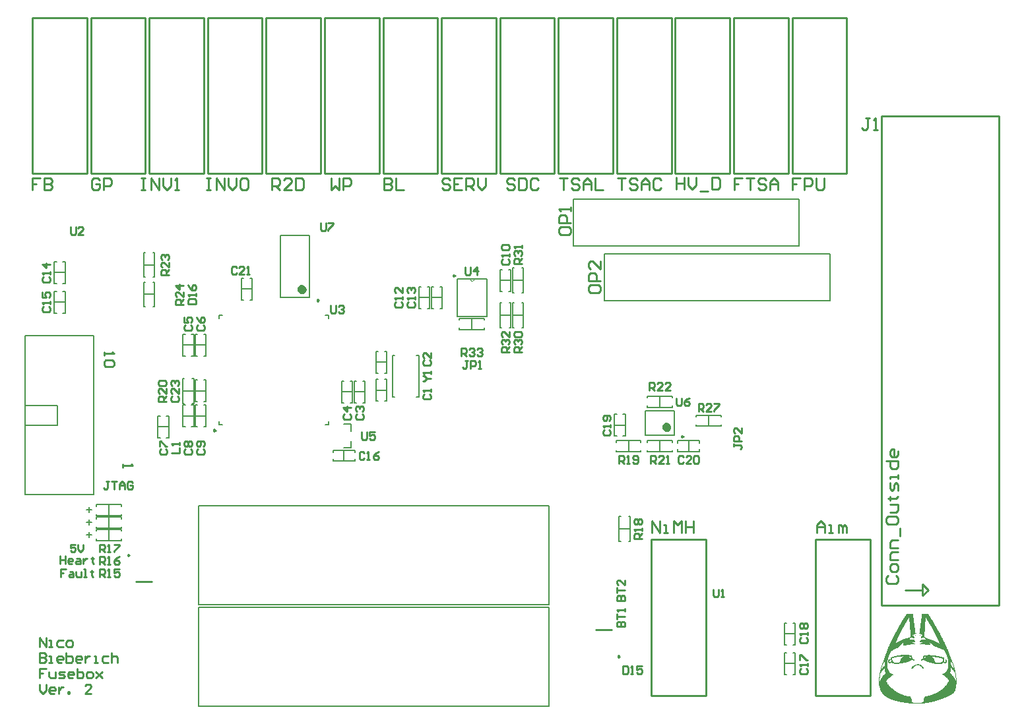
<source format=gto>
G04*
G04 #@! TF.GenerationSoftware,Altium Limited,Altium Designer,22.8.2 (66)*
G04*
G04 Layer_Color=65535*
%FSLAX25Y25*%
%MOIN*%
G70*
G04*
G04 #@! TF.SameCoordinates,E87138AD-D39F-473D-B2F9-8BE8101B49D9*
G04*
G04*
G04 #@! TF.FilePolarity,Positive*
G04*
G01*
G75*
%ADD10C,0.00984*%
%ADD11C,0.00394*%
%ADD12C,0.02362*%
%ADD13C,0.01000*%
%ADD14C,0.00000*%
%ADD15C,0.00591*%
%ADD16C,0.00787*%
%ADD17C,0.00600*%
%ADD18C,0.00500*%
G36*
X633528Y246049D02*
X633542Y245993D01*
X633626Y245936D01*
X633753Y245810D01*
X633781Y245740D01*
X633795Y245711D01*
X633908Y245599D01*
X633936Y245529D01*
X633978Y245458D01*
X634006Y245430D01*
X634020Y245402D01*
X634090Y245276D01*
X634189Y245177D01*
X634224Y245086D01*
X634259Y245037D01*
X634287Y245008D01*
X634315Y244938D01*
X634329Y244910D01*
X634357Y244882D01*
X634365Y244861D01*
X634393Y244847D01*
X634428Y244812D01*
X634442Y244783D01*
X634470Y244755D01*
X634484Y244699D01*
X634547Y244622D01*
X634611Y244559D01*
X634625Y244530D01*
X634709Y244460D01*
X634737Y244432D01*
X634751Y244404D01*
X634786Y244369D01*
X634814Y244355D01*
X634934Y244094D01*
X634948Y244038D01*
X635004Y243912D01*
X635018Y243813D01*
X635117Y243715D01*
X635131Y243659D01*
X635145Y243546D01*
X635271Y243420D01*
X635285Y243363D01*
X635335Y243286D01*
X635363Y243272D01*
X635398Y243237D01*
X635412Y243209D01*
X635510Y243110D01*
X635546Y243019D01*
X635651Y242913D01*
X635665Y242885D01*
X635735Y242759D01*
X635764Y242731D01*
X635848Y242576D01*
X635946Y242477D01*
X635960Y242421D01*
X636031Y242323D01*
X636143Y242084D01*
X636178Y241992D01*
X636284Y241803D01*
X636312Y241775D01*
X636340Y241704D01*
X636382Y241634D01*
X636481Y241535D01*
X636495Y241395D01*
X636593Y241296D01*
X636607Y241268D01*
X636678Y241142D01*
X636706Y241114D01*
X636720Y241086D01*
X636790Y240959D01*
X636888Y240861D01*
X636924Y240769D01*
X636959Y240720D01*
X636987Y240692D01*
X637015Y240621D01*
X637085Y240467D01*
X637120Y240375D01*
X637170Y240284D01*
X637226Y240186D01*
X637381Y240031D01*
X637395Y240003D01*
X637493Y239792D01*
X637514Y239715D01*
X637577Y239609D01*
X637591Y239567D01*
X637655Y239490D01*
X637718Y239426D01*
X637725Y239405D01*
X637753Y239391D01*
X637788Y239356D01*
X637830Y239258D01*
X637845Y239229D01*
X637901Y239103D01*
X637936Y239012D01*
X637957Y238990D01*
X637985Y238920D01*
X638027Y238850D01*
X638055Y238822D01*
X638140Y238667D01*
X638224Y238583D01*
X638238Y238526D01*
X638252Y238414D01*
X638365Y238301D01*
X638379Y238245D01*
X638393Y238147D01*
X638491Y238048D01*
X638505Y237992D01*
X638519Y237880D01*
X638632Y237767D01*
X638639Y237746D01*
X638646Y237739D01*
X638716Y237613D01*
X638744Y237584D01*
X638772Y237514D01*
X638787Y237486D01*
X638850Y237409D01*
X638913Y237345D01*
X638927Y237205D01*
X638969Y237106D01*
X639005Y237015D01*
X639054Y236924D01*
X639124Y236797D01*
X639152Y236769D01*
X639187Y236677D01*
X639293Y236572D01*
X639307Y236544D01*
X639377Y236417D01*
X639405Y236389D01*
X639419Y236361D01*
X639490Y236234D01*
X639588Y236136D01*
X639623Y236045D01*
X639658Y235996D01*
X639686Y235967D01*
X639715Y235897D01*
X639785Y235742D01*
X639820Y235651D01*
X639869Y235560D01*
X639925Y235461D01*
X639947Y235440D01*
X639975Y235426D01*
X640010Y235377D01*
X640094Y235293D01*
X640122Y235222D01*
X640193Y235068D01*
X640207Y234871D01*
X640277Y234758D01*
X640291Y234702D01*
X640319Y234674D01*
X640333Y234646D01*
X640361Y234617D01*
X640389Y234547D01*
X640404Y234519D01*
X640460Y234393D01*
X640495Y234301D01*
X640544Y234210D01*
X640600Y234111D01*
X640628Y234083D01*
X640657Y234013D01*
X640671Y233985D01*
X640734Y233908D01*
X640811Y233830D01*
X640825Y233774D01*
X640889Y233697D01*
X640917Y233626D01*
X640980Y233507D01*
X641008Y233394D01*
X641022Y233240D01*
X641079Y233155D01*
X641092Y233099D01*
X641156Y233022D01*
X641226Y232881D01*
X641332Y232776D01*
X641346Y232719D01*
X641360Y232607D01*
X641472Y232494D01*
X641486Y232354D01*
X641542Y232227D01*
X641578Y232136D01*
X641627Y232044D01*
X641683Y231946D01*
X641711Y231918D01*
X641739Y231848D01*
X641753Y231820D01*
X641782Y231791D01*
X641796Y231763D01*
X641817Y231742D01*
X641838Y231735D01*
X641852Y231707D01*
X641880Y231679D01*
X641950Y231552D01*
X642006Y231468D01*
X642021Y231412D01*
X642077Y231327D01*
X642105Y231074D01*
X642147Y231004D01*
X642161Y230863D01*
X642288Y230737D01*
X642323Y230645D01*
X642358Y230596D01*
X642386Y230568D01*
X642414Y230498D01*
X642428Y230470D01*
X642485Y230343D01*
X642499Y230146D01*
X642555Y230062D01*
X642590Y229971D01*
X642625Y229935D01*
X642639Y229907D01*
X642667Y229879D01*
X642702Y229788D01*
X642738Y229724D01*
X642766Y229626D01*
X642822Y229499D01*
X642836Y229387D01*
X642935Y229289D01*
X642948Y229260D01*
X642963Y229218D01*
X642977Y229106D01*
X643089Y228993D01*
X643103Y228895D01*
X643117Y228824D01*
X643159Y228726D01*
X643195Y228635D01*
X643230Y228557D01*
X643244Y228431D01*
X643356Y228318D01*
X643370Y228262D01*
X643384Y228164D01*
X643469Y228079D01*
X643483Y228051D01*
X643497Y228009D01*
X643511Y227896D01*
X643609Y227798D01*
X643638Y227700D01*
X643652Y227629D01*
X643715Y227552D01*
X643750Y227517D01*
X643792Y227348D01*
X643862Y227278D01*
X643877Y227250D01*
X643905Y227179D01*
X643926Y227102D01*
X643961Y227011D01*
X643989Y226898D01*
X644031Y226800D01*
X644045Y226701D01*
X644101Y226561D01*
X644123Y226455D01*
X644158Y226392D01*
X644172Y226336D01*
X644193Y226258D01*
X644214Y226237D01*
X644242Y226167D01*
X644256Y226111D01*
X644312Y225984D01*
X644326Y225872D01*
X644383Y225745D01*
X644397Y225689D01*
X644439Y225619D01*
X644453Y225506D01*
X644495Y225436D01*
X644509Y225380D01*
X644544Y225288D01*
X644565Y225267D01*
X644580Y225169D01*
X644636Y225042D01*
X644650Y224986D01*
X644664Y224887D01*
X644706Y224789D01*
X644720Y224733D01*
X644755Y224641D01*
X644791Y224564D01*
X644833Y224494D01*
X644847Y224452D01*
X644875Y224339D01*
X644917Y224241D01*
X644931Y224142D01*
X644959Y224114D01*
X644987Y224044D01*
X645001Y224016D01*
X645044Y223974D01*
X645058Y223917D01*
X645114Y223833D01*
X645135Y223742D01*
X645170Y223678D01*
X645184Y223622D01*
X645219Y223531D01*
X645240Y223510D01*
X645261Y223418D01*
X645311Y223327D01*
X645325Y223271D01*
X645339Y223242D01*
X645381Y223172D01*
X645402Y223095D01*
X645437Y223046D01*
X645451Y223003D01*
X645465Y222947D01*
X645479Y222919D01*
X645522Y222877D01*
X645536Y222764D01*
X645578Y222722D01*
X645592Y222666D01*
X645606Y222582D01*
X645648Y222539D01*
X645662Y222441D01*
X645704Y222371D01*
X645733Y222300D01*
X645747Y222216D01*
X645775Y222188D01*
X645789Y222132D01*
X645817Y222061D01*
X645845Y222033D01*
X645873Y221921D01*
X645915Y221879D01*
X645943Y221766D01*
X645986Y221724D01*
X646000Y221668D01*
X646070Y221513D01*
X646084Y221485D01*
X646126Y221414D01*
X646147Y221337D01*
X646197Y221246D01*
X646211Y221161D01*
X646253Y221119D01*
X646281Y220993D01*
X646323Y220922D01*
X646337Y220866D01*
X646351Y220754D01*
X646379Y220683D01*
X646393Y220627D01*
X646443Y220494D01*
X646464Y220430D01*
X646478Y220374D01*
X646513Y220283D01*
X646541Y220170D01*
X646583Y220058D01*
X646611Y219945D01*
X646646Y219868D01*
X646675Y219769D01*
X646710Y219678D01*
X646731Y219601D01*
X646752Y219509D01*
X646780Y219439D01*
X646801Y219362D01*
X646815Y219305D01*
X646836Y219228D01*
X646872Y219109D01*
X646893Y219017D01*
X646921Y218947D01*
X646935Y218891D01*
X646949Y218820D01*
X646998Y218659D01*
X647019Y218567D01*
X647054Y218448D01*
X647082Y218335D01*
X647096Y218251D01*
X647125Y218180D01*
X647139Y218082D01*
X647195Y217857D01*
X647230Y217695D01*
X647251Y217618D01*
X647265Y217562D01*
X647279Y217463D01*
X647307Y217351D01*
X647321Y217252D01*
X647357Y217021D01*
X647392Y216943D01*
X647406Y216887D01*
X647427Y216767D01*
X647441Y216711D01*
X647462Y216634D01*
X647483Y216500D01*
X647511Y216388D01*
X647532Y216311D01*
X647546Y216254D01*
X647568Y216135D01*
X647582Y216078D01*
X647596Y215994D01*
X647610Y215882D01*
X647624Y215811D01*
X647638Y215755D01*
X647659Y215678D01*
X647673Y215537D01*
X647694Y215404D01*
X647708Y215319D01*
X647722Y215249D01*
X647750Y215066D01*
X647764Y214982D01*
X647778Y214911D01*
X647792Y214855D01*
X647807Y214743D01*
X647835Y214588D01*
X647849Y214504D01*
X647863Y214391D01*
X647891Y214012D01*
X647905Y213885D01*
X647919Y213744D01*
X647933Y213618D01*
X647996Y213119D01*
X648010Y212317D01*
X647996Y212275D01*
X647982Y211684D01*
X647968Y211642D01*
X647954Y211122D01*
X647961Y210764D01*
X647947Y210609D01*
X647933Y210468D01*
X647919Y210398D01*
X647905Y210314D01*
X647891Y209962D01*
X647877Y209512D01*
X647814Y209364D01*
X647799Y209252D01*
X647757Y209154D01*
X647743Y208957D01*
X647715Y208929D01*
X647687Y208858D01*
X647673Y208732D01*
X647617Y208605D01*
X647603Y208408D01*
X647561Y208338D01*
X647546Y208282D01*
X647532Y208183D01*
X647490Y208085D01*
X647476Y208029D01*
X647462Y207860D01*
X647420Y207790D01*
X647406Y207649D01*
X647378Y207621D01*
X647350Y207523D01*
X647335Y207340D01*
X647279Y207213D01*
X647265Y207115D01*
X647216Y207051D01*
X647188Y207037D01*
X647139Y206946D01*
X647125Y206834D01*
X647026Y206735D01*
X647012Y206707D01*
X646942Y206580D01*
X646914Y206552D01*
X646885Y206482D01*
X646872Y206454D01*
X646808Y206377D01*
X646745Y206313D01*
X646710Y206222D01*
X646604Y206116D01*
X646590Y206088D01*
X646541Y206039D01*
X646513Y206025D01*
X646478Y205990D01*
X646464Y205962D01*
X646415Y205912D01*
X646386Y205898D01*
X646288Y205800D01*
X646197Y205765D01*
X646077Y205645D01*
X645986Y205610D01*
X645936Y205575D01*
X645908Y205547D01*
X645754Y205463D01*
X645655Y205364D01*
X645564Y205329D01*
X645501Y205266D01*
X645402Y205209D01*
X645374Y205181D01*
X645346Y205167D01*
X645304Y205125D01*
X645276Y205111D01*
X645248Y205083D01*
X645219Y205069D01*
X644980Y204900D01*
X644910Y204858D01*
X644840Y204830D01*
X644783Y204816D01*
X644741Y204774D01*
X644664Y204752D01*
X644558Y204689D01*
X644432Y204633D01*
X644390Y204619D01*
X644277Y204549D01*
X644179Y204492D01*
X644151Y204464D01*
X644080Y204436D01*
X644052Y204422D01*
X643975Y204359D01*
X643912Y204296D01*
X643855Y204281D01*
X643743Y204267D01*
X643645Y204225D01*
X643553Y204190D01*
X643462Y204141D01*
X643363Y204085D01*
X643335Y204057D01*
X643265Y204028D01*
X643110Y203958D01*
X643019Y203923D01*
X642956Y203888D01*
X642815Y203874D01*
X642702Y203761D01*
X642646Y203747D01*
X642534Y203733D01*
X642407Y203677D01*
X642337Y203649D01*
X642239Y203607D01*
X642126Y203592D01*
X642014Y203480D01*
X641873Y203466D01*
X641775Y203368D01*
X641746Y203354D01*
X641704Y203339D01*
X641592Y203325D01*
X641479Y203213D01*
X641325Y203199D01*
X641296Y203171D01*
X641198Y203143D01*
X641015Y203129D01*
X640931Y203072D01*
X640776Y203058D01*
X640748Y203030D01*
X640692Y203016D01*
X640579Y202974D01*
X640481Y202932D01*
X640368Y202918D01*
X640270Y202875D01*
X640179Y202840D01*
X640101Y202805D01*
X639989Y202791D01*
X639911Y202728D01*
X639862Y202679D01*
X639806Y202664D01*
X639693Y202650D01*
X639665Y202622D01*
X639567Y202608D01*
X639412Y202594D01*
X639286Y202538D01*
X639173Y202524D01*
X639047Y202468D01*
X638955Y202432D01*
X638892Y202397D01*
X638751Y202383D01*
X638723Y202355D01*
X638667Y202341D01*
X638555Y202299D01*
X638456Y202257D01*
X638344Y202243D01*
X638245Y202201D01*
X638048Y202186D01*
X637964Y202130D01*
X637823Y202116D01*
X637697Y202060D01*
X637641Y202046D01*
X637514Y201990D01*
X637402Y201975D01*
X637303Y201933D01*
X637106Y201919D01*
X637008Y201849D01*
X636952Y201835D01*
X636811Y201736D01*
X636755Y201722D01*
X636670Y201666D01*
X636530Y201652D01*
X636417Y201638D01*
X636319Y201596D01*
X636206Y201582D01*
X636136Y201540D01*
X636080Y201526D01*
X635616Y201512D01*
X635588Y201483D01*
X635517Y201455D01*
X635391Y201441D01*
X635264Y201385D01*
X635068Y201371D01*
X634997Y201329D01*
X634941Y201315D01*
X634842Y201301D01*
X634744Y201258D01*
X634646Y201244D01*
X634463Y201230D01*
X634393Y201202D01*
X634336Y201188D01*
X634245Y201153D01*
X634224Y201132D01*
X634027Y201090D01*
X633957Y201062D01*
X633900Y201047D01*
X633802Y201033D01*
X633704Y200991D01*
X633647Y200977D01*
X633577Y200949D01*
X633535Y200907D01*
X633465Y200879D01*
X633282Y200865D01*
X633057Y200851D01*
X632417Y200830D01*
X632291Y200816D01*
X632234Y200801D01*
X632227Y200780D01*
X623742Y200787D01*
X623728Y200816D01*
X623706Y200837D01*
X623650Y200851D01*
X623327Y200865D01*
X623228Y200907D01*
X623116Y200921D01*
X623046Y200963D01*
X622989Y200977D01*
X622258Y200991D01*
X622174Y201047D01*
X622033Y201062D01*
X621907Y201118D01*
X621583Y201132D01*
X621457Y201188D01*
X621344Y201202D01*
X621246Y201244D01*
X621189Y201258D01*
X620627Y201273D01*
X620529Y201315D01*
X620416Y201329D01*
X620290Y201385D01*
X619699Y201399D01*
X619573Y201455D01*
X619460Y201469D01*
X619334Y201526D01*
X619137Y201540D01*
X619109Y201568D01*
X619010Y201596D01*
X618912Y201610D01*
X618813Y201652D01*
X618616Y201666D01*
X618518Y201722D01*
X618377Y201736D01*
X618349Y201765D01*
X618251Y201793D01*
X617928Y201807D01*
X617857Y201849D01*
X617801Y201863D01*
X617702Y201877D01*
X617604Y201919D01*
X617513Y201954D01*
X617435Y201990D01*
X617309Y202004D01*
X617239Y202046D01*
X617182Y202060D01*
X616999Y202074D01*
X616873Y202130D01*
X616760Y202144D01*
X616634Y202201D01*
X616437Y202215D01*
X616409Y202243D01*
X616353Y202257D01*
X616226Y202271D01*
X616198Y202299D01*
X616128Y202327D01*
X615917Y202341D01*
X615804Y202411D01*
X615748Y202426D01*
X615720Y202454D01*
X615692Y202468D01*
X615664Y202496D01*
X615593Y202524D01*
X615565Y202538D01*
X615411Y202608D01*
X615354Y202622D01*
X615284Y202664D01*
X615143Y202679D01*
X615115Y202707D01*
X614939Y202770D01*
X614862Y202805D01*
X614736Y202819D01*
X614623Y202932D01*
X614483Y202946D01*
X614356Y203002D01*
X614265Y203037D01*
X614173Y203086D01*
X614075Y203143D01*
X614047Y203171D01*
X613976Y203199D01*
X613794Y203283D01*
X613737Y203297D01*
X613639Y203339D01*
X613526Y203354D01*
X613414Y203466D01*
X613358Y203480D01*
X613259Y203494D01*
X613175Y203578D01*
X613147Y203592D01*
X613119Y203621D01*
X613062Y203635D01*
X612985Y203698D01*
X612922Y203761D01*
X612894Y203775D01*
X612873Y203796D01*
X612859Y203824D01*
X612767Y203874D01*
X612697Y203916D01*
X612612Y204000D01*
X612556Y204014D01*
X612458Y204028D01*
X612381Y204092D01*
X612317Y204155D01*
X612261Y204169D01*
X612120Y204267D01*
X612050Y204296D01*
X611938Y204408D01*
X611783Y204492D01*
X611628Y204647D01*
X611600Y204661D01*
X611474Y204731D01*
X611375Y204830D01*
X611319Y204844D01*
X611242Y204907D01*
X611192Y204956D01*
X611164Y204971D01*
X611101Y205034D01*
X611087Y205062D01*
X611066Y205083D01*
X611038Y205097D01*
X610960Y205174D01*
X610946Y205203D01*
X610911Y205238D01*
X610890Y205245D01*
X610876Y205273D01*
X610806Y205399D01*
X610707Y205498D01*
X610672Y205589D01*
X610637Y205638D01*
X610616Y205660D01*
X610595Y205666D01*
X610581Y205695D01*
X610468Y205807D01*
X610440Y205877D01*
X610426Y205906D01*
X610363Y205983D01*
X610299Y206046D01*
X610285Y206187D01*
X610187Y206285D01*
X610159Y206356D01*
X610145Y206468D01*
X610032Y206580D01*
X610018Y206721D01*
X609990Y206749D01*
X609976Y206777D01*
X609892Y206862D01*
X609878Y207002D01*
X609835Y207101D01*
X609800Y207192D01*
X609751Y207283D01*
X609702Y207389D01*
X609681Y207396D01*
X609667Y207424D01*
X609554Y207663D01*
X609540Y207719D01*
X609484Y207846D01*
X609470Y207958D01*
X609428Y208057D01*
X609393Y208148D01*
X609357Y208211D01*
X609343Y208352D01*
X609315Y208380D01*
X609287Y208479D01*
X609252Y208570D01*
X609132Y208830D01*
X609118Y208858D01*
X609034Y209041D01*
X609020Y209139D01*
X608999Y209273D01*
X608985Y209329D01*
X608971Y209414D01*
X608957Y209554D01*
X608929Y209709D01*
X608908Y209772D01*
X608893Y209828D01*
X608872Y210145D01*
X608858Y210215D01*
X608844Y211129D01*
X608830Y211284D01*
X608816Y211481D01*
X608802Y211790D01*
X608795Y211881D01*
X608809Y211924D01*
X608823Y212191D01*
X608837Y212289D01*
X608851Y212894D01*
X608865Y212936D01*
X608879Y213456D01*
X608893Y213498D01*
X608908Y213639D01*
X608950Y214272D01*
X608964Y214328D01*
X608978Y214637D01*
X608992Y214736D01*
X609006Y214932D01*
X609020Y214975D01*
X609041Y215136D01*
X609069Y215319D01*
X609083Y215389D01*
X609097Y215474D01*
X609111Y215586D01*
X609125Y215713D01*
X609139Y215825D01*
X609154Y215966D01*
X609168Y216092D01*
X609189Y216226D01*
X609217Y216296D01*
X609238Y216430D01*
X609287Y216592D01*
X609301Y216648D01*
X609329Y216718D01*
X609357Y216817D01*
X609378Y216908D01*
X609393Y216978D01*
X609421Y217091D01*
X609449Y217231D01*
X609484Y217351D01*
X609498Y217407D01*
X609526Y217477D01*
X609540Y217534D01*
X609575Y217695D01*
X609596Y217773D01*
X609625Y217871D01*
X609660Y218019D01*
X609695Y218138D01*
X609716Y218230D01*
X609751Y218349D01*
X609765Y218406D01*
X609821Y218588D01*
X609835Y218644D01*
X609871Y218806D01*
X609885Y218877D01*
X609899Y218933D01*
X609927Y219073D01*
X609941Y219130D01*
X609969Y219270D01*
X609983Y219326D01*
X609997Y219397D01*
X610025Y219509D01*
X610039Y219594D01*
X610082Y219706D01*
X610110Y219819D01*
X610131Y219868D01*
X610187Y220008D01*
X610229Y220107D01*
X610299Y220262D01*
X610321Y220339D01*
X610342Y220360D01*
X610370Y220430D01*
X610384Y220486D01*
X610426Y220585D01*
X610454Y220697D01*
X610489Y220789D01*
X610517Y220859D01*
X610567Y220908D01*
X610581Y220936D01*
X610637Y220993D01*
X610651Y221119D01*
X610707Y221246D01*
X610728Y221323D01*
X610764Y221400D01*
X610799Y221492D01*
X610834Y221569D01*
X610855Y221646D01*
X610876Y221668D01*
X610890Y221696D01*
X610918Y221766D01*
X610932Y221794D01*
X611031Y222005D01*
X611045Y222061D01*
X611129Y222300D01*
X611157Y222328D01*
X611171Y222385D01*
X611185Y222469D01*
X611228Y222568D01*
X611242Y222680D01*
X611298Y222807D01*
X611319Y222968D01*
X611347Y223039D01*
X611368Y223116D01*
X611382Y223172D01*
X611396Y223242D01*
X611438Y223341D01*
X611459Y223432D01*
X611523Y223580D01*
X611565Y223734D01*
X611579Y223791D01*
X611621Y223931D01*
X611642Y224009D01*
X611706Y224128D01*
X611720Y224184D01*
X611734Y224269D01*
X611790Y224395D01*
X611811Y224473D01*
X611846Y224564D01*
X611867Y224641D01*
X611959Y224817D01*
X611945Y225014D01*
X611987Y225113D01*
X612001Y225197D01*
X612029Y225225D01*
X612071Y225394D01*
X612113Y225436D01*
X612134Y225513D01*
X612170Y225562D01*
X612184Y225605D01*
X612198Y225661D01*
X612212Y225689D01*
X612254Y225787D01*
X612275Y225879D01*
X612310Y225914D01*
X612338Y225984D01*
X612479Y226279D01*
X612521Y226350D01*
X612577Y226406D01*
X612605Y226519D01*
X612627Y226596D01*
X612662Y226673D01*
X612683Y226849D01*
X612746Y226969D01*
X612767Y227060D01*
X612816Y227109D01*
X612845Y227179D01*
X612929Y227362D01*
X612999Y227545D01*
X613020Y227650D01*
X613048Y227721D01*
X613084Y227812D01*
X613140Y227953D01*
X613154Y228009D01*
X613168Y228079D01*
X613196Y228107D01*
X613217Y228199D01*
X613266Y228276D01*
X613294Y228346D01*
X613337Y228445D01*
X613407Y228600D01*
X613421Y228670D01*
X613463Y228712D01*
X613477Y228811D01*
X613491Y228923D01*
X613548Y228979D01*
X613569Y229141D01*
X613604Y229218D01*
X613618Y229275D01*
X613653Y229366D01*
X613674Y229387D01*
X613709Y229478D01*
X613730Y229528D01*
X613787Y229584D01*
X613822Y229675D01*
X613927Y229781D01*
X613941Y229837D01*
X613955Y229949D01*
X613983Y229977D01*
X614011Y230076D01*
X614026Y230259D01*
X614138Y230456D01*
X614194Y230540D01*
X614222Y230610D01*
X614321Y230709D01*
X614335Y230737D01*
X614349Y230779D01*
X614363Y230891D01*
X614475Y231004D01*
X614490Y231144D01*
X614546Y231271D01*
X614581Y231363D01*
X614630Y231454D01*
X614686Y231552D01*
X614715Y231580D01*
X614743Y231651D01*
X614827Y231834D01*
X614841Y231890D01*
X614883Y231988D01*
X614897Y232101D01*
X615010Y232213D01*
X615024Y232269D01*
X615038Y232368D01*
X615059Y232403D01*
X615087Y232417D01*
X615136Y232466D01*
X615150Y232523D01*
X615165Y232635D01*
X615291Y232762D01*
X615326Y232853D01*
X615361Y232902D01*
X615389Y232930D01*
X615418Y233001D01*
X615432Y233029D01*
X615495Y233106D01*
X615558Y233169D01*
X615572Y233310D01*
X615628Y233436D01*
X615664Y233528D01*
X615699Y233605D01*
X615713Y233732D01*
X615755Y233802D01*
X615769Y233858D01*
X615797Y233929D01*
X615896Y234111D01*
X615924Y234139D01*
X615938Y234168D01*
X616008Y234294D01*
X616107Y234393D01*
X616121Y234449D01*
X616184Y234526D01*
X616254Y234667D01*
X616360Y234772D01*
X616374Y234828D01*
X616388Y234941D01*
X616444Y235068D01*
X616458Y235124D01*
X616514Y235208D01*
X616528Y235264D01*
X616592Y235342D01*
X616627Y235419D01*
X616669Y235489D01*
X616767Y235588D01*
X616782Y235644D01*
X616796Y235756D01*
X616908Y235869D01*
X616922Y236010D01*
X616978Y236136D01*
X617014Y236227D01*
X617119Y236417D01*
X617147Y236445D01*
X617175Y236516D01*
X617189Y236544D01*
X617288Y236642D01*
X617302Y236670D01*
X617372Y236797D01*
X617414Y236839D01*
X617442Y236910D01*
X617485Y236980D01*
X617583Y237078D01*
X617597Y237219D01*
X617660Y237296D01*
X617709Y237345D01*
X617724Y237402D01*
X617738Y237500D01*
X617836Y237598D01*
X617850Y237655D01*
X617864Y237767D01*
X617920Y237852D01*
X617935Y237936D01*
X618047Y238147D01*
X618089Y238189D01*
X618117Y238259D01*
X618159Y238330D01*
X618244Y238414D01*
X618258Y238470D01*
X618272Y238569D01*
X618335Y238646D01*
X618399Y238709D01*
X618434Y238801D01*
X618483Y238850D01*
X618525Y238948D01*
X618539Y238976D01*
X618652Y239089D01*
X618666Y239145D01*
X618680Y239258D01*
X618792Y239370D01*
X618877Y239525D01*
X618905Y239553D01*
X618933Y239623D01*
X619003Y239778D01*
X619038Y239869D01*
X619144Y240059D01*
X619172Y240087D01*
X619200Y240158D01*
X619214Y240186D01*
X619277Y240263D01*
X619341Y240326D01*
X619355Y240467D01*
X619467Y240579D01*
X619481Y240678D01*
X619495Y240748D01*
X619608Y240861D01*
X619622Y241001D01*
X619720Y241100D01*
X619734Y241128D01*
X619805Y241254D01*
X619833Y241282D01*
X619847Y241311D01*
X619917Y241437D01*
X620015Y241535D01*
X620051Y241627D01*
X620086Y241676D01*
X620114Y241704D01*
X620142Y241775D01*
X620156Y241803D01*
X620205Y241866D01*
X620233Y241880D01*
X620269Y241929D01*
X620283Y241971D01*
X620297Y242084D01*
X620409Y242196D01*
X620494Y242351D01*
X620522Y242379D01*
X620557Y242471D01*
X620592Y242520D01*
X620690Y242618D01*
X620725Y242709D01*
X620761Y242745D01*
X620775Y242773D01*
X620845Y242899D01*
X620929Y242984D01*
X620943Y243012D01*
X620958Y243054D01*
X620972Y243166D01*
X621084Y243279D01*
X621169Y243434D01*
X621197Y243462D01*
X621225Y243532D01*
X621239Y243560D01*
X621274Y243609D01*
X621302Y243623D01*
X621323Y243644D01*
X621337Y243673D01*
X621365Y243701D01*
X621379Y243841D01*
X621492Y244052D01*
X621520Y244080D01*
X621590Y244207D01*
X621661Y244305D01*
X621675Y244334D01*
X621745Y244404D01*
X621759Y244432D01*
X621872Y244544D01*
X621900Y244615D01*
X621914Y244643D01*
X622026Y244755D01*
X622054Y244826D01*
X622068Y244854D01*
X622132Y244931D01*
X622167Y245008D01*
X622209Y245079D01*
X622307Y245177D01*
X622342Y245269D01*
X622364Y245290D01*
X622378Y245318D01*
X622406Y245346D01*
X622420Y245374D01*
X622434Y245416D01*
X622448Y245444D01*
X622476Y245472D01*
X622490Y245501D01*
X622532Y245529D01*
X622546Y245557D01*
X622589Y245599D01*
X622603Y245655D01*
X622666Y245733D01*
X622701Y245810D01*
X622743Y245880D01*
X622778Y245915D01*
X622807Y245929D01*
X622856Y245965D01*
X622870Y246021D01*
X622884Y246049D01*
X626012Y246056D01*
X626026Y245311D01*
X626041Y245254D01*
X626090Y245163D01*
X626104Y245023D01*
X626132Y244994D01*
X626160Y244882D01*
X626174Y244305D01*
X626216Y244235D01*
X626230Y244179D01*
X626244Y244066D01*
X626272Y244038D01*
X626287Y243982D01*
X626301Y243518D01*
X626357Y243391D01*
X626371Y243279D01*
X626427Y243152D01*
X626441Y242562D01*
X626498Y242435D01*
X626511Y242323D01*
X626554Y242224D01*
X626568Y242168D01*
X626582Y241465D01*
X626610Y241437D01*
X626638Y241339D01*
X626652Y241240D01*
X626694Y241142D01*
X626708Y240411D01*
X626765Y240284D01*
X626779Y240172D01*
X626835Y240045D01*
X626849Y239047D01*
X626905Y238920D01*
X626919Y238808D01*
X626947Y238779D01*
X626962Y238681D01*
X626975Y238245D01*
X627032Y238161D01*
X627046Y238020D01*
X627102Y237894D01*
X627116Y236895D01*
X627172Y236769D01*
X627186Y236656D01*
X627229Y236558D01*
X627243Y236502D01*
X627250Y236256D01*
X627306Y236242D01*
X627362Y236256D01*
X627454Y236291D01*
X627517Y236326D01*
X627615Y236354D01*
X627791Y236375D01*
X627896Y236396D01*
X627939Y236382D01*
X628164Y236396D01*
X628515Y236410D01*
X628571Y236396D01*
X629035Y236382D01*
X629078Y236368D01*
X629197Y236347D01*
X629288Y236312D01*
X629359Y236284D01*
X629387Y236298D01*
X629401Y236959D01*
X629415Y237015D01*
X629436Y237036D01*
X629464Y237106D01*
X629478Y237233D01*
X629535Y237359D01*
X629549Y238639D01*
X629577Y238667D01*
X629605Y238766D01*
X629619Y238864D01*
X629661Y238962D01*
X629675Y240101D01*
X629731Y240200D01*
X629745Y240340D01*
X629774Y240368D01*
X629802Y240467D01*
X629816Y241184D01*
X629872Y241311D01*
X629886Y241423D01*
X629928Y241521D01*
X629942Y241578D01*
X629956Y242014D01*
X629985Y242042D01*
X629999Y242098D01*
X630013Y242224D01*
X630041Y242252D01*
X630069Y242351D01*
X630083Y242941D01*
X630139Y243026D01*
X630153Y243180D01*
X630181Y243209D01*
X630209Y243321D01*
X630224Y243757D01*
X630280Y243884D01*
X630294Y243996D01*
X630322Y244024D01*
X630336Y244123D01*
X630350Y244826D01*
X630406Y244910D01*
X630420Y245065D01*
X630448Y245093D01*
X630477Y245191D01*
X630463Y245782D01*
X630435Y245810D01*
X630428Y245859D01*
X630448Y245908D01*
X630519Y245922D01*
X630547Y245951D01*
X630554Y246056D01*
X633528Y246049D01*
D02*
G37*
%LPC*%
G36*
X623988Y243905D02*
X623945Y243891D01*
X623903Y243905D01*
X623868Y243884D01*
X623854Y243785D01*
X623819Y243750D01*
X623798Y243743D01*
X623784Y243644D01*
X623763Y243623D01*
X623735Y243609D01*
X623713Y243504D01*
X623664Y243469D01*
X623636Y243427D01*
X623608Y243412D01*
X623587Y243391D01*
X623573Y243363D01*
X623531Y243335D01*
X623517Y243237D01*
X623460Y243195D01*
X623446Y243096D01*
X623362Y243026D01*
X623320Y242984D01*
X623313Y242892D01*
X623264Y242871D01*
X623249Y242829D01*
X623264Y242787D01*
X623228Y242752D01*
X623200Y242738D01*
X623165Y242688D01*
X623123Y242660D01*
X623109Y242562D01*
X623088Y242541D01*
X623060Y242527D01*
X623038Y242421D01*
X622989Y242386D01*
X622961Y242344D01*
X622933Y242330D01*
X622912Y242309D01*
X622919Y242246D01*
X622905Y242217D01*
X622877Y242203D01*
X622785Y242112D01*
X622771Y242028D01*
X622750Y242006D01*
X622722Y241992D01*
X622701Y241887D01*
X622680Y241866D01*
X622659Y241859D01*
X622645Y241831D01*
X622610Y241796D01*
X622589Y241789D01*
X622575Y241746D01*
X622589Y241718D01*
X622553Y241669D01*
X622525Y241655D01*
X622504Y241549D01*
X622434Y241493D01*
X622427Y241472D01*
X622399Y241458D01*
X622378Y241437D01*
X622371Y241346D01*
X622342Y241332D01*
X622237Y241226D01*
X622244Y241163D01*
X622202Y241121D01*
X622181Y241114D01*
X622167Y241015D01*
X622146Y240994D01*
X622118Y240980D01*
X622096Y240875D01*
X622075Y240854D01*
X622047Y240839D01*
X622026Y240734D01*
X621977Y240699D01*
X621949Y240657D01*
X621921Y240643D01*
X621900Y240621D01*
X621907Y240558D01*
X621893Y240530D01*
X621843Y240509D01*
X621829Y240411D01*
X621724Y240305D01*
X621703Y240298D01*
X621689Y240129D01*
X621632Y240087D01*
X621618Y240059D01*
X621562Y240017D01*
X621569Y239954D01*
X621555Y239926D01*
X621527Y239911D01*
X621492Y239876D01*
X621485Y239855D01*
X621457Y239841D01*
X621436Y239820D01*
X621421Y239665D01*
X621330Y239574D01*
X621309Y239567D01*
X621295Y239511D01*
X621302Y239419D01*
X621274Y239377D01*
X621246Y239363D01*
X621225Y239342D01*
X621211Y239314D01*
X621169Y239286D01*
X621154Y239229D01*
X621169Y239187D01*
X621154Y239117D01*
X621105Y239082D01*
X620887Y238864D01*
X620901Y238737D01*
X620866Y238702D01*
X620838Y238688D01*
X620796Y238632D01*
X620768Y238618D01*
X620754Y238449D01*
X620690Y238400D01*
X620676Y238372D01*
X620627Y238337D01*
X620620Y238259D01*
X620634Y238217D01*
X620571Y238140D01*
X620515Y238084D01*
X620494Y238076D01*
X620479Y237978D01*
X620458Y237957D01*
X620430Y237943D01*
X620395Y237894D01*
X620353Y237866D01*
X620339Y237697D01*
X620283Y237655D01*
X620276Y237634D01*
X620248Y237619D01*
X620212Y237584D01*
X620219Y237521D01*
X620205Y237493D01*
X620177Y237479D01*
X620086Y237387D01*
X620072Y237233D01*
X620051Y237212D01*
X620022Y237198D01*
X620001Y237092D01*
X619952Y237057D01*
X619931Y236952D01*
X619882Y236916D01*
X619868Y236888D01*
X619840Y236874D01*
X619819Y236853D01*
X619805Y236797D01*
X619819Y236755D01*
X619805Y236699D01*
X619783Y236677D01*
X619755Y236663D01*
X619734Y236558D01*
X619713Y236537D01*
X619685Y236523D01*
X619664Y236417D01*
X619615Y236382D01*
X619587Y236340D01*
X619558Y236326D01*
X619537Y236263D01*
X619552Y236206D01*
X619537Y236150D01*
X619488Y236115D01*
X619411Y236038D01*
X619397Y235883D01*
X619376Y235862D01*
X619348Y235848D01*
X619326Y235742D01*
X619277Y235707D01*
X619249Y235665D01*
X619221Y235651D01*
X619200Y235630D01*
X619214Y235503D01*
X619193Y235468D01*
X619144Y235447D01*
X619130Y235349D01*
X619109Y235328D01*
X619080Y235314D01*
X619059Y235208D01*
X619038Y235187D01*
X619010Y235173D01*
X618989Y235068D01*
X618933Y235025D01*
X618919Y234927D01*
X618862Y234885D01*
X618877Y234828D01*
X618855Y234793D01*
X618806Y234772D01*
X618792Y234674D01*
X618771Y234653D01*
X618743Y234639D01*
X618722Y234533D01*
X618701Y234512D01*
X618673Y234498D01*
X618652Y234393D01*
X618602Y234357D01*
X618595Y234266D01*
X618609Y234238D01*
X618588Y234189D01*
X618539Y234168D01*
X618525Y234125D01*
X618539Y234083D01*
X618490Y234034D01*
X618469Y234027D01*
X618455Y233929D01*
X618434Y233908D01*
X618405Y233893D01*
X618384Y233788D01*
X618335Y233753D01*
X618314Y233647D01*
X618265Y233612D01*
X618251Y233514D01*
X618202Y233493D01*
X618188Y233436D01*
X618202Y233338D01*
X618166Y233303D01*
X618138Y233289D01*
X618117Y233183D01*
X618096Y233162D01*
X618068Y233148D01*
X618047Y233043D01*
X617998Y233008D01*
X617984Y232909D01*
X617935Y232888D01*
X617920Y232832D01*
X617928Y232740D01*
X617899Y232698D01*
X617871Y232684D01*
X617829Y232628D01*
X617801Y232614D01*
X617780Y232551D01*
X617794Y232508D01*
X617780Y232438D01*
X617731Y232403D01*
X617717Y232305D01*
X617688Y232291D01*
X617653Y232255D01*
X617639Y232101D01*
X617618Y232080D01*
X617590Y232066D01*
X617562Y232023D01*
X617534Y232009D01*
X617513Y231946D01*
X617527Y231890D01*
X617513Y231834D01*
X617456Y231791D01*
X617442Y231707D01*
X617407Y231672D01*
X617386Y231665D01*
X617372Y231496D01*
X617351Y231475D01*
X617323Y231461D01*
X617309Y231363D01*
X617260Y231341D01*
X617252Y231306D01*
X617267Y231278D01*
X617295Y231264D01*
X617316Y231243D01*
X617323Y231222D01*
X617365Y231208D01*
X617386Y231229D01*
X617407Y231278D01*
X617506Y231292D01*
X617527Y231313D01*
X617541Y231341D01*
X617583Y231369D01*
X617597Y231398D01*
X617618Y231419D01*
X617717Y231433D01*
X617745Y231475D01*
X617780Y231482D01*
X617815Y231475D01*
X617850Y231496D01*
X617864Y231524D01*
X617899Y231559D01*
X617920Y231566D01*
X617935Y231594D01*
X617956Y231616D01*
X618040Y231630D01*
X618131Y231721D01*
X618138Y231742D01*
X618251Y231770D01*
X618272Y231791D01*
X618279Y231812D01*
X618314Y231820D01*
X618363Y231812D01*
X618399Y231848D01*
X618413Y231876D01*
X618518Y231897D01*
X618560Y231953D01*
X618659Y231967D01*
X618701Y232023D01*
X618792Y232030D01*
X618813Y232080D01*
X618926Y232108D01*
X618947Y232129D01*
X618954Y232150D01*
X618989Y232157D01*
X619038Y232150D01*
X619073Y232185D01*
X619088Y232213D01*
X619137Y232248D01*
X619165Y232291D01*
X619263Y232305D01*
X619298Y232354D01*
X619404Y232375D01*
X619439Y232424D01*
X619516Y232431D01*
X619558Y232417D01*
X619622Y232466D01*
X619629Y232487D01*
X619664Y232494D01*
X619713Y232487D01*
X619748Y232523D01*
X619762Y232551D01*
X619868Y232572D01*
X619903Y232621D01*
X620008Y232642D01*
X620044Y232691D01*
X620142Y232705D01*
X620163Y232754D01*
X620276Y232783D01*
X620297Y232804D01*
X620304Y232825D01*
X620360Y232839D01*
X620416Y232825D01*
X620472Y232839D01*
X620494Y232860D01*
X620508Y232888D01*
X620613Y232909D01*
X620655Y232965D01*
X620810Y232979D01*
X620831Y233001D01*
X620845Y233029D01*
X620951Y233050D01*
X620993Y233106D01*
X621126Y233099D01*
X621154Y233113D01*
X621169Y233141D01*
X621204Y233176D01*
X621330Y233162D01*
X621365Y233197D01*
X621379Y233225D01*
X621436Y233240D01*
X621541Y233233D01*
X621562Y233254D01*
X621576Y233282D01*
X621597Y233303D01*
X621752Y233317D01*
X621773Y233338D01*
X621787Y233366D01*
X621893Y233387D01*
X621914Y233408D01*
X621921Y233429D01*
X621977Y233443D01*
X622061Y233429D01*
X622111Y233465D01*
X622125Y233493D01*
X622188Y233514D01*
X622230Y233500D01*
X622357Y233514D01*
X622378Y233535D01*
X622392Y233563D01*
X622448Y233577D01*
X622553Y233570D01*
X622575Y233591D01*
X622589Y233619D01*
X622610Y233640D01*
X622835Y233654D01*
X622856Y233676D01*
X622870Y233704D01*
X623109Y233718D01*
X623123Y233746D01*
X623158Y233781D01*
X623348Y233774D01*
X623390Y233802D01*
X623404Y233830D01*
X623467Y233851D01*
X623510Y233837D01*
X623706Y233851D01*
X623728Y233872D01*
X623742Y233900D01*
X623854Y233914D01*
X623903Y233936D01*
X623931Y233964D01*
X623988Y233978D01*
X624058Y234006D01*
X624086Y234034D01*
X624178Y234055D01*
X624198Y234076D01*
X624227Y234090D01*
X624318Y234139D01*
X624332Y234168D01*
X624416Y234238D01*
X624438Y234259D01*
X624466Y234273D01*
X624522Y234329D01*
X624550Y234343D01*
X624592Y234385D01*
X624620Y234400D01*
X624726Y234505D01*
X624740Y234561D01*
X624726Y235714D01*
X624705Y235735D01*
X624684Y235742D01*
X624670Y235799D01*
X624677Y236691D01*
X624649Y236734D01*
X624620Y236748D01*
X624599Y236783D01*
X624634Y236818D01*
X624663Y236832D01*
X624684Y236895D01*
X624649Y236945D01*
X624620Y236959D01*
X624599Y236980D01*
X624606Y237085D01*
X624599Y237852D01*
X624613Y237894D01*
X624599Y237936D01*
X624578Y237957D01*
X624550Y237971D01*
X624529Y238034D01*
X624543Y238076D01*
X624529Y239159D01*
X624480Y239194D01*
X624466Y239827D01*
X624402Y239876D01*
X624388Y240650D01*
X624339Y240685D01*
X624325Y241318D01*
X624297Y241332D01*
X624290Y241339D01*
X624262Y241367D01*
X624269Y241472D01*
X624262Y241971D01*
X624276Y242014D01*
X624241Y242077D01*
X624213Y242091D01*
X624192Y242154D01*
X624206Y242196D01*
X624192Y242731D01*
X624135Y242759D01*
X624142Y242808D01*
X624206Y242843D01*
X624192Y242871D01*
X624170Y242892D01*
X624142Y242906D01*
X624128Y243469D01*
X624100Y243497D01*
X624072Y243511D01*
X624058Y243877D01*
X623988Y243905D01*
D02*
G37*
G36*
X628248Y236199D02*
X628206Y236185D01*
X628164Y236199D01*
X628023Y236185D01*
X627868Y236171D01*
X627840Y236143D01*
X627742Y236129D01*
X627728Y236143D01*
X627686Y236129D01*
X627658Y236115D01*
X627629Y236073D01*
X627447Y235974D01*
X627404Y235932D01*
X627320Y235918D01*
X627299Y235897D01*
X627292Y235876D01*
X627264Y235862D01*
X627229Y235827D01*
X627222Y235806D01*
X627179Y235792D01*
X627137Y235806D01*
X627102Y235771D01*
X627088Y235742D01*
X627032Y235700D01*
X627018Y235672D01*
X626962Y235630D01*
X626947Y235602D01*
X626842Y235581D01*
X626807Y235531D01*
X626779Y235517D01*
X626758Y235468D01*
X626701Y235482D01*
X626673Y235525D01*
X626631Y235510D01*
X626596Y235461D01*
X626547Y235454D01*
X626505Y235468D01*
X626448Y235454D01*
X626427Y235433D01*
X626413Y235405D01*
X626188Y235391D01*
X626160Y235377D01*
X626139Y235328D01*
X626041Y235314D01*
X626019Y235293D01*
X626005Y235264D01*
X625837Y235250D01*
X625823Y235208D01*
X625815Y235145D01*
X625787Y235131D01*
X625752Y235110D01*
X625759Y235061D01*
X625815Y235046D01*
X625872Y235061D01*
X626139Y235046D01*
X626160Y235025D01*
X626174Y234997D01*
X626413Y234983D01*
X626462Y234920D01*
X626490Y234906D01*
X626505Y234540D01*
X626533Y234512D01*
X626554Y234505D01*
X626568Y234449D01*
X626561Y234357D01*
X626589Y234315D01*
X626617Y234301D01*
X626638Y234266D01*
X626624Y234224D01*
X626645Y234189D01*
X626673Y234175D01*
X626694Y234154D01*
X626701Y233626D01*
X626687Y233584D01*
X626659Y233570D01*
X626638Y233549D01*
X626624Y233521D01*
X626603Y233500D01*
X626575Y233514D01*
X626554Y233535D01*
X626540Y233563D01*
X626490Y233584D01*
X626448Y233570D01*
X626378Y233584D01*
X626357Y233605D01*
X626343Y233633D01*
X626237Y233654D01*
X626202Y233704D01*
X626097Y233725D01*
X626062Y233774D01*
X625914Y233781D01*
X625872Y233767D01*
X625823Y233802D01*
X625808Y233830D01*
X625745Y233851D01*
X625703Y233837D01*
X625562Y233851D01*
X625520Y233908D01*
X624733Y233893D01*
X624705Y233865D01*
X624677Y233851D01*
X624599Y233788D01*
X624473Y233661D01*
X624402Y233507D01*
X624416Y233043D01*
X624466Y233008D01*
X624543Y232930D01*
X624557Y232902D01*
X624705Y232895D01*
X624754Y232944D01*
X624761Y232965D01*
X626012Y232951D01*
X626048Y232902D01*
X626153Y232881D01*
X626188Y232832D01*
X626265Y232825D01*
X626279Y232839D01*
X626322Y232825D01*
X626596Y232832D01*
X626624Y232818D01*
X626645Y232769D01*
X626744Y232754D01*
X626779Y232719D01*
X626786Y232698D01*
X626814Y232684D01*
X626835Y232663D01*
X626842Y232642D01*
X626870Y232628D01*
X626905Y232593D01*
X626898Y232403D01*
X626926Y232361D01*
X626954Y232347D01*
X626975Y232283D01*
X626962Y232227D01*
X626975Y232171D01*
X627025Y232136D01*
X627039Y232051D01*
X627053Y232023D01*
X627081Y232009D01*
X627102Y231988D01*
X627116Y231834D01*
X627137Y231812D01*
X627165Y231798D01*
X627179Y231630D01*
X627243Y231580D01*
X627229Y231496D01*
X627165Y231475D01*
X627053Y231489D01*
X627032Y231510D01*
X627018Y231538D01*
X626962Y231552D01*
X626870Y231545D01*
X626835Y231566D01*
X626821Y231594D01*
X626800Y231616D01*
X626575Y231630D01*
X626540Y231679D01*
X625914Y231686D01*
X625893Y231665D01*
X625879Y231637D01*
X625844Y231602D01*
X625823Y231594D01*
X625815Y231531D01*
X625851Y231482D01*
X625879Y231468D01*
X625893Y231440D01*
X625914Y231419D01*
X625998Y231405D01*
X626104Y231299D01*
X626111Y231278D01*
X626209Y231264D01*
X626230Y231243D01*
X626244Y231215D01*
X626350Y231194D01*
X626378Y231152D01*
X626406Y231137D01*
X626427Y231116D01*
X626441Y231088D01*
X626547Y231067D01*
X626582Y231018D01*
X626624Y230990D01*
X626638Y230962D01*
X626659Y230941D01*
X626821Y230934D01*
X626842Y230884D01*
X626954Y230856D01*
X626975Y230835D01*
X626990Y230807D01*
X627067Y230800D01*
X627109Y230814D01*
X627172Y230779D01*
X627186Y230751D01*
X627292Y230730D01*
X627299Y230680D01*
X627236Y230660D01*
X627137Y230674D01*
X626448Y230660D01*
X626427Y230638D01*
X626413Y230610D01*
X625766Y230596D01*
X625752Y230568D01*
X625717Y230533D01*
X625155Y230519D01*
X625119Y230470D01*
X625042Y230463D01*
X625014Y230477D01*
X624972Y230463D01*
X624782Y230470D01*
X624740Y230441D01*
X624726Y230413D01*
X624663Y230392D01*
X624620Y230406D01*
X624016Y230392D01*
X623995Y230371D01*
X623981Y230343D01*
X623875Y230322D01*
X623840Y230273D01*
X623348Y230259D01*
X623320Y230231D01*
X623313Y230209D01*
X623256Y230195D01*
X623109Y230203D01*
X623060Y230181D01*
X623025Y230132D01*
X622947Y230125D01*
X622919Y230139D01*
X622877Y230125D01*
X622757Y230132D01*
X622715Y230104D01*
X622701Y230076D01*
X622638Y230055D01*
X622596Y230069D01*
X622469Y230055D01*
X622434Y230020D01*
X622427Y229999D01*
X622061Y229984D01*
X622040Y229963D01*
X622026Y229935D01*
X621857Y229921D01*
X621808Y229858D01*
X621513Y229844D01*
X621492Y229823D01*
X621485Y229802D01*
X621443Y229788D01*
X621415Y229802D01*
X621365Y229767D01*
X621351Y229738D01*
X621288Y229717D01*
X621246Y229731D01*
X621084Y229724D01*
X621035Y229746D01*
X621028Y230245D01*
X621049Y230266D01*
X621077Y230280D01*
X621098Y230301D01*
X621112Y230793D01*
X621133Y230814D01*
X621161Y230828D01*
X621169Y231313D01*
X621133Y231348D01*
X621049Y231334D01*
X621028Y231313D01*
X621021Y231292D01*
X620993Y231278D01*
X620887Y231173D01*
X620880Y231152D01*
X620824Y231137D01*
X620810Y231152D01*
X620761Y231116D01*
X620747Y231088D01*
X620697Y231053D01*
X620669Y231011D01*
X620641Y230997D01*
X620620Y230976D01*
X620606Y230948D01*
X620557Y230912D01*
X620543Y230884D01*
X620515Y230870D01*
X620479Y230835D01*
X620472Y230814D01*
X620360Y230786D01*
X620339Y230680D01*
X620233Y230660D01*
X620212Y230610D01*
X620226Y230582D01*
X620191Y230533D01*
X620093Y230519D01*
X620058Y230470D01*
X620015Y230441D01*
X620001Y230413D01*
X619952Y230378D01*
X619924Y230336D01*
X619896Y230322D01*
X619861Y230273D01*
X619819Y230245D01*
X619805Y230217D01*
X619783Y230195D01*
X619685Y230181D01*
X619664Y230076D01*
X619558Y230055D01*
X619516Y229999D01*
X619488Y229984D01*
X619467Y229879D01*
X619446Y229858D01*
X619418Y229844D01*
X619376Y229788D01*
X619348Y229774D01*
X619319Y229731D01*
X619291Y229717D01*
X619270Y229696D01*
X619256Y229668D01*
X619214Y229640D01*
X619200Y229612D01*
X619179Y229591D01*
X619151Y229577D01*
X619116Y229528D01*
X619073Y229499D01*
X619059Y229471D01*
X619038Y229450D01*
X619010Y229436D01*
X618982Y229394D01*
X618954Y229380D01*
X618933Y229359D01*
X618919Y229331D01*
X618877Y229303D01*
X618862Y229260D01*
X618877Y229232D01*
X618855Y229197D01*
X618827Y229183D01*
X618792Y229148D01*
X618785Y229127D01*
X618757Y229113D01*
X618736Y229092D01*
X618722Y228993D01*
X618673Y228958D01*
X618645Y228916D01*
X618546Y228902D01*
X618525Y228881D01*
X618511Y228853D01*
X618420Y228846D01*
X618377Y228860D01*
X618328Y228824D01*
X618314Y228796D01*
X618293Y228775D01*
X618230Y228782D01*
X618202Y228768D01*
X618181Y228719D01*
X618082Y228705D01*
X618047Y228670D01*
X618040Y228649D01*
X617871Y228635D01*
X617836Y228586D01*
X617731Y228564D01*
X617695Y228515D01*
X617618Y228508D01*
X617576Y228522D01*
X617513Y228473D01*
X617506Y228452D01*
X617449Y228438D01*
X617421Y228452D01*
X617386Y228417D01*
X617372Y228389D01*
X617309Y228367D01*
X617267Y228382D01*
X617196Y228367D01*
X617154Y228311D01*
X617056Y228297D01*
X617014Y228241D01*
X616929Y228227D01*
X616908Y228206D01*
X616894Y228178D01*
X616788Y228157D01*
X616760Y228114D01*
X616718Y228100D01*
X616690Y228114D01*
X616641Y228079D01*
X616627Y228051D01*
X616521Y228030D01*
X616486Y227981D01*
X616332Y227967D01*
X616303Y227939D01*
X616289Y227911D01*
X616184Y227889D01*
X616163Y227868D01*
X616149Y227840D01*
X616043Y227819D01*
X616008Y227770D01*
X615966Y227742D01*
X615952Y227714D01*
X615875Y227693D01*
X615832Y227679D01*
X615804Y227650D01*
X615776Y227636D01*
X615650Y227538D01*
X615622Y227510D01*
X615593Y227496D01*
X615523Y227426D01*
X615495Y227411D01*
X615453Y227369D01*
X615425Y227355D01*
X615382Y227313D01*
X615354Y227299D01*
X615277Y227236D01*
X615200Y227158D01*
X615171Y227144D01*
X615094Y227067D01*
X615080Y227039D01*
X615031Y227004D01*
X615003Y226961D01*
X614975Y226947D01*
X614954Y226926D01*
X614947Y226835D01*
X614897Y226814D01*
X614869Y226701D01*
X614848Y226680D01*
X614827Y226673D01*
X614813Y226645D01*
X614792Y226624D01*
X614764Y226610D01*
X614743Y226504D01*
X614722Y226483D01*
X614693Y226469D01*
X614651Y226413D01*
X614623Y226399D01*
X614602Y226294D01*
X614553Y226258D01*
X614539Y226160D01*
X614511Y226146D01*
X614475Y226111D01*
X614490Y226055D01*
X614468Y226019D01*
X614419Y225998D01*
X614405Y225900D01*
X614384Y225879D01*
X614356Y225865D01*
X614335Y225759D01*
X614286Y225724D01*
X614265Y225619D01*
X614215Y225584D01*
X614187Y225541D01*
X614159Y225527D01*
X614138Y225492D01*
X614152Y225450D01*
X614131Y225415D01*
X614082Y225394D01*
X614068Y225295D01*
X614033Y225260D01*
X614011Y225253D01*
X613998Y225084D01*
X613948Y225049D01*
X613927Y224944D01*
X613878Y224909D01*
X613871Y224831D01*
X613885Y224789D01*
X613836Y224726D01*
X613815Y224719D01*
X613801Y224677D01*
X613815Y224634D01*
X613779Y224599D01*
X613751Y224585D01*
X613737Y224529D01*
X613744Y224424D01*
X613723Y224402D01*
X613695Y224388D01*
X613674Y224367D01*
X613660Y224269D01*
X613611Y224234D01*
X613597Y224079D01*
X613569Y224051D01*
X613541Y224037D01*
X613533Y223959D01*
X613548Y223917D01*
X613512Y223854D01*
X613484Y223840D01*
X613463Y223819D01*
X613477Y223678D01*
X613463Y223608D01*
X613442Y223587D01*
X613414Y223573D01*
X613400Y223517D01*
X613407Y223411D01*
X613386Y223390D01*
X613358Y223376D01*
X613337Y223355D01*
X613323Y222863D01*
X613302Y222842D01*
X613273Y222828D01*
X613259Y222589D01*
X613196Y222539D01*
X613203Y222012D01*
X613175Y221970D01*
X613147Y221956D01*
X613126Y221893D01*
X613140Y221836D01*
X613133Y221675D01*
X613140Y221597D01*
X613105Y221562D01*
X613076Y221548D01*
X613069Y219024D01*
X613105Y218989D01*
X613133Y218975D01*
X613140Y218827D01*
X613126Y218785D01*
X613147Y218736D01*
X613175Y218722D01*
X613210Y218687D01*
X613196Y218546D01*
X613210Y218406D01*
X613266Y218363D01*
X613280Y218209D01*
X613302Y218188D01*
X613330Y218174D01*
X613351Y218068D01*
X613372Y218047D01*
X613400Y218033D01*
X613407Y217941D01*
X613393Y217913D01*
X613428Y217850D01*
X613456Y217836D01*
X613477Y217815D01*
X613470Y217752D01*
X613484Y217724D01*
X613533Y217703D01*
X613548Y217604D01*
X613569Y217583D01*
X613597Y217569D01*
X613618Y217463D01*
X613639Y217442D01*
X613667Y217428D01*
X613688Y217323D01*
X613737Y217288D01*
X613758Y217182D01*
X613808Y217147D01*
X613822Y217119D01*
X613850Y217105D01*
X613871Y217084D01*
X613885Y216985D01*
X613934Y216950D01*
X614187Y216697D01*
X614208Y216690D01*
X614222Y216592D01*
X614792Y216022D01*
X614848Y216036D01*
X614968Y215917D01*
X614975Y215896D01*
X615073Y215882D01*
X615094Y215861D01*
X615101Y215839D01*
X615129Y215825D01*
X615165Y215790D01*
X615171Y215769D01*
X615200Y215755D01*
X615235Y215720D01*
X615242Y215699D01*
X615284Y215685D01*
X615326Y215699D01*
X615361Y215664D01*
X615375Y215635D01*
X615481Y215614D01*
X615516Y215565D01*
X615622Y215544D01*
X615657Y215495D01*
X615755Y215481D01*
X615769Y215453D01*
X615839Y215383D01*
X615846Y215361D01*
X615889Y215347D01*
X615931Y215361D01*
X615966Y215326D01*
X615980Y215298D01*
X616043Y215277D01*
X616085Y215291D01*
X616156Y215277D01*
X616191Y215228D01*
X616233Y215200D01*
X616247Y215143D01*
X616226Y215094D01*
X616114Y215066D01*
X616085Y215024D01*
X616043Y215010D01*
X616001Y215024D01*
X615966Y214989D01*
X615952Y214961D01*
X615896Y214918D01*
X615882Y214890D01*
X615713Y214876D01*
X615664Y214813D01*
X615572Y214806D01*
X615551Y214757D01*
X615439Y214729D01*
X615418Y214707D01*
X615411Y214686D01*
X615382Y214672D01*
X615361Y214651D01*
X615347Y214623D01*
X615242Y214602D01*
X615221Y214581D01*
X615207Y214553D01*
X615165Y214525D01*
X615150Y214497D01*
X615129Y214475D01*
X615031Y214461D01*
X614996Y214412D01*
X614954Y214384D01*
X614939Y214356D01*
X614919Y214335D01*
X614862Y214349D01*
X614827Y214328D01*
X614813Y214300D01*
X614588Y214075D01*
X614581Y214068D01*
X614497Y214054D01*
X614279Y213836D01*
X614265Y213808D01*
X614152Y213794D01*
X614138Y213681D01*
X614089Y213646D01*
X614068Y213625D01*
X614061Y213604D01*
X613962Y213590D01*
X613941Y213569D01*
X613927Y213541D01*
X613822Y213519D01*
X613787Y213470D01*
X613744Y213442D01*
X613730Y213414D01*
X613709Y213393D01*
X613681Y213379D01*
X613660Y213273D01*
X613604Y213231D01*
X613590Y213203D01*
X613484Y213182D01*
X613449Y213133D01*
X613407Y213105D01*
X613393Y213076D01*
X613372Y213055D01*
X613344Y213041D01*
X613315Y212999D01*
X613287Y212985D01*
X613266Y212964D01*
X613252Y212936D01*
X613203Y212901D01*
X613175Y212859D01*
X613147Y212844D01*
X613126Y212809D01*
X613140Y212767D01*
X613119Y212732D01*
X613091Y212718D01*
X613055Y212683D01*
X613048Y212662D01*
X613020Y212648D01*
X612985Y212613D01*
X612978Y212591D01*
X612950Y212577D01*
X612929Y212556D01*
X612922Y212535D01*
X612894Y212521D01*
X612859Y212486D01*
X612851Y212465D01*
X612823Y212451D01*
X612802Y212430D01*
X612795Y212394D01*
X612802Y212359D01*
X612781Y212324D01*
X612753Y212310D01*
X612521Y212078D01*
X612535Y211797D01*
X612556Y211776D01*
X612584Y211762D01*
X612619Y211713D01*
X612662Y211684D01*
X612676Y211586D01*
X612732Y211544D01*
X612746Y211516D01*
X612795Y211481D01*
X612802Y211403D01*
X612788Y211361D01*
X612802Y211333D01*
X612908Y211227D01*
X612929Y211221D01*
X612943Y211122D01*
X612964Y211101D01*
X612992Y211087D01*
X613013Y210981D01*
X613062Y210946D01*
X613091Y210904D01*
X613119Y210890D01*
X613140Y210869D01*
X613133Y210806D01*
X613161Y210764D01*
X613189Y210749D01*
X613203Y210665D01*
X613217Y210637D01*
X613245Y210623D01*
X613477Y210391D01*
X613470Y210328D01*
X613583Y210215D01*
X613604Y210208D01*
X613618Y210110D01*
X613639Y210089D01*
X613667Y210074D01*
X613702Y210025D01*
X613730Y210011D01*
X613744Y209983D01*
X613779Y209948D01*
X613808Y209934D01*
X613815Y209885D01*
X613801Y209871D01*
X613836Y209821D01*
X613864Y209807D01*
X613899Y209758D01*
X613941Y209730D01*
X613955Y209702D01*
X613976Y209681D01*
X614005Y209667D01*
X614033Y209625D01*
X614061Y209611D01*
X614082Y209589D01*
X614096Y209561D01*
X614145Y209526D01*
X614173Y209484D01*
X614201Y209470D01*
X614236Y209421D01*
X614279Y209393D01*
X614293Y209294D01*
X614342Y209259D01*
X614370Y209217D01*
X614398Y209203D01*
X614419Y209182D01*
X614426Y209161D01*
X614454Y209146D01*
X614490Y209111D01*
X614497Y209090D01*
X614525Y209076D01*
X614560Y209041D01*
X614567Y209020D01*
X614623Y209006D01*
X614637Y209020D01*
X614686Y208985D01*
X614701Y208957D01*
X614750Y208922D01*
X614778Y208879D01*
X614806Y208865D01*
X614827Y208844D01*
X614841Y208816D01*
X614883Y208788D01*
X614897Y208760D01*
X614919Y208739D01*
X614947Y208725D01*
X614982Y208676D01*
X615024Y208647D01*
X615038Y208619D01*
X615087Y208584D01*
X615115Y208542D01*
X615143Y208528D01*
X615165Y208507D01*
X615179Y208479D01*
X615221Y208451D01*
X615235Y208422D01*
X615256Y208401D01*
X615354Y208387D01*
X615375Y208282D01*
X615425Y208247D01*
X615453Y208204D01*
X615551Y208190D01*
X615586Y208141D01*
X615628Y208113D01*
X615643Y208085D01*
X615664Y208064D01*
X615685Y208057D01*
X615699Y208029D01*
X615734Y207994D01*
X615755Y207986D01*
X615769Y207958D01*
X615804Y207923D01*
X615825Y207916D01*
X615839Y207888D01*
X615875Y207853D01*
X615896Y207846D01*
X615910Y207818D01*
X615931Y207797D01*
X616022Y207790D01*
X616036Y207762D01*
X616198Y207600D01*
X616282Y207586D01*
X616514Y207354D01*
X616521Y207333D01*
X616564Y207319D01*
X616606Y207333D01*
X616641Y207297D01*
X616655Y207269D01*
X616704Y207234D01*
X616732Y207192D01*
X616760Y207178D01*
X616782Y207157D01*
X616796Y207129D01*
X616901Y207108D01*
X616936Y207059D01*
X616978Y207030D01*
X616992Y207002D01*
X617042Y206981D01*
X617070Y206995D01*
X617119Y206960D01*
X617133Y206932D01*
X617154Y206911D01*
X617175Y206904D01*
X617189Y206876D01*
X617210Y206855D01*
X617309Y206840D01*
X617344Y206791D01*
X617421Y206714D01*
X617506Y206700D01*
X617597Y206609D01*
X617604Y206588D01*
X617702Y206573D01*
X617724Y206552D01*
X617738Y206524D01*
X617843Y206503D01*
X617864Y206482D01*
X617878Y206454D01*
X617920Y206426D01*
X617935Y206398D01*
X617956Y206377D01*
X618054Y206363D01*
X618089Y206313D01*
X618124Y206306D01*
X618152Y206320D01*
X618188Y206299D01*
X618209Y206250D01*
X618307Y206236D01*
X618434Y206109D01*
X618588Y206095D01*
X618623Y206046D01*
X618729Y206025D01*
X618764Y205976D01*
X618799Y205969D01*
X618827Y205983D01*
X618862Y205962D01*
X618884Y205912D01*
X618982Y205898D01*
X619017Y205863D01*
X619024Y205842D01*
X619123Y205828D01*
X619144Y205807D01*
X619158Y205779D01*
X619207Y205744D01*
X619235Y205702D01*
X619369Y205709D01*
X619411Y205680D01*
X619425Y205652D01*
X619446Y205631D01*
X619509Y205638D01*
X619537Y205624D01*
X619558Y205575D01*
X619657Y205561D01*
X619692Y205526D01*
X619699Y205505D01*
X619798Y205491D01*
X619819Y205470D01*
X619833Y205441D01*
X619938Y205420D01*
X619980Y205364D01*
X620079Y205350D01*
X620121Y205294D01*
X620184Y205301D01*
X620212Y205287D01*
X620226Y205259D01*
X620248Y205238D01*
X620290Y205224D01*
X620332Y205238D01*
X620402Y205224D01*
X620423Y205203D01*
X620437Y205174D01*
X620606Y205160D01*
X620655Y205097D01*
X620747Y205090D01*
X620761Y205062D01*
X620796Y205027D01*
X620915Y205034D01*
X620965Y204999D01*
X620979Y204971D01*
X621021Y204956D01*
X621049Y204971D01*
X621098Y204935D01*
X621112Y204907D01*
X621175Y204886D01*
X621218Y204900D01*
X621288Y204886D01*
X621323Y204837D01*
X621548Y204823D01*
X621576Y204795D01*
X621590Y204767D01*
X621815Y204752D01*
X621843Y204724D01*
X621850Y204703D01*
X621907Y204689D01*
X621998Y204696D01*
X622040Y204668D01*
X622054Y204640D01*
X622118Y204619D01*
X622174Y204633D01*
X622202Y204619D01*
X622244Y204633D01*
X622286Y204619D01*
X622321Y204584D01*
X622329Y204563D01*
X622378Y204556D01*
X622553Y204563D01*
X622575Y204542D01*
X622589Y204514D01*
X622610Y204492D01*
X622835Y204478D01*
X622856Y204457D01*
X622870Y204429D01*
X623165Y204415D01*
X623193Y204387D01*
X623200Y204366D01*
X623256Y204352D01*
X623545Y204359D01*
X623594Y204324D01*
X623608Y204296D01*
X623664Y204281D01*
X623721Y204296D01*
X623826Y204289D01*
X623889Y204296D01*
X623924Y204275D01*
X623938Y204246D01*
X623959Y204225D01*
X624002Y204211D01*
X624044Y204225D01*
X624381Y204211D01*
X624416Y204176D01*
X624424Y204155D01*
X624592Y204141D01*
X624627Y204092D01*
X624670Y204064D01*
X624684Y203965D01*
X624740Y203923D01*
X624754Y203895D01*
X624810Y203853D01*
X624817Y203761D01*
X624845Y203747D01*
X624951Y203642D01*
X624937Y203586D01*
X624986Y203536D01*
X625007Y203529D01*
X625021Y203431D01*
X625042Y203410D01*
X625070Y203396D01*
X625112Y203339D01*
X625141Y203325D01*
X625155Y203157D01*
X625218Y203107D01*
X625225Y203016D01*
X625274Y202995D01*
X625288Y202953D01*
X625274Y202911D01*
X625323Y202861D01*
X625345Y202854D01*
X625351Y202791D01*
X625345Y202700D01*
X625380Y202664D01*
X625408Y202650D01*
X625422Y202355D01*
X625450Y202327D01*
X625478Y202313D01*
X625492Y201244D01*
X625520Y201202D01*
X625576Y201188D01*
X625661Y201174D01*
X625731Y201146D01*
X625872Y201132D01*
X626322Y201118D01*
X626364Y201104D01*
X626561Y201090D01*
X626603Y201076D01*
X626701Y201062D01*
X627004Y201055D01*
X628079Y201076D01*
X628122Y201062D01*
X628881Y201076D01*
X628923Y201090D01*
X629106Y201076D01*
X629535Y201069D01*
X629851Y201104D01*
X630034Y201118D01*
X630428Y201132D01*
X630484Y201146D01*
X630751Y201160D01*
X630976Y201174D01*
X631032Y201188D01*
X631145Y201202D01*
X631208Y201251D01*
X631222Y201308D01*
X631236Y201575D01*
X631257Y201596D01*
X631278Y201603D01*
X631292Y201659D01*
X631285Y201722D01*
X631292Y201969D01*
X631278Y202011D01*
X631292Y202039D01*
X631313Y202060D01*
X631341Y202074D01*
X631362Y202137D01*
X631348Y202179D01*
X631362Y202447D01*
X631384Y202468D01*
X631412Y202482D01*
X631426Y202707D01*
X631440Y202735D01*
X631468Y202749D01*
X631489Y202770D01*
X631503Y202925D01*
X631524Y202946D01*
X631552Y202960D01*
X631559Y203065D01*
X631545Y203079D01*
X631580Y203143D01*
X631609Y203157D01*
X631630Y203178D01*
X631623Y203311D01*
X631665Y203354D01*
X631686Y203361D01*
X631700Y203417D01*
X631686Y203473D01*
X631700Y203529D01*
X631721Y203550D01*
X631749Y203564D01*
X631763Y203719D01*
X631777Y203747D01*
X631805Y203761D01*
X631826Y203782D01*
X631841Y203867D01*
X631862Y203888D01*
X631890Y203902D01*
X631897Y204007D01*
X631883Y204021D01*
X631918Y204085D01*
X631946Y204099D01*
X631967Y204120D01*
X631981Y204218D01*
X632283Y204225D01*
X632312Y204211D01*
X632375Y204260D01*
X632382Y204281D01*
X632438Y204296D01*
X632508Y204281D01*
X632551Y204296D01*
X632740Y204289D01*
X632769Y204317D01*
X632783Y204345D01*
X632846Y204366D01*
X632888Y204352D01*
X633085Y204366D01*
X633120Y204401D01*
X633127Y204422D01*
X633436Y204436D01*
X633479Y204492D01*
X633704Y204506D01*
X633739Y204556D01*
X633915Y204563D01*
X633929Y204549D01*
X633992Y204598D01*
X633999Y204619D01*
X634055Y204633D01*
X634118Y204626D01*
X634154Y204633D01*
X634196Y204619D01*
X634259Y204654D01*
X634273Y204682D01*
X634336Y204703D01*
X634378Y204689D01*
X634435Y204703D01*
X634470Y204738D01*
X634477Y204760D01*
X634646Y204774D01*
X634667Y204795D01*
X634681Y204823D01*
X634906Y204837D01*
X634934Y204865D01*
X634941Y204886D01*
X634997Y204900D01*
X635089Y204893D01*
X635131Y204921D01*
X635145Y204949D01*
X635194Y204971D01*
X635222Y204956D01*
X635271Y204992D01*
X635285Y205020D01*
X635335Y205041D01*
X635377Y205027D01*
X635517Y205041D01*
X635538Y205062D01*
X635553Y205090D01*
X635721Y205104D01*
X635771Y205167D01*
X635862Y205174D01*
X635876Y205203D01*
X635911Y205238D01*
X636031Y205231D01*
X636087Y205273D01*
X636094Y205294D01*
X636136Y205308D01*
X636178Y205294D01*
X636213Y205329D01*
X636228Y205357D01*
X636291Y205378D01*
X636333Y205364D01*
X636403Y205378D01*
X636431Y205434D01*
X636530Y205449D01*
X636551Y205470D01*
X636565Y205498D01*
X636734Y205512D01*
X636783Y205575D01*
X636881Y205589D01*
X636924Y205645D01*
X636987Y205638D01*
X637015Y205652D01*
X637036Y205702D01*
X637134Y205716D01*
X637170Y205751D01*
X637177Y205772D01*
X637345Y205786D01*
X637366Y205807D01*
X637381Y205835D01*
X637423Y205863D01*
X637437Y205891D01*
X637458Y205912D01*
X637577Y205906D01*
X637619Y205920D01*
X637634Y205948D01*
X637669Y205983D01*
X637725Y205969D01*
X637774Y206018D01*
X637781Y206039D01*
X637880Y206053D01*
X637901Y206074D01*
X637915Y206102D01*
X638020Y206123D01*
X638041Y206144D01*
X638055Y206173D01*
X638161Y206194D01*
X638196Y206243D01*
X638294Y206257D01*
X638308Y206285D01*
X638344Y206320D01*
X638400Y206306D01*
X638519Y206426D01*
X638526Y206447D01*
X638625Y206461D01*
X638646Y206482D01*
X638660Y206510D01*
X638765Y206531D01*
X638808Y206588D01*
X638906Y206602D01*
X638948Y206658D01*
X638969Y206665D01*
X638983Y206693D01*
X639005Y206714D01*
X639103Y206728D01*
X639138Y206777D01*
X639215Y206855D01*
X639300Y206869D01*
X639391Y206960D01*
X639398Y206981D01*
X639440Y206995D01*
X639483Y206981D01*
X639518Y207016D01*
X639532Y207044D01*
X639637Y207066D01*
X639658Y207087D01*
X639672Y207115D01*
X639722Y207150D01*
X639750Y207192D01*
X639778Y207206D01*
X639813Y207255D01*
X639855Y207283D01*
X639869Y207312D01*
X639890Y207333D01*
X639954Y207326D01*
X639982Y207340D01*
X639996Y207368D01*
X640031Y207403D01*
X640052Y207410D01*
X640066Y207438D01*
X640087Y207459D01*
X640115Y207473D01*
X640158Y207529D01*
X640249Y207537D01*
X640263Y207565D01*
X640706Y208008D01*
X640762Y207994D01*
X641289Y208521D01*
X641296Y208542D01*
X641395Y208556D01*
X641416Y208577D01*
X641423Y208598D01*
X641451Y208612D01*
X641486Y208647D01*
X641493Y208668D01*
X641521Y208682D01*
X641557Y208718D01*
X641564Y208739D01*
X641592Y208753D01*
X641613Y208774D01*
X641627Y208802D01*
X641676Y208837D01*
X641690Y208865D01*
X641718Y208879D01*
X641753Y208914D01*
X641760Y208936D01*
X641788Y208950D01*
X641824Y208985D01*
X641831Y209006D01*
X641859Y209020D01*
X641894Y209055D01*
X641901Y209076D01*
X641929Y209090D01*
X641950Y209111D01*
X641964Y209139D01*
X642021Y209182D01*
X642028Y209203D01*
X642056Y209217D01*
X642091Y209252D01*
X642098Y209273D01*
X642126Y209287D01*
X642161Y209322D01*
X642168Y209343D01*
X642196Y209357D01*
X642217Y209379D01*
X642224Y209470D01*
X642252Y209484D01*
X642766Y209997D01*
X642752Y210053D01*
X642998Y210299D01*
X643019Y210307D01*
X643047Y210419D01*
X643089Y210447D01*
X643103Y210475D01*
X643124Y210496D01*
X643152Y210510D01*
X643188Y210560D01*
X643230Y210588D01*
X643244Y210616D01*
X643265Y210637D01*
X643293Y210651D01*
X643314Y210756D01*
X643363Y210792D01*
X643384Y210897D01*
X643434Y210932D01*
X643448Y210960D01*
X643476Y210974D01*
X643511Y211010D01*
X643518Y211031D01*
X643546Y211045D01*
X643567Y211066D01*
X643581Y211164D01*
X643638Y211192D01*
X643652Y211291D01*
X643743Y211382D01*
X643764Y211389D01*
X643778Y211431D01*
X643764Y211474D01*
X643799Y211509D01*
X643827Y211523D01*
X643848Y211628D01*
X643869Y211649D01*
X643898Y211663D01*
X643919Y211769D01*
X643968Y211804D01*
X643996Y211846D01*
X644024Y211860D01*
X644045Y211881D01*
X644052Y211973D01*
X644101Y211994D01*
X644116Y212036D01*
X644101Y212078D01*
X644151Y212127D01*
X644172Y212134D01*
X644186Y212233D01*
X644207Y212254D01*
X644235Y212268D01*
X644242Y212430D01*
X644221Y212451D01*
X644193Y212465D01*
X644172Y212486D01*
X644158Y212514D01*
X644109Y212549D01*
X644095Y212577D01*
X644066Y212591D01*
X644045Y212613D01*
X644031Y212711D01*
X643947Y212781D01*
X643300Y213428D01*
X643286Y213526D01*
X643181Y213547D01*
X642555Y214173D01*
X642541Y214201D01*
X642435Y214222D01*
X642414Y214244D01*
X642407Y214265D01*
X642379Y214279D01*
X642344Y214314D01*
X642337Y214335D01*
X642309Y214349D01*
X642288Y214370D01*
X642274Y214398D01*
X642168Y214419D01*
X642147Y214440D01*
X642133Y214469D01*
X642091Y214497D01*
X642077Y214525D01*
X642056Y214546D01*
X642028Y214560D01*
X641992Y214609D01*
X641950Y214637D01*
X641936Y214665D01*
X641915Y214686D01*
X641852Y214679D01*
X641824Y214693D01*
X641810Y214722D01*
X641775Y214757D01*
X641753Y214764D01*
X641739Y214792D01*
X641718Y214813D01*
X641620Y214827D01*
X641585Y214876D01*
X641507Y214954D01*
X641423Y214968D01*
X641332Y215059D01*
X641325Y215080D01*
X641226Y215094D01*
X641205Y215115D01*
X641191Y215143D01*
X641085Y215164D01*
X641050Y215214D01*
X640945Y215235D01*
X640910Y215284D01*
X640868Y215312D01*
X640854Y215340D01*
X640832Y215361D01*
X640769Y215354D01*
X640741Y215368D01*
X640727Y215396D01*
X640706Y215418D01*
X640678Y215432D01*
X640671Y215481D01*
X640727Y215509D01*
X640741Y215537D01*
X640762Y215558D01*
X640924Y215565D01*
X640938Y215593D01*
X640973Y215629D01*
X641057Y215643D01*
X641079Y215664D01*
X641085Y215685D01*
X641142Y215699D01*
X641170Y215685D01*
X641205Y215720D01*
X641219Y215748D01*
X641325Y215769D01*
X641346Y215790D01*
X641360Y215818D01*
X641465Y215839D01*
X641500Y215889D01*
X641599Y215903D01*
X641613Y215931D01*
X641648Y215966D01*
X641732Y215980D01*
X641753Y216001D01*
X641760Y216022D01*
X641788Y216036D01*
X641824Y216071D01*
X641831Y216092D01*
X641929Y216107D01*
X641950Y216128D01*
X641964Y216156D01*
X642021Y216198D01*
X642035Y216226D01*
X642091Y216268D01*
X642105Y216296D01*
X642210Y216318D01*
X642245Y216367D01*
X642288Y216395D01*
X642302Y216423D01*
X642351Y216458D01*
X642379Y216500D01*
X642407Y216514D01*
X642449Y216571D01*
X642478Y216585D01*
X642520Y216641D01*
X642548Y216655D01*
X642590Y216711D01*
X642618Y216725D01*
X642646Y216767D01*
X642674Y216781D01*
X642695Y216803D01*
X642709Y216831D01*
X642752Y216859D01*
X642766Y216887D01*
X642787Y216908D01*
X642815Y216922D01*
X642850Y216971D01*
X642892Y216999D01*
X642906Y217028D01*
X642928Y217049D01*
X642956Y217063D01*
X642977Y217168D01*
X643026Y217203D01*
X643054Y217246D01*
X643082Y217260D01*
X643103Y217281D01*
X643110Y217302D01*
X643138Y217316D01*
X643159Y217337D01*
X643174Y217435D01*
X643223Y217471D01*
X643237Y217569D01*
X643300Y217604D01*
X643314Y217703D01*
X643335Y217724D01*
X643363Y217738D01*
X643384Y217843D01*
X643427Y217871D01*
X643441Y217899D01*
X643462Y217920D01*
X643490Y217934D01*
X643511Y217998D01*
X643497Y218040D01*
X643511Y218110D01*
X643567Y218152D01*
X643581Y218307D01*
X643602Y218328D01*
X643631Y218342D01*
X643645Y218511D01*
X643708Y218560D01*
X643701Y218820D01*
X643729Y218863D01*
X643757Y218877D01*
X643778Y218940D01*
X643764Y218996D01*
X643771Y219228D01*
X643764Y219291D01*
X643785Y219326D01*
X643813Y219340D01*
X643834Y219362D01*
X643841Y221506D01*
X643820Y221555D01*
X643771Y221590D01*
X643764Y221668D01*
X643778Y221696D01*
X643764Y221738D01*
X643771Y222265D01*
X643743Y222307D01*
X643715Y222321D01*
X643694Y222385D01*
X643708Y222427D01*
X643694Y222821D01*
X643659Y222856D01*
X643638Y222863D01*
X643623Y223172D01*
X643574Y223207D01*
X643560Y223502D01*
X643497Y223552D01*
X643504Y223742D01*
X643469Y223791D01*
X643441Y223805D01*
X643427Y223861D01*
X643434Y223924D01*
X643427Y223959D01*
X643441Y224002D01*
X643420Y224051D01*
X643391Y224065D01*
X643370Y224086D01*
X643356Y224142D01*
X643370Y224184D01*
X643356Y224241D01*
X643335Y224262D01*
X643307Y224276D01*
X643293Y224445D01*
X643230Y224494D01*
X643216Y224648D01*
X643195Y224670D01*
X643166Y224684D01*
X643145Y224789D01*
X643124Y224810D01*
X643103Y224817D01*
X643089Y224873D01*
X643103Y224958D01*
X643068Y225007D01*
X643040Y225021D01*
X643019Y225127D01*
X642970Y225162D01*
X642956Y225246D01*
X642928Y225274D01*
X642899Y225288D01*
X642878Y225394D01*
X642857Y225415D01*
X642829Y225429D01*
X642822Y225520D01*
X642836Y225548D01*
X642801Y225612D01*
X642773Y225626D01*
X642752Y225647D01*
X642759Y225710D01*
X642745Y225738D01*
X642695Y225759D01*
X642681Y225858D01*
X642646Y225893D01*
X642625Y225900D01*
X642611Y225998D01*
X642590Y226019D01*
X642562Y226033D01*
X642541Y226139D01*
X642492Y226174D01*
X642471Y226279D01*
X642421Y226315D01*
X642407Y226343D01*
X642379Y226357D01*
X642358Y226378D01*
X642344Y226476D01*
X642288Y226504D01*
X642274Y226603D01*
X642252Y226624D01*
X642224Y226638D01*
X642203Y226744D01*
X642182Y226765D01*
X642154Y226779D01*
X642133Y226884D01*
X642091Y226912D01*
X642077Y226940D01*
X642056Y226961D01*
X642028Y226975D01*
X642006Y227081D01*
X641957Y227116D01*
X641936Y227222D01*
X641887Y227257D01*
X641873Y227341D01*
X641775Y227439D01*
X641753Y227447D01*
X641739Y227503D01*
X641753Y227531D01*
X641718Y227566D01*
X641690Y227580D01*
X641655Y227629D01*
X641613Y227658D01*
X641599Y227686D01*
X641578Y227707D01*
X641486Y227714D01*
X641472Y227742D01*
X641437Y227777D01*
X641374Y227770D01*
X641332Y227812D01*
X641325Y227833D01*
X641261Y227840D01*
X641170Y227833D01*
X641135Y227868D01*
X641121Y227896D01*
X641015Y227918D01*
X640980Y227967D01*
X640882Y227981D01*
X640868Y228009D01*
X640832Y228044D01*
X640741Y228051D01*
X640720Y228100D01*
X640664Y228114D01*
X640565Y228100D01*
X640530Y228135D01*
X640516Y228164D01*
X640411Y228185D01*
X640375Y228234D01*
X640270Y228255D01*
X640235Y228304D01*
X640080Y228318D01*
X640052Y228346D01*
X640038Y228375D01*
X639932Y228396D01*
X639904Y228438D01*
X639848Y228452D01*
X639792Y228438D01*
X639736Y228452D01*
X639693Y228508D01*
X639609Y228522D01*
X639574Y228557D01*
X639567Y228578D01*
X639398Y228592D01*
X639363Y228642D01*
X639258Y228663D01*
X639222Y228712D01*
X639145Y228719D01*
X639103Y228705D01*
X639040Y228754D01*
X639033Y228775D01*
X638976Y228789D01*
X638878Y228775D01*
X638843Y228811D01*
X638829Y228839D01*
X638765Y228860D01*
X638723Y228846D01*
X638653Y228860D01*
X638618Y228909D01*
X638463Y228923D01*
X638435Y228951D01*
X638421Y228979D01*
X638315Y229000D01*
X638280Y229049D01*
X638189Y229057D01*
X638161Y229043D01*
X638112Y229064D01*
X638098Y229092D01*
X638062Y229127D01*
X638006Y229113D01*
X637957Y229162D01*
X637950Y229183D01*
X637887Y229190D01*
X637795Y229183D01*
X637760Y229218D01*
X637746Y229246D01*
X637577Y229260D01*
X637528Y229324D01*
X637303Y229338D01*
X637268Y229387D01*
X637163Y229408D01*
X637127Y229457D01*
X637064Y229464D01*
X637022Y229450D01*
X637008Y229464D01*
X636966Y229450D01*
X636909Y229464D01*
X636888Y229485D01*
X636874Y229514D01*
X636769Y229535D01*
X636748Y229556D01*
X636734Y229584D01*
X636628Y229605D01*
X636593Y229654D01*
X636551Y229682D01*
X636537Y229710D01*
X636516Y229731D01*
X636488Y229746D01*
X636467Y229851D01*
X636361Y229872D01*
X636326Y229921D01*
X636284Y229949D01*
X636270Y229977D01*
X636249Y229999D01*
X636221Y230013D01*
X636185Y230062D01*
X636157Y230076D01*
X636143Y230104D01*
X636108Y230139D01*
X636087Y230146D01*
X636073Y230174D01*
X636038Y230209D01*
X636017Y230217D01*
X636002Y230245D01*
X635981Y230266D01*
X635953Y230280D01*
X635918Y230329D01*
X635876Y230357D01*
X635862Y230385D01*
X635841Y230406D01*
X635820Y230413D01*
X635806Y230441D01*
X635771Y230477D01*
X635749Y230484D01*
X635735Y230512D01*
X635700Y230547D01*
X635679Y230554D01*
X635665Y230582D01*
X635644Y230603D01*
X635546Y230617D01*
X635510Y230666D01*
X635363Y230814D01*
X635307Y230800D01*
X635187Y230920D01*
X635180Y230941D01*
X635082Y230955D01*
X635061Y230976D01*
X635053Y230997D01*
X635025Y231011D01*
X634990Y231046D01*
X634983Y231067D01*
X634955Y231081D01*
X634920Y231116D01*
X634913Y231137D01*
X634885Y231152D01*
X634864Y231173D01*
X634850Y231201D01*
X634744Y231222D01*
X634723Y231243D01*
X634709Y231271D01*
X634667Y231299D01*
X634653Y231327D01*
X634632Y231348D01*
X634533Y231363D01*
X634498Y231412D01*
X634400Y231426D01*
X634385Y231454D01*
X634350Y231489D01*
X634280Y231475D01*
X634259Y231454D01*
X634273Y231285D01*
X634322Y231250D01*
X634336Y231222D01*
X634365Y231208D01*
X634385Y231187D01*
X634400Y231088D01*
X634449Y231053D01*
X634526Y230976D01*
X634540Y230891D01*
X634561Y230870D01*
X634582Y230863D01*
X634596Y230807D01*
X634589Y230730D01*
X634611Y230680D01*
X634660Y230645D01*
X634667Y230610D01*
X634653Y230582D01*
X634674Y230547D01*
X634702Y230533D01*
X634737Y230498D01*
X634744Y230477D01*
X634772Y230463D01*
X634793Y230441D01*
X634807Y230287D01*
X634829Y230266D01*
X634857Y230252D01*
X634864Y230020D01*
X634842Y229999D01*
X634674Y230013D01*
X634653Y230034D01*
X634639Y230062D01*
X634407Y230069D01*
X634378Y230055D01*
X634315Y230104D01*
X634308Y230125D01*
X634252Y230139D01*
X634196Y230125D01*
X634020Y230132D01*
X633957Y230125D01*
X633908Y230174D01*
X633900Y230195D01*
X633851Y230203D01*
X633675Y230195D01*
X633654Y230217D01*
X633640Y230245D01*
X633619Y230266D01*
X633254Y230280D01*
X633218Y230329D01*
X632783Y230343D01*
X632769Y230371D01*
X632733Y230406D01*
X632206Y230399D01*
X632164Y230427D01*
X632150Y230456D01*
X632087Y230477D01*
X632030Y230463D01*
X631658Y230470D01*
X631595Y230463D01*
X631545Y230512D01*
X631538Y230533D01*
X630428Y230547D01*
X630406Y230568D01*
X630392Y230596D01*
X629492Y230610D01*
X629429Y230674D01*
X629401Y230688D01*
X629394Y230723D01*
X629415Y230744D01*
X629528Y230758D01*
X629563Y230807D01*
X629584Y230814D01*
X629626Y230800D01*
X629661Y230821D01*
X629682Y230870D01*
X629781Y230884D01*
X629802Y230906D01*
X629816Y230934D01*
X629921Y230955D01*
X629942Y230976D01*
X629956Y231004D01*
X630062Y231025D01*
X630097Y231074D01*
X630195Y231088D01*
X630209Y231116D01*
X630245Y231152D01*
X630266Y231159D01*
X630280Y231187D01*
X630301Y231208D01*
X630385Y231222D01*
X630512Y231348D01*
X630596Y231363D01*
X630617Y231384D01*
X630624Y231405D01*
X630652Y231419D01*
X630688Y231454D01*
X630695Y231475D01*
X630737Y231489D01*
X630779Y231475D01*
X630814Y231510D01*
X630828Y231538D01*
X630877Y231573D01*
X630905Y231616D01*
X630934Y231630D01*
X630955Y231651D01*
X630941Y231735D01*
X630877Y231756D01*
X630020Y231742D01*
X629978Y231686D01*
X629879Y231672D01*
X629837Y231616D01*
X629682Y231602D01*
X629661Y231580D01*
X629647Y231552D01*
X629542Y231531D01*
X629499Y231475D01*
X629345Y231489D01*
X629324Y231552D01*
X629338Y231594D01*
X629359Y231616D01*
X629387Y231630D01*
X629401Y231798D01*
X629464Y231848D01*
X629478Y231946D01*
X629528Y231981D01*
X629535Y232073D01*
X629521Y232087D01*
X629563Y232157D01*
X629591Y232171D01*
X629605Y232227D01*
X629591Y232312D01*
X629626Y232361D01*
X629654Y232375D01*
X629668Y232459D01*
X629682Y232487D01*
X629710Y232501D01*
X629731Y232523D01*
X629745Y232621D01*
X629851Y232642D01*
X629872Y232663D01*
X629886Y232691D01*
X629992Y232712D01*
X630013Y232733D01*
X630027Y232762D01*
X630132Y232783D01*
X630160Y232825D01*
X630217Y232839D01*
X630273Y232825D01*
X630329Y232839D01*
X630371Y232895D01*
X630413Y232909D01*
X630456Y232895D01*
X630526Y232909D01*
X630547Y232930D01*
X630561Y232958D01*
X630730Y232972D01*
X630779Y233036D01*
X631004Y233050D01*
X631025Y233071D01*
X631039Y233099D01*
X631932Y233106D01*
X631953Y233085D01*
X631967Y233057D01*
X631988Y233036D01*
X632220Y233043D01*
X632234Y233071D01*
X632269Y233106D01*
X632291Y233113D01*
X632305Y233169D01*
X632298Y233233D01*
X632305Y233296D01*
X632291Y233338D01*
X632276Y233422D01*
X632248Y233451D01*
X632234Y233507D01*
X632192Y233577D01*
X632115Y233654D01*
X632087Y233668D01*
X632044Y233711D01*
X631974Y233753D01*
X631946Y233781D01*
X631918Y233795D01*
X631862Y233851D01*
X631834Y233865D01*
X631819Y233893D01*
X631791Y233908D01*
X631735Y233964D01*
X631707Y233978D01*
X631651Y234034D01*
X631552Y234048D01*
X631369Y234034D01*
X631348Y234013D01*
X631334Y233985D01*
X631166Y233971D01*
X631116Y233908D01*
X630891Y233893D01*
X630856Y233844D01*
X630814Y233816D01*
X630800Y233788D01*
X630737Y233767D01*
X630681Y233781D01*
X630624Y233767D01*
X630589Y233718D01*
X630505Y233704D01*
X630336Y233535D01*
X630329Y233514D01*
X630217Y233486D01*
X630195Y233465D01*
X630188Y233443D01*
X630160Y233429D01*
X630139Y233408D01*
X630125Y233380D01*
X630020Y233359D01*
X629985Y233310D01*
X629949Y233303D01*
X629928Y233324D01*
X629942Y233549D01*
X629935Y233879D01*
X629963Y233908D01*
X629992Y233922D01*
X630013Y233985D01*
X629999Y234027D01*
X630013Y234224D01*
X630118Y234329D01*
X630139Y234336D01*
X630153Y234435D01*
X630174Y234456D01*
X630202Y234470D01*
X630217Y234765D01*
X630245Y234793D01*
X630266Y234800D01*
X630280Y234857D01*
X630266Y234941D01*
X630301Y234990D01*
X630329Y235004D01*
X630364Y235053D01*
X630456Y235061D01*
X630484Y235046D01*
X630533Y235068D01*
X630547Y235096D01*
X630582Y235131D01*
X630772Y235124D01*
X630814Y235152D01*
X630821Y235173D01*
X630849Y235187D01*
X630884Y235222D01*
X630870Y235250D01*
X630849Y235271D01*
X630793Y235257D01*
X630765Y235271D01*
X630744Y235293D01*
X630730Y235321D01*
X630624Y235342D01*
X630589Y235391D01*
X630484Y235412D01*
X630448Y235461D01*
X630371Y235468D01*
X630329Y235454D01*
X630301Y235468D01*
X630266Y235503D01*
X630259Y235525D01*
X630202Y235539D01*
X630160Y235525D01*
X630020Y235539D01*
X629978Y235595D01*
X629879Y235609D01*
X629809Y235693D01*
X629696Y235806D01*
X629633Y235799D01*
X629521Y235911D01*
X629514Y235932D01*
X629415Y235946D01*
X629394Y235967D01*
X629380Y235996D01*
X629310Y236024D01*
X629275Y236059D01*
X629183Y236080D01*
X629127Y236094D01*
X629057Y236122D01*
X628944Y236164D01*
X628888Y236178D01*
X628761Y236192D01*
X628248Y236199D01*
D02*
G37*
G36*
X632508Y243891D02*
X632494Y243778D01*
X632431Y243729D01*
X632417Y243166D01*
X632396Y243145D01*
X632368Y243131D01*
X632361Y242576D01*
X632375Y242534D01*
X632326Y242471D01*
X632305Y242463D01*
X632291Y242407D01*
X632305Y242351D01*
X632291Y241957D01*
X632269Y241936D01*
X632241Y241922D01*
X632227Y240952D01*
X632199Y240924D01*
X632171Y240910D01*
X632157Y240277D01*
X632129Y240249D01*
X632101Y240235D01*
X632087Y239124D01*
X632023Y239075D01*
X632030Y238407D01*
X632002Y238365D01*
X631974Y238351D01*
X631953Y238287D01*
X631967Y238245D01*
X631953Y237162D01*
X631904Y237127D01*
X631890Y235820D01*
X631826Y235771D01*
X631841Y234604D01*
X631862Y234582D01*
X631890Y234568D01*
X631911Y234463D01*
X631932Y234442D01*
X631960Y234428D01*
X631967Y234379D01*
X631953Y234364D01*
X631988Y234315D01*
X632016Y234301D01*
X632094Y234224D01*
X632136Y234154D01*
X632157Y234133D01*
X632368Y234020D01*
X632403Y233971D01*
X632466Y233908D01*
X632537Y233865D01*
X632614Y233802D01*
X632691Y233767D01*
X632719Y233753D01*
X632958Y233640D01*
X633015Y233626D01*
X633057Y233584D01*
X633134Y233563D01*
X633183Y233528D01*
X633254Y233500D01*
X633338Y233514D01*
X633387Y233465D01*
X633394Y233443D01*
X633451Y233429D01*
X633507Y233443D01*
X633563Y233429D01*
X633584Y233408D01*
X633598Y233380D01*
X633893Y233366D01*
X633921Y233338D01*
X633936Y233310D01*
X634041Y233289D01*
X634076Y233240D01*
X634301Y233225D01*
X634329Y233197D01*
X634336Y233176D01*
X634393Y233162D01*
X634407Y233176D01*
X634456Y233141D01*
X634470Y233113D01*
X634533Y233092D01*
X634575Y233106D01*
X634716Y233092D01*
X634751Y233043D01*
X634906Y233029D01*
X634934Y233001D01*
X634948Y232972D01*
X635117Y232958D01*
X635166Y232895D01*
X635257Y232888D01*
X635271Y232860D01*
X635307Y232825D01*
X635496Y232832D01*
X635538Y232804D01*
X635553Y232776D01*
X635658Y232754D01*
X635700Y232698D01*
X635855Y232684D01*
X635876Y232663D01*
X635890Y232635D01*
X635995Y232614D01*
X636017Y232593D01*
X636031Y232565D01*
X636122Y232558D01*
X636150Y232572D01*
X636213Y232537D01*
X636228Y232508D01*
X636249Y232487D01*
X636312Y232494D01*
X636340Y232480D01*
X636354Y232452D01*
X636375Y232431D01*
X636431Y232417D01*
X636474Y232431D01*
X636530Y232417D01*
X636551Y232396D01*
X636565Y232368D01*
X636670Y232347D01*
X636692Y232326D01*
X636706Y232297D01*
X636811Y232276D01*
X636846Y232227D01*
X636945Y232213D01*
X636966Y232164D01*
X637022Y232150D01*
X637050Y232164D01*
X637099Y232115D01*
X637106Y232094D01*
X637205Y232080D01*
X637226Y232059D01*
X637240Y232030D01*
X637409Y232016D01*
X637458Y231953D01*
X637549Y231946D01*
X637563Y231918D01*
X637598Y231883D01*
X637690Y231876D01*
X637711Y231826D01*
X637767Y231812D01*
X637781Y231826D01*
X637830Y231791D01*
X637845Y231763D01*
X637950Y231742D01*
X637971Y231721D01*
X637985Y231693D01*
X638034Y231658D01*
X638062Y231616D01*
X638224Y231609D01*
X638238Y231580D01*
X638344Y231475D01*
X638407Y231482D01*
X638449Y231440D01*
X638456Y231419D01*
X638555Y231405D01*
X638576Y231384D01*
X638590Y231356D01*
X638695Y231334D01*
X638730Y231285D01*
X638836Y231264D01*
X638871Y231215D01*
X638913Y231187D01*
X638927Y231159D01*
X638948Y231137D01*
X639011Y231144D01*
X639040Y231131D01*
X639054Y231102D01*
X639145Y231011D01*
X639229Y230997D01*
X639251Y230976D01*
X639265Y230948D01*
X639440Y230941D01*
X639447Y230990D01*
X639426Y231011D01*
X639398Y231025D01*
X639377Y231046D01*
X639391Y231173D01*
X639342Y231222D01*
X639321Y231229D01*
X639307Y231327D01*
X639286Y231348D01*
X639258Y231363D01*
X639236Y231468D01*
X639187Y231503D01*
X639166Y231609D01*
X639117Y231644D01*
X639110Y231721D01*
X639124Y231763D01*
X639075Y231826D01*
X639054Y231834D01*
X639040Y231876D01*
X639054Y231918D01*
X639019Y231953D01*
X638990Y231967D01*
X638969Y232030D01*
X638983Y232073D01*
X638969Y232143D01*
X638920Y232178D01*
X638906Y232276D01*
X638878Y232291D01*
X638843Y232312D01*
X638829Y232410D01*
X638808Y232431D01*
X638779Y232445D01*
X638772Y232537D01*
X638787Y232579D01*
X638751Y232628D01*
X638723Y232642D01*
X638702Y232663D01*
X638709Y232726D01*
X638695Y232754D01*
X638667Y232769D01*
X638646Y232790D01*
X638632Y232888D01*
X638576Y232916D01*
X638562Y233015D01*
X638541Y233036D01*
X638512Y233050D01*
X638498Y233219D01*
X638435Y233268D01*
X638421Y233366D01*
X638372Y233401D01*
X638365Y233436D01*
X638379Y233465D01*
X638358Y233500D01*
X638308Y233521D01*
X638294Y233591D01*
X638308Y233633D01*
X638294Y233689D01*
X638273Y233711D01*
X638245Y233725D01*
X638224Y233830D01*
X638175Y233865D01*
X638147Y233908D01*
X638119Y233922D01*
X638098Y233943D01*
X638091Y234034D01*
X638062Y234048D01*
X638027Y234083D01*
X638041Y234210D01*
X637992Y234259D01*
X637971Y234266D01*
X637957Y234364D01*
X637936Y234385D01*
X637908Y234400D01*
X637887Y234505D01*
X637838Y234540D01*
X637816Y234646D01*
X637767Y234681D01*
X637753Y234779D01*
X637704Y234800D01*
X637690Y234842D01*
X637704Y234885D01*
X637669Y234920D01*
X637641Y234934D01*
X637619Y235039D01*
X637598Y235061D01*
X637570Y235074D01*
X637549Y235180D01*
X637500Y235215D01*
X637479Y235321D01*
X637430Y235356D01*
X637416Y235454D01*
X637366Y235475D01*
X637352Y235517D01*
X637366Y235560D01*
X637331Y235595D01*
X637303Y235609D01*
X637282Y235672D01*
X637296Y235714D01*
X637282Y235785D01*
X637233Y235820D01*
X637205Y235862D01*
X637177Y235876D01*
X637155Y235897D01*
X637141Y235996D01*
X637092Y236031D01*
X637078Y236129D01*
X637029Y236150D01*
X637015Y236192D01*
X637029Y236234D01*
X636994Y236270D01*
X636966Y236284D01*
X636945Y236389D01*
X636924Y236410D01*
X636895Y236424D01*
X636874Y236530D01*
X636825Y236565D01*
X636797Y236607D01*
X636769Y236621D01*
X636748Y236642D01*
X636741Y236734D01*
X636713Y236748D01*
X636678Y236783D01*
X636692Y236839D01*
X636670Y236874D01*
X636621Y236895D01*
X636607Y236994D01*
X636586Y237015D01*
X636558Y237029D01*
X636537Y237134D01*
X636516Y237156D01*
X636488Y237170D01*
X636467Y237275D01*
X636417Y237310D01*
X636403Y237409D01*
X636375Y237423D01*
X636340Y237458D01*
X636354Y237514D01*
X636235Y237634D01*
X636213Y237641D01*
X636199Y237739D01*
X636178Y237760D01*
X636150Y237774D01*
X636129Y237880D01*
X636080Y237915D01*
X636059Y238020D01*
X636010Y238055D01*
X636002Y238076D01*
X636017Y238119D01*
X635995Y238154D01*
X635967Y238168D01*
X635946Y238189D01*
X635932Y238273D01*
X635897Y238309D01*
X635876Y238316D01*
X635862Y238414D01*
X635841Y238435D01*
X635820Y238442D01*
X635806Y238470D01*
X635771Y238505D01*
X635742Y238519D01*
X635721Y238625D01*
X635679Y238653D01*
X635665Y238695D01*
X635679Y238723D01*
X635644Y238773D01*
X635616Y238787D01*
X635595Y238892D01*
X635546Y238927D01*
X635532Y239012D01*
X635433Y239110D01*
X635412Y239117D01*
X635384Y239229D01*
X635363Y239251D01*
X635342Y239258D01*
X635328Y239300D01*
X635342Y239342D01*
X635307Y239377D01*
X635278Y239391D01*
X635257Y239497D01*
X635208Y239532D01*
X635180Y239574D01*
X635152Y239588D01*
X635131Y239609D01*
X635124Y239701D01*
X635096Y239715D01*
X635061Y239750D01*
X635046Y239834D01*
X634955Y239926D01*
X634934Y239932D01*
X634920Y240031D01*
X634899Y240052D01*
X634871Y240066D01*
X634850Y240172D01*
X634829Y240193D01*
X634800Y240207D01*
X634779Y240312D01*
X634730Y240347D01*
X634702Y240389D01*
X634674Y240404D01*
X634653Y240425D01*
X634667Y240481D01*
X634646Y240516D01*
X634596Y240537D01*
X634582Y240635D01*
X634477Y240741D01*
X634456Y240748D01*
X634442Y240846D01*
X634421Y240867D01*
X634400Y240875D01*
X634385Y240903D01*
X634350Y240938D01*
X634329Y240945D01*
X634315Y240987D01*
X634329Y241029D01*
X634294Y241064D01*
X634266Y241078D01*
X634245Y241184D01*
X634196Y241219D01*
X634175Y241324D01*
X634125Y241360D01*
X634048Y241437D01*
X634041Y241528D01*
X633992Y241549D01*
X633978Y241592D01*
X633992Y241634D01*
X633957Y241669D01*
X633929Y241683D01*
X633893Y241732D01*
X633851Y241760D01*
X633837Y241859D01*
X633788Y241894D01*
X633767Y241999D01*
X633718Y242035D01*
X633689Y242077D01*
X633661Y242091D01*
X633640Y242126D01*
X633654Y242168D01*
X633633Y242203D01*
X633605Y242217D01*
X633563Y242260D01*
X633556Y242267D01*
X633514Y242309D01*
X633500Y242393D01*
X633479Y242414D01*
X633451Y242428D01*
X633429Y242534D01*
X633408Y242555D01*
X633387Y242562D01*
X633373Y242590D01*
X633352Y242611D01*
X633324Y242625D01*
X633303Y242660D01*
X633317Y242703D01*
X633303Y242731D01*
X633282Y242752D01*
X633254Y242766D01*
X633218Y242815D01*
X633176Y242843D01*
X633162Y242941D01*
X633113Y242977D01*
X633085Y243019D01*
X633057Y243033D01*
X633036Y243054D01*
X633029Y243145D01*
X633001Y243160D01*
X632965Y243195D01*
X632979Y243251D01*
X632860Y243370D01*
X632839Y243377D01*
X632825Y243476D01*
X632804Y243497D01*
X632776Y243511D01*
X632755Y243616D01*
X632698Y243659D01*
X632684Y243687D01*
X632642Y243715D01*
X632635Y243750D01*
X632642Y243785D01*
X632621Y243820D01*
X632593Y243834D01*
X632572Y243856D01*
X632558Y243884D01*
X632508Y243891D01*
D02*
G37*
G36*
X611755Y221703D02*
X611600Y221689D01*
X611579Y221668D01*
X611565Y221569D01*
X611516Y221534D01*
X611502Y221506D01*
X611474Y221492D01*
X611438Y221457D01*
X611431Y221436D01*
X611403Y221422D01*
X611368Y221386D01*
X611361Y221365D01*
X611333Y221351D01*
X611312Y221330D01*
X611298Y221232D01*
X611185Y221218D01*
X611171Y221161D01*
X611164Y221098D01*
X611115Y221077D01*
X611108Y221028D01*
X611115Y220993D01*
X611094Y220957D01*
X610981Y220943D01*
X610960Y220838D01*
X610820Y220697D01*
X610813Y220676D01*
X610785Y220662D01*
X610764Y220543D01*
X610707Y220416D01*
X610637Y220233D01*
X610581Y220107D01*
X610546Y220016D01*
X610525Y219994D01*
X610503Y219917D01*
X610475Y219847D01*
X610440Y219769D01*
X610419Y219678D01*
X610384Y219615D01*
X610370Y219559D01*
X610349Y219453D01*
X610321Y219383D01*
X610307Y219298D01*
X610292Y219186D01*
X610278Y219130D01*
X610243Y219010D01*
X610229Y218954D01*
X610194Y218792D01*
X610180Y218736D01*
X610166Y218652D01*
X610138Y218511D01*
X610103Y218391D01*
X610075Y218293D01*
X610018Y218166D01*
X610032Y218138D01*
X610082Y218131D01*
X610103Y218152D01*
X610089Y218237D01*
X610166Y218286D01*
X610194Y218328D01*
X610222Y218342D01*
X610243Y218448D01*
X610292Y218483D01*
X610756Y218947D01*
X610764Y218954D01*
X610778Y218996D01*
X610785Y219059D01*
X610827Y219073D01*
X610869Y219059D01*
X610904Y219080D01*
X610918Y219179D01*
X611080Y219340D01*
X611164Y219355D01*
X611185Y219376D01*
X611192Y219397D01*
X611221Y219411D01*
X611382Y219573D01*
X611396Y219601D01*
X611502Y219622D01*
X611523Y219643D01*
X611530Y219664D01*
X611558Y219678D01*
X611579Y219699D01*
X611593Y219727D01*
X611642Y219762D01*
X611656Y220803D01*
X611720Y220852D01*
X611727Y221351D01*
X611776Y221372D01*
X611790Y221429D01*
X611783Y221492D01*
X611790Y221654D01*
X611755Y221703D01*
D02*
G37*
G36*
X645248Y221773D02*
X645219Y221759D01*
X645198Y221738D01*
X645184Y221639D01*
X645198Y221105D01*
X645219Y221084D01*
X645248Y221070D01*
X645261Y219903D01*
X645606Y219559D01*
X645613Y219537D01*
X645712Y219523D01*
X645733Y219502D01*
X645740Y219481D01*
X645768Y219467D01*
X645803Y219432D01*
X645810Y219411D01*
X645838Y219397D01*
X646140Y219094D01*
X646147Y219073D01*
X646175Y219059D01*
X646281Y218954D01*
X646288Y218933D01*
X646316Y218919D01*
X646337Y218898D01*
X646344Y218806D01*
X646372Y218792D01*
X646443Y218722D01*
X646464Y218715D01*
X646478Y218673D01*
X646464Y218631D01*
X646513Y218581D01*
X646534Y218574D01*
X646548Y218546D01*
X646618Y218476D01*
X646625Y218455D01*
X646654Y218441D01*
X646675Y218377D01*
X646661Y218321D01*
X646675Y218279D01*
X646696Y218230D01*
X646738Y218216D01*
X646759Y218237D01*
X646738Y218427D01*
X646703Y218504D01*
X646675Y218602D01*
X646661Y218701D01*
X646618Y218799D01*
X646597Y218891D01*
X646583Y218947D01*
X646548Y219066D01*
X646520Y219179D01*
X646478Y219320D01*
X646464Y219376D01*
X646443Y219453D01*
X646421Y219516D01*
X646408Y219573D01*
X646358Y219706D01*
X646337Y219783D01*
X646281Y219924D01*
X646267Y219980D01*
X646246Y220058D01*
X646211Y220135D01*
X646189Y220240D01*
X646161Y220311D01*
X646140Y220374D01*
X646126Y220430D01*
Y220444D01*
X646119Y220451D01*
X646070Y220501D01*
X646056Y220529D01*
X646000Y220585D01*
X645986Y220669D01*
X645929Y220796D01*
X645915Y220922D01*
X645887Y220951D01*
X645859Y221021D01*
X645845Y221063D01*
X645824Y221084D01*
X645803Y221091D01*
X645789Y221119D01*
X645733Y221204D01*
X645718Y221260D01*
X645662Y221316D01*
X645648Y221344D01*
X645627Y221365D01*
X645599Y221379D01*
X645578Y221485D01*
X645472Y221506D01*
X645451Y221527D01*
X645458Y221590D01*
X645430Y221633D01*
X645402Y221646D01*
X645381Y221668D01*
X645374Y221689D01*
X645346Y221703D01*
X645325Y221724D01*
X645311Y221752D01*
X645248Y221773D01*
D02*
G37*
G36*
X645360Y218525D02*
X645198Y218518D01*
X645184Y218462D01*
X645191Y217639D01*
X645170Y217590D01*
X645121Y217555D01*
X645114Y217520D01*
Y217506D01*
X645121Y217456D01*
X645114Y217421D01*
X645128Y217379D01*
X645114Y217337D01*
X645079Y217302D01*
X645058Y217295D01*
X645044Y217238D01*
X645058Y217196D01*
X645044Y216985D01*
X644987Y216957D01*
X644973Y216859D01*
X644952Y216838D01*
X644924Y216824D01*
X644910Y216514D01*
X644882Y216500D01*
X644847Y216465D01*
X644833Y216381D01*
X644812Y216360D01*
X644791Y216353D01*
X644776Y216296D01*
X644791Y216212D01*
X644776Y216170D01*
X644791Y216114D01*
X644840Y216078D01*
X644868Y216036D01*
X644910Y216022D01*
X644952Y216036D01*
X644987Y216001D01*
X645001Y215973D01*
X645051Y215938D01*
X645079Y215896D01*
X645107Y215882D01*
X645128Y215832D01*
X645114Y215804D01*
X645135Y215769D01*
X645163Y215755D01*
X645198Y215720D01*
X645205Y215699D01*
X645233Y215685D01*
X645269Y215650D01*
X645276Y215629D01*
X645304Y215614D01*
X645325Y215593D01*
X645339Y215565D01*
X645388Y215530D01*
X645402Y215502D01*
X645430Y215488D01*
X645465Y215453D01*
X645472Y215432D01*
X645501Y215418D01*
X645536Y215383D01*
X645543Y215361D01*
X645571Y215347D01*
X645606Y215312D01*
X645613Y215291D01*
X645641Y215277D01*
X645662Y215256D01*
X645676Y215228D01*
X645725Y215193D01*
X645754Y215150D01*
X645782Y215136D01*
X645803Y215101D01*
X645789Y215059D01*
X645810Y215024D01*
X645838Y215010D01*
X646140Y214707D01*
X646126Y214651D01*
X646147Y214616D01*
X646260Y214602D01*
X646274Y214433D01*
X646302Y214405D01*
X646330Y214391D01*
X646372Y214335D01*
X646400Y214321D01*
X646421Y214215D01*
X646464Y214187D01*
X646478Y214159D01*
X646499Y214138D01*
X646527Y214124D01*
X646562Y214075D01*
X646604Y214047D01*
X646618Y214019D01*
X646668Y213983D01*
X646689Y213878D01*
X646738Y213843D01*
X646766Y213801D01*
X646794Y213787D01*
X646815Y213751D01*
X646801Y213709D01*
X646822Y213674D01*
X646850Y213660D01*
X646942Y213569D01*
X646956Y213484D01*
X647047Y213393D01*
X647068Y213386D01*
X647082Y213330D01*
X647068Y213245D01*
X647104Y213196D01*
X647132Y213182D01*
X647167Y213133D01*
X647209Y213105D01*
X647223Y213006D01*
X647272Y212971D01*
X647293Y212866D01*
X647342Y212830D01*
X647357Y212676D01*
X647385Y212648D01*
X647406Y212641D01*
X647420Y212613D01*
X647441Y212591D01*
X647469Y212577D01*
X647490Y212542D01*
X647476Y212500D01*
X647490Y212472D01*
X647511Y212451D01*
X647539Y212437D01*
X647561Y212387D01*
X647546Y212345D01*
X647561Y212205D01*
X647596Y212170D01*
X647617Y212162D01*
X647631Y212064D01*
X647666Y212057D01*
X647687Y212078D01*
X647701Y212134D01*
X647687Y212177D01*
X647701Y212655D01*
X647687Y212697D01*
X647673Y213189D01*
X647659Y213231D01*
X647617Y213611D01*
X647603Y213667D01*
X647582Y213899D01*
X647568Y214152D01*
X647553Y214279D01*
X647539Y214391D01*
X647511Y214560D01*
X647469Y214827D01*
X647455Y214883D01*
X647441Y214968D01*
X647427Y215038D01*
X647399Y215221D01*
X647364Y215509D01*
X647350Y215607D01*
X647335Y215664D01*
X647307Y215762D01*
X647293Y215861D01*
X647272Y215980D01*
X647258Y216050D01*
X647209Y216128D01*
X647202Y216219D01*
X647174Y216233D01*
X647139Y216268D01*
X647132Y216360D01*
X647104Y216374D01*
X647033Y216444D01*
X647012Y216451D01*
X646998Y216549D01*
X646907Y216641D01*
X646878Y216655D01*
X646857Y216760D01*
X646815Y216789D01*
X646801Y216817D01*
X646780Y216838D01*
X646752Y216852D01*
X646717Y216901D01*
X646675Y216929D01*
X646661Y217028D01*
X646611Y217063D01*
X646583Y217105D01*
X646555Y217119D01*
X646534Y217140D01*
X646520Y217238D01*
X646471Y217274D01*
X646457Y217302D01*
X646429Y217316D01*
X646393Y217351D01*
X646386Y217372D01*
X646358Y217386D01*
X646323Y217421D01*
X646316Y217442D01*
X646288Y217456D01*
X646267Y217477D01*
X646260Y217569D01*
X646232Y217583D01*
X645859Y217956D01*
X645852Y218047D01*
X645754Y218061D01*
X645683Y218131D01*
X645662Y218138D01*
X645648Y218237D01*
X645627Y218258D01*
X645606Y218265D01*
X645592Y218293D01*
X645416Y218469D01*
X645395Y218476D01*
X645381Y218504D01*
X645360Y218525D01*
D02*
G37*
G36*
X611628Y218469D02*
X611593Y218448D01*
X611579Y218420D01*
X611544Y218384D01*
X611523Y218377D01*
X611509Y218349D01*
X611206Y218047D01*
X611185Y218040D01*
X611171Y218012D01*
X610939Y217780D01*
X610911Y217766D01*
X610890Y217660D01*
X610785Y217639D01*
X610764Y217534D01*
X610742Y217513D01*
X610714Y217499D01*
X610679Y217449D01*
X610637Y217421D01*
X610623Y217393D01*
X610602Y217372D01*
X610574Y217358D01*
X610553Y217252D01*
X610503Y217217D01*
X610475Y217175D01*
X610447Y217161D01*
X610426Y217140D01*
X610419Y217119D01*
X610391Y217105D01*
X610356Y217070D01*
X610349Y217049D01*
X610321Y217035D01*
X610299Y217014D01*
X610285Y216985D01*
X610229Y216929D01*
X610215Y216873D01*
X610194Y216852D01*
X610173Y216845D01*
X610159Y216817D01*
X610103Y216760D01*
X610061Y216690D01*
X610032Y216662D01*
X610018Y216606D01*
X609962Y216549D01*
X609941Y216472D01*
X609906Y216437D01*
X609892Y216409D01*
X609871Y216374D01*
X609842Y216360D01*
X609807Y216311D01*
X609786Y216289D01*
X609765Y216282D01*
X609751Y216184D01*
X609744Y216177D01*
X609737Y216170D01*
X609695Y216142D01*
X609681Y216043D01*
X609632Y216008D01*
X609611Y215903D01*
X609561Y215867D01*
X609547Y215769D01*
X609519Y215755D01*
X609484Y215720D01*
X609470Y215692D01*
X609442Y215664D01*
X609428Y215607D01*
X609414Y215396D01*
X609400Y215354D01*
X609385Y215256D01*
X609372Y215200D01*
X609350Y215052D01*
X609336Y214939D01*
X609322Y214855D01*
X609301Y214665D01*
X609280Y214377D01*
X609266Y214194D01*
X609252Y213998D01*
X609238Y213773D01*
X609224Y213632D01*
X609217Y213400D01*
X609231Y213358D01*
X609210Y212816D01*
X609196Y212198D01*
X609189Y211966D01*
X609196Y211959D01*
X609287Y212008D01*
X609301Y212162D01*
X609357Y212219D01*
X609365Y212310D01*
X609414Y212331D01*
X609428Y212387D01*
X609414Y212472D01*
X609449Y212521D01*
X609477Y212535D01*
X609498Y212641D01*
X609547Y212676D01*
X609568Y212781D01*
X609625Y212809D01*
X609639Y212908D01*
X609660Y212929D01*
X609688Y212943D01*
X609709Y213048D01*
X609730Y213070D01*
X609751Y213076D01*
X609765Y213105D01*
X609786Y213126D01*
X609814Y213140D01*
X609835Y213245D01*
X609857Y213266D01*
X609885Y213280D01*
X609906Y213386D01*
X609955Y213421D01*
X609969Y213519D01*
X609997Y213533D01*
X610103Y213639D01*
X610096Y213688D01*
X610131Y213737D01*
X610264Y213871D01*
X610292Y213885D01*
X610314Y213990D01*
X610335Y214012D01*
X610356Y214019D01*
X610370Y214047D01*
X610405Y214082D01*
X610433Y214096D01*
X610440Y214145D01*
X610426Y214159D01*
X610461Y214208D01*
X610489Y214222D01*
X610532Y214279D01*
X610560Y214293D01*
X610602Y214349D01*
X610630Y214363D01*
X610651Y214469D01*
X610700Y214504D01*
X610728Y214546D01*
X610756Y214560D01*
X610778Y214581D01*
X610785Y214602D01*
X610813Y214616D01*
X610848Y214651D01*
X610855Y214672D01*
X610883Y214686D01*
X610904Y214707D01*
X610918Y214806D01*
X610967Y214841D01*
X611452Y215326D01*
X611459Y215418D01*
X611572Y215432D01*
X611593Y215537D01*
X611811Y215755D01*
X611895Y215769D01*
X611987Y215861D01*
X611994Y215952D01*
X612050Y215966D01*
X612113Y215973D01*
X612127Y216029D01*
X612113Y216282D01*
X612092Y216303D01*
X612064Y216318D01*
X612050Y216374D01*
X612057Y216465D01*
X612008Y216514D01*
X611987Y216521D01*
X611973Y216690D01*
X611952Y216711D01*
X611924Y216725D01*
X611909Y216964D01*
X611860Y216985D01*
X611846Y217042D01*
X611853Y217274D01*
X611839Y217302D01*
X611811Y217316D01*
X611776Y217351D01*
X611790Y217492D01*
X611783Y217667D01*
X611790Y217745D01*
X611741Y217794D01*
X611720Y217801D01*
X611706Y218448D01*
X611628Y218469D01*
D02*
G37*
G36*
X609182Y211959D02*
X609175Y211853D01*
Y211839D01*
X609182Y211804D01*
X609203Y211825D01*
X609182Y211959D01*
D02*
G37*
%LPD*%
G36*
X629464Y235433D02*
X629478Y235405D01*
X629584Y235384D01*
X629605Y235363D01*
X629619Y235264D01*
X629661Y235236D01*
X629675Y235180D01*
X629661Y235138D01*
X629668Y235032D01*
X629640Y234990D01*
X629345Y235004D01*
X629324Y235025D01*
X629317Y235046D01*
X629288Y235061D01*
X629267Y235082D01*
X629253Y235180D01*
X629204Y235215D01*
X629197Y235447D01*
X629204Y235454D01*
X629260Y235468D01*
X629338Y235461D01*
X629429Y235468D01*
X629464Y235433D01*
D02*
G37*
G36*
X627369Y235377D02*
Y235321D01*
Y235307D01*
X627355Y235138D01*
X627334Y235117D01*
X627313Y235110D01*
X627299Y235082D01*
X627264Y235046D01*
X627243Y235039D01*
X627229Y235011D01*
X627208Y234990D01*
X626983Y235004D01*
X626926Y235061D01*
X626905Y235068D01*
X626919Y235124D01*
X626968Y235159D01*
X626975Y235208D01*
X626962Y235250D01*
X626975Y235307D01*
X626997Y235328D01*
X627025Y235342D01*
X627060Y235391D01*
X627348Y235398D01*
X627369Y235377D01*
D02*
G37*
G36*
X622771Y225197D02*
X622785Y225169D01*
X622821Y225134D01*
X623952Y225141D01*
X624002Y225106D01*
X624016Y225077D01*
X624072Y225063D01*
X624128Y225077D01*
X624698Y225070D01*
X624775Y225077D01*
X624810Y225042D01*
X624824Y225014D01*
X625267Y224993D01*
X625309Y224937D01*
X625338Y224923D01*
X625359Y224817D01*
X625380Y224796D01*
X625408Y224782D01*
X625429Y224677D01*
X625478Y224641D01*
X625492Y224416D01*
X625520Y224388D01*
X625548Y224374D01*
X625555Y224086D01*
X625541Y224044D01*
X625576Y223995D01*
X625605Y223981D01*
X625626Y223917D01*
X625612Y223861D01*
X625619Y223502D01*
X625612Y223425D01*
X625633Y223390D01*
X625731Y223376D01*
X625752Y223355D01*
X625766Y223327D01*
X625823Y223313D01*
X625928Y223320D01*
X625949Y223299D01*
X625963Y223271D01*
X625984Y223249D01*
X626083Y223235D01*
X626118Y223186D01*
X626216Y223172D01*
X626237Y223123D01*
X626294Y223109D01*
X626378Y223123D01*
X626427Y223088D01*
X626441Y223060D01*
X626490Y223025D01*
X626519Y222982D01*
X626617Y222968D01*
X626659Y222912D01*
X626687Y222898D01*
X626708Y222793D01*
X626729Y222771D01*
X626758Y222757D01*
X626765Y222666D01*
X626744Y222645D01*
X626715Y222631D01*
X626694Y222610D01*
X626701Y222490D01*
X626666Y222441D01*
X626589Y222364D01*
X626448Y222378D01*
X626132Y222371D01*
X626090Y222399D01*
X626076Y222427D01*
X626019Y222469D01*
X626005Y222497D01*
X625977Y222511D01*
X625970Y222518D01*
X625949Y222539D01*
X625935Y222568D01*
X625830Y222589D01*
X625794Y222638D01*
X625752Y222666D01*
X625738Y222694D01*
X625717Y222715D01*
X625626Y222722D01*
X625612Y222750D01*
X625576Y222785D01*
X625436Y222771D01*
X625394Y222785D01*
X625359Y222764D01*
X625345Y222736D01*
X625309Y222701D01*
X625288Y222694D01*
X625274Y222666D01*
X625239Y222631D01*
X625218Y222624D01*
X625204Y222596D01*
X625169Y222561D01*
X625148Y222553D01*
X625134Y222525D01*
X625112Y222504D01*
X625091Y222497D01*
X625077Y222469D01*
X625042Y222434D01*
X625021Y222427D01*
X625007Y222399D01*
X624972Y222364D01*
X624951Y222357D01*
X624937Y222328D01*
X624916Y222307D01*
X624817Y222293D01*
X624789Y222237D01*
X624691Y222223D01*
X624670Y222202D01*
X624655Y222174D01*
X624550Y222153D01*
X624529Y222132D01*
X624522Y222111D01*
X624494Y222096D01*
X624473Y222075D01*
X624459Y222047D01*
X624424Y222026D01*
X624381Y222040D01*
X624353Y222026D01*
X624332Y222005D01*
X624318Y221977D01*
X624213Y221956D01*
X624178Y221907D01*
X624023Y221893D01*
X623995Y221864D01*
X623981Y221836D01*
X623875Y221815D01*
X623854Y221794D01*
X623847Y221773D01*
X623791Y221759D01*
X623629Y221766D01*
X623601Y221752D01*
X623587Y221724D01*
X623552Y221689D01*
X623425Y221703D01*
X623390Y221668D01*
X623376Y221639D01*
X623151Y221625D01*
X623123Y221611D01*
X623109Y221583D01*
X623088Y221562D01*
X622933Y221548D01*
X622912Y221527D01*
X622898Y221499D01*
X622659Y221485D01*
X622645Y221457D01*
X622610Y221422D01*
X622420Y221429D01*
X622378Y221400D01*
X622364Y221372D01*
X622300Y221351D01*
X622258Y221365D01*
X622132Y221351D01*
X622096Y221316D01*
X622089Y221295D01*
X621780Y221281D01*
X621745Y221232D01*
X621379Y221218D01*
X621365Y221189D01*
X621330Y221154D01*
X621035Y221140D01*
X620993Y221084D01*
X620662Y221091D01*
X620634Y221077D01*
X620620Y221049D01*
X620599Y221028D01*
X620543Y221014D01*
X620501Y221028D01*
X620304Y221014D01*
X620283Y220993D01*
X620269Y220965D01*
X619903Y220951D01*
X619854Y220887D01*
X619488Y220873D01*
X619446Y220817D01*
X619080Y220803D01*
X619045Y220754D01*
X618968Y220747D01*
X618954Y220761D01*
X618912Y220747D01*
X618708Y220754D01*
X618666Y220725D01*
X618652Y220697D01*
X618588Y220676D01*
X618546Y220690D01*
X618209Y220676D01*
X618174Y220627D01*
X616732Y220620D01*
X616711Y220641D01*
X616697Y220669D01*
X616676Y220690D01*
X616486Y220683D01*
X616444Y220711D01*
X616430Y220740D01*
X616395Y220761D01*
X616353Y220747D01*
X616325Y220761D01*
X616303Y220782D01*
X616289Y220810D01*
X616184Y220831D01*
X616149Y220880D01*
X616043Y220901D01*
X616008Y220951D01*
X615931Y221028D01*
X615839Y221035D01*
X615825Y221063D01*
X615488Y221400D01*
X615481Y221422D01*
X615425Y221436D01*
X615382Y221422D01*
X615340Y221436D01*
X615291Y221400D01*
X615277Y221372D01*
X615256Y221351D01*
X615235Y221344D01*
X615221Y221316D01*
X615200Y221295D01*
X615101Y221281D01*
X615066Y221232D01*
X614989Y221154D01*
X614897Y221147D01*
X614876Y221098D01*
X614820Y221084D01*
X614736Y221098D01*
X614686Y221063D01*
X614672Y221035D01*
X614609Y221014D01*
X614567Y221028D01*
X614054Y221021D01*
X614011Y221049D01*
X613998Y221077D01*
X613962Y221098D01*
X613920Y221084D01*
X613892Y221098D01*
X613857Y221147D01*
X613836Y221168D01*
X613815Y221176D01*
X613801Y221204D01*
X613779Y221225D01*
X613751Y221239D01*
X613716Y221288D01*
X613674Y221316D01*
X613660Y221344D01*
X613639Y221365D01*
X613618Y221372D01*
X613604Y221400D01*
X613569Y221436D01*
X613541Y221450D01*
X613533Y221527D01*
X613548Y221569D01*
X613512Y221633D01*
X613484Y221646D01*
X613463Y221668D01*
X613477Y221850D01*
X613470Y222265D01*
X613498Y222307D01*
X613526Y222321D01*
X613548Y222385D01*
X613533Y222427D01*
X613548Y222483D01*
X613583Y222518D01*
X613604Y222525D01*
X613618Y222624D01*
X613639Y222645D01*
X613660Y222652D01*
X613674Y222680D01*
X613709Y222715D01*
X613730Y222722D01*
X613744Y222750D01*
X613765Y222771D01*
X613864Y222785D01*
X613892Y222842D01*
X613990Y222856D01*
X614026Y222891D01*
X614033Y222912D01*
X614131Y222898D01*
X614152Y222877D01*
X614166Y222849D01*
X614272Y222828D01*
X614307Y222778D01*
X614349Y222750D01*
X614335Y222314D01*
X614229Y222293D01*
X614208Y222272D01*
X614194Y222244D01*
X614152Y222216D01*
X614145Y222181D01*
X614152Y222146D01*
X614131Y222111D01*
X614103Y222096D01*
X614082Y222075D01*
X614089Y221843D01*
X614117Y221829D01*
X614222Y221724D01*
X614229Y221703D01*
X614286Y221689D01*
X614328Y221703D01*
X614644Y221696D01*
X614686Y221724D01*
X614701Y221752D01*
X614736Y221773D01*
X614778Y221759D01*
X614813Y221780D01*
X614827Y221808D01*
X615059Y222040D01*
X615087Y222054D01*
X615094Y222202D01*
X615059Y222237D01*
X615031Y222251D01*
X615017Y222420D01*
X614954Y222469D01*
X614939Y222764D01*
X614919Y222785D01*
X614890Y222799D01*
X614883Y223088D01*
X614897Y223130D01*
X614862Y223179D01*
X614834Y223193D01*
X614813Y223256D01*
X614827Y223313D01*
X614820Y223756D01*
X614834Y223784D01*
X614883Y223805D01*
X614897Y223917D01*
X615010Y223931D01*
X615024Y223959D01*
X615059Y223995D01*
X615143Y224009D01*
X615165Y224030D01*
X615171Y224051D01*
X615284Y224079D01*
X615312Y224121D01*
X615340Y224135D01*
X615361Y224156D01*
X615375Y224184D01*
X615544Y224199D01*
X615593Y224262D01*
X615818Y224276D01*
X615839Y224297D01*
X615854Y224325D01*
X615959Y224346D01*
X615994Y224395D01*
X616142Y224402D01*
X616184Y224388D01*
X616212Y224402D01*
X616247Y224438D01*
X616254Y224459D01*
X616311Y224473D01*
X616367Y224459D01*
X616423Y224473D01*
X616444Y224494D01*
X616458Y224522D01*
X616613Y224536D01*
X616676Y224599D01*
X616971Y224613D01*
X617006Y224662D01*
X617231Y224677D01*
X617267Y224726D01*
X617323Y224740D01*
X617555Y224733D01*
X617597Y224775D01*
X617604Y224796D01*
X617660Y224810D01*
X617702Y224796D01*
X617913Y224810D01*
X617942Y224866D01*
X618307Y224881D01*
X618363Y224937D01*
X618722Y224944D01*
X618736Y224972D01*
X618771Y225007D01*
X619193Y225021D01*
X619214Y225042D01*
X619221Y225063D01*
X619277Y225077D01*
X619341Y225070D01*
X619643Y225077D01*
X619685Y225063D01*
X619748Y225098D01*
X619762Y225127D01*
X619826Y225148D01*
X619868Y225134D01*
X620951Y225148D01*
X620979Y225204D01*
X622771Y225197D01*
D02*
G37*
G36*
X633493Y225134D02*
X634625Y225141D01*
X634653Y225127D01*
X634674Y225077D01*
X634730Y225063D01*
X634786Y225077D01*
X636031Y225070D01*
X636108Y225077D01*
X636157Y225028D01*
X636164Y225007D01*
X636741Y224993D01*
X636783Y224937D01*
X637205Y224923D01*
X637261Y224866D01*
X637683Y224852D01*
X637704Y224831D01*
X637711Y224810D01*
X637767Y224796D01*
X637851Y224810D01*
X637901Y224775D01*
X637915Y224747D01*
X637978Y224726D01*
X638034Y224740D01*
X638252Y224733D01*
X638330Y224740D01*
X638365Y224719D01*
X638379Y224691D01*
X638400Y224670D01*
X638625Y224656D01*
X638646Y224634D01*
X638660Y224606D01*
X638955Y224592D01*
X638983Y224564D01*
X638998Y224536D01*
X639236Y224522D01*
X639286Y224459D01*
X639546Y224466D01*
X639588Y224438D01*
X639602Y224410D01*
X639665Y224388D01*
X639722Y224402D01*
X639778Y224388D01*
X639806Y224332D01*
X639869Y224325D01*
X639961Y224332D01*
X639996Y224297D01*
X640010Y224269D01*
X640235Y224255D01*
X640298Y224191D01*
X640523Y224177D01*
X640558Y224128D01*
X640635Y224121D01*
X640678Y224135D01*
X640727Y224114D01*
X640748Y224065D01*
X640804Y224051D01*
X640861Y224065D01*
X640987Y224051D01*
X641008Y224030D01*
X641022Y224002D01*
X641247Y223988D01*
X641275Y223959D01*
X641289Y223931D01*
X641395Y223910D01*
X641416Y223889D01*
X641430Y223861D01*
X641535Y223840D01*
X641571Y223791D01*
X641648Y223784D01*
X641690Y223798D01*
X641718Y223784D01*
X641880Y223622D01*
X641873Y222856D01*
X641845Y222842D01*
X641810Y222807D01*
X641817Y222420D01*
X641775Y222364D01*
X641753Y222357D01*
X641739Y222300D01*
X641753Y222216D01*
X641739Y222174D01*
X641746Y221928D01*
X641739Y221879D01*
X641775Y221829D01*
X641803Y221815D01*
X641838Y221766D01*
X641887Y221759D01*
X641901Y221773D01*
X641950Y221738D01*
X641964Y221710D01*
X642028Y221689D01*
X642070Y221703D01*
X642386Y221696D01*
X642555Y221864D01*
X642541Y222160D01*
X642492Y222195D01*
X642463Y222237D01*
X642435Y222251D01*
X642414Y222272D01*
X642400Y222300D01*
X642295Y222321D01*
X642288Y222750D01*
X642323Y222785D01*
X642344Y222793D01*
X642358Y222821D01*
X642379Y222842D01*
X642478Y222856D01*
X642520Y222912D01*
X642604Y222898D01*
X642625Y222877D01*
X642632Y222856D01*
X642688Y222842D01*
X642766Y222849D01*
X642815Y222828D01*
X642850Y222778D01*
X642892Y222750D01*
X642906Y222722D01*
X642956Y222687D01*
X642984Y222645D01*
X643012Y222631D01*
X643033Y222610D01*
X643047Y222511D01*
X643096Y222476D01*
X643103Y222455D01*
X643089Y222413D01*
X643110Y222378D01*
X643159Y222357D01*
X643166Y222307D01*
X643159Y221639D01*
X643174Y221625D01*
X643138Y221562D01*
X643110Y221548D01*
X643089Y221527D01*
X643096Y221464D01*
X643082Y221436D01*
X643054Y221422D01*
X642963Y221330D01*
X642948Y221232D01*
X642843Y221211D01*
X642752Y221119D01*
X642745Y221098D01*
X642688Y221084D01*
X642604Y221098D01*
X642555Y221063D01*
X642541Y221035D01*
X642478Y221014D01*
X642435Y221028D01*
X641992Y221021D01*
X641950Y221049D01*
X641936Y221077D01*
X641831Y221098D01*
X641810Y221119D01*
X641796Y221147D01*
X641739Y221161D01*
X641648Y221154D01*
X641599Y221204D01*
X641592Y221225D01*
X641493Y221239D01*
X641472Y221260D01*
X641458Y221288D01*
X641240Y221295D01*
X640924Y220979D01*
X640917Y220957D01*
X640818Y220943D01*
X640797Y220922D01*
X640783Y220894D01*
X640678Y220873D01*
X640643Y220824D01*
X640600Y220796D01*
X640586Y220768D01*
X640565Y220747D01*
X640432Y220754D01*
X640404Y220740D01*
X640382Y220690D01*
X640326Y220676D01*
X640270Y220690D01*
X640214Y220676D01*
X640193Y220655D01*
X640179Y220627D01*
X640010Y220613D01*
X639961Y220550D01*
X638245Y220564D01*
X638210Y220613D01*
X637718Y220627D01*
X637690Y220655D01*
X637683Y220676D01*
X637627Y220690D01*
X637268Y220683D01*
X637226Y220711D01*
X637212Y220740D01*
X637149Y220761D01*
X637092Y220747D01*
X636931Y220754D01*
X636853Y220747D01*
X636818Y220782D01*
X636804Y220810D01*
X636509Y220824D01*
X636495Y220838D01*
X636488Y220845D01*
X636459Y220887D01*
X636221Y220901D01*
X636185Y220951D01*
X635890Y220965D01*
X635841Y221028D01*
X635651Y221021D01*
X635609Y221049D01*
X635595Y221077D01*
X635532Y221098D01*
X635475Y221084D01*
X635349Y221098D01*
X635307Y221154D01*
X635257Y221161D01*
X635166Y221154D01*
X635131Y221189D01*
X635117Y221218D01*
X634878Y221232D01*
X634829Y221295D01*
X634674Y221309D01*
X634653Y221330D01*
X634646Y221351D01*
X634589Y221365D01*
X634428Y221358D01*
X634400Y221372D01*
X634385Y221400D01*
X634350Y221436D01*
X634224Y221422D01*
X634189Y221457D01*
X634175Y221485D01*
X634006Y221499D01*
X633957Y221562D01*
X633802Y221576D01*
X633781Y221597D01*
X633774Y221618D01*
X633718Y221633D01*
X633591Y221646D01*
X633549Y221703D01*
X633415Y221696D01*
X633387Y221710D01*
X633373Y221738D01*
X633352Y221759D01*
X633317Y221766D01*
X633282Y221759D01*
X633233Y221808D01*
X633225Y221829D01*
X633127Y221843D01*
X633106Y221864D01*
X633092Y221893D01*
X632923Y221907D01*
X632874Y221970D01*
X632783Y221977D01*
X632769Y222005D01*
X632733Y222040D01*
X632614Y222033D01*
X632572Y222061D01*
X632558Y222089D01*
X632452Y222111D01*
X632431Y222132D01*
X632417Y222160D01*
X632312Y222181D01*
X632276Y222230D01*
X632171Y222251D01*
X632136Y222300D01*
X632058Y222378D01*
X631974Y222392D01*
X631883Y222483D01*
X631876Y222504D01*
X631777Y222518D01*
X631756Y222539D01*
X631749Y222561D01*
X631721Y222574D01*
X631686Y222610D01*
X631679Y222631D01*
X631651Y222645D01*
X631616Y222680D01*
X631609Y222701D01*
X631580Y222715D01*
X631545Y222750D01*
X631538Y222771D01*
X631510Y222785D01*
X631475Y222821D01*
X631468Y222842D01*
X631440Y222856D01*
X631419Y222877D01*
X631405Y222905D01*
X631243Y222912D01*
X631222Y222891D01*
X631208Y222863D01*
X631187Y222842D01*
X631095Y222835D01*
X631081Y222807D01*
X630920Y222645D01*
X630835Y222631D01*
X630744Y222539D01*
X630730Y222511D01*
X630624Y222490D01*
X630603Y222469D01*
X630596Y222448D01*
X630568Y222434D01*
X630533Y222399D01*
X630526Y222378D01*
X630470Y222364D01*
X630413Y222378D01*
X630111Y222371D01*
X630069Y222399D01*
X630055Y222427D01*
X630020Y222448D01*
X629978Y222434D01*
X629942Y222455D01*
X629928Y222511D01*
X629942Y222568D01*
X629928Y222624D01*
X629907Y222645D01*
X629879Y222659D01*
X629858Y222722D01*
X629893Y222771D01*
X629921Y222785D01*
X629942Y222807D01*
X629935Y222870D01*
X629963Y222912D01*
X629992Y222926D01*
X630034Y222982D01*
X630132Y222996D01*
X630174Y223053D01*
X630195Y223060D01*
X630209Y223088D01*
X630231Y223109D01*
X630287Y223123D01*
X630329Y223109D01*
X630385Y223123D01*
X630420Y223158D01*
X630428Y223179D01*
X630526Y223193D01*
X630547Y223214D01*
X630561Y223242D01*
X630730Y223256D01*
X630779Y223320D01*
X630870Y223327D01*
X630884Y223355D01*
X630920Y223390D01*
X631004Y223404D01*
X631025Y223425D01*
X631032Y223446D01*
X631060Y223460D01*
X631081Y223481D01*
X631095Y224044D01*
X631116Y224065D01*
X631145Y224079D01*
X631159Y224374D01*
X631187Y224402D01*
X631215Y224416D01*
X631229Y224656D01*
X631257Y224670D01*
X631292Y224705D01*
X631285Y224768D01*
X631454Y224937D01*
X631609Y224951D01*
X631630Y224972D01*
X631644Y225000D01*
X632220Y225014D01*
X632234Y225042D01*
X632269Y225077D01*
X632361Y225070D01*
X633282Y225077D01*
X633324Y225063D01*
X633352Y225077D01*
X633387Y225113D01*
X633394Y225134D01*
X633451Y225148D01*
X633493Y225134D01*
D02*
G37*
G36*
X628979Y220465D02*
X629000Y220444D01*
X629007Y220423D01*
X629064Y220409D01*
X629113Y220416D01*
X629162Y220409D01*
X629204Y220423D01*
X629253Y220402D01*
X629267Y220374D01*
X629288Y220353D01*
X629345Y220339D01*
X629387Y220353D01*
X629514Y220339D01*
X629535Y220318D01*
X629549Y220290D01*
X629717Y220276D01*
X629781Y220198D01*
X629837Y220142D01*
X629928Y220135D01*
X629949Y220086D01*
X630006Y220072D01*
X630034Y220086D01*
X630069Y220051D01*
X630083Y220023D01*
X630188Y220001D01*
X630209Y219980D01*
X630224Y219952D01*
X630329Y219931D01*
X630364Y219882D01*
X630406Y219854D01*
X630420Y219826D01*
X630442Y219805D01*
X630533Y219797D01*
X630547Y219769D01*
X630582Y219734D01*
X630603Y219727D01*
X630617Y219699D01*
X630638Y219678D01*
X630723Y219664D01*
X631327Y219059D01*
X631348Y219052D01*
X631362Y218954D01*
X631398Y218919D01*
X631419Y218912D01*
X631433Y218743D01*
X631454Y218722D01*
X631482Y218708D01*
X631489Y218616D01*
X631419Y218560D01*
X631412Y218469D01*
X631384Y218455D01*
X631348Y218420D01*
X631341Y218398D01*
X631285Y218384D01*
X631215Y218398D01*
X631173Y218384D01*
X630983Y218391D01*
X630920Y218384D01*
X630772Y218532D01*
X630765Y218539D01*
X630744Y218560D01*
X630737Y218652D01*
X630709Y218666D01*
X630301Y219073D01*
X630280Y219080D01*
X630273Y219116D01*
X630280Y219165D01*
X630245Y219200D01*
X630217Y219214D01*
X630181Y219263D01*
X630083Y219277D01*
X630069Y219305D01*
X629696Y219678D01*
X629612Y219692D01*
X629591Y219713D01*
X629584Y219734D01*
X629542Y219748D01*
X629499Y219734D01*
X629464Y219769D01*
X629450Y219797D01*
X629345Y219819D01*
X629324Y219840D01*
X629310Y219868D01*
X629204Y219889D01*
X629169Y219938D01*
X629071Y219952D01*
X629057Y219980D01*
X629021Y220016D01*
X628902Y220008D01*
X628860Y220037D01*
X628846Y220065D01*
X628782Y220086D01*
X628726Y220072D01*
X628157Y220079D01*
X628115Y220051D01*
X628100Y220023D01*
X628037Y220001D01*
X627995Y220016D01*
X627798Y220001D01*
X627777Y219980D01*
X627763Y219952D01*
X627658Y219931D01*
X627636Y219910D01*
X627622Y219882D01*
X627517Y219861D01*
X627475Y219805D01*
X627447Y219791D01*
X627404Y219734D01*
X627341Y219741D01*
X627313Y219727D01*
X627299Y219699D01*
X627278Y219678D01*
X627193Y219664D01*
X627032Y219502D01*
X627025Y219481D01*
X626912Y219453D01*
X626891Y219432D01*
X626884Y219411D01*
X626856Y219397D01*
X626821Y219362D01*
X626814Y219340D01*
X626786Y219326D01*
X626751Y219291D01*
X626744Y219270D01*
X626715Y219256D01*
X626694Y219235D01*
X626680Y219207D01*
X626575Y219186D01*
X626554Y219080D01*
X626505Y219059D01*
X626476Y219073D01*
X626427Y219038D01*
X626413Y219010D01*
X626364Y218975D01*
X626336Y218933D01*
X626308Y218919D01*
X626287Y218898D01*
X626294Y218834D01*
X626279Y218806D01*
X626251Y218792D01*
X626216Y218757D01*
X626209Y218736D01*
X626181Y218722D01*
X626146Y218687D01*
X626139Y218666D01*
X626111Y218652D01*
X626019Y218560D01*
X626012Y218539D01*
X625984Y218525D01*
X625949Y218490D01*
X625942Y218469D01*
X625914Y218455D01*
X625879Y218420D01*
X625872Y218398D01*
X625844Y218384D01*
X625808Y218349D01*
X625802Y218328D01*
X625773Y218314D01*
X625752Y218293D01*
X625738Y218265D01*
X625633Y218244D01*
X625605Y218188D01*
X625562Y218202D01*
X625527Y218251D01*
X625506Y218258D01*
X625485Y218237D01*
X625464Y218188D01*
X625422Y218202D01*
X625387Y218251D01*
X625288Y218265D01*
X625274Y218321D01*
X625288Y218349D01*
X625267Y218384D01*
X625218Y218406D01*
X625204Y218462D01*
X625218Y218518D01*
X625211Y218750D01*
X625253Y218806D01*
X625274Y218813D01*
X625281Y218848D01*
X625274Y218898D01*
X625309Y218933D01*
X625338Y218947D01*
X625373Y218996D01*
X625415Y219024D01*
X625429Y219052D01*
X625450Y219073D01*
X625478Y219088D01*
X625506Y219130D01*
X625534Y219144D01*
X625555Y219165D01*
X625569Y219193D01*
X625612Y219221D01*
X625626Y219249D01*
X625647Y219270D01*
X625745Y219284D01*
X625780Y219334D01*
X625808Y219348D01*
X625823Y219376D01*
X625858Y219411D01*
X625879Y219418D01*
X625893Y219446D01*
X625914Y219467D01*
X626012Y219481D01*
X626048Y219530D01*
X626125Y219608D01*
X626209Y219622D01*
X626230Y219643D01*
X626237Y219664D01*
X626265Y219678D01*
X626301Y219713D01*
X626308Y219734D01*
X626350Y219748D01*
X626392Y219734D01*
X626427Y219769D01*
X626441Y219797D01*
X626547Y219819D01*
X626568Y219840D01*
X626582Y219868D01*
X626624Y219896D01*
X626638Y219924D01*
X626659Y219945D01*
X626758Y219959D01*
X626800Y220016D01*
X626821Y220023D01*
X626835Y220051D01*
X626870Y220086D01*
X626926Y220072D01*
X626962Y220093D01*
X626983Y220142D01*
X627081Y220156D01*
X627172Y220248D01*
X627186Y220276D01*
X627355Y220290D01*
X627404Y220353D01*
X627594Y220346D01*
X627650Y220388D01*
X627658Y220409D01*
X627714Y220423D01*
X627770Y220409D01*
X627805Y220416D01*
X627868Y220409D01*
X627904Y220430D01*
X627918Y220458D01*
X627939Y220479D01*
X628979Y220465D01*
D02*
G37*
%LPC*%
G36*
X621204Y224473D02*
X620894Y224459D01*
X620803Y224466D01*
X620761Y224438D01*
X620747Y224410D01*
X620683Y224388D01*
X620627Y224402D01*
X619791Y224395D01*
X619713Y224402D01*
X619678Y224367D01*
X619664Y224339D01*
X619031Y224325D01*
X619003Y224297D01*
X618989Y224269D01*
X618483Y224255D01*
X618434Y224191D01*
X618138Y224177D01*
X618103Y224128D01*
X617815Y224121D01*
X617773Y224135D01*
X617724Y224100D01*
X617709Y224072D01*
X617646Y224051D01*
X617590Y224065D01*
X617407Y224051D01*
X617386Y224030D01*
X617372Y224002D01*
X617077Y223988D01*
X617035Y223945D01*
X617028Y223924D01*
X616788Y223910D01*
X616753Y223861D01*
X616528Y223847D01*
X616500Y223819D01*
X616493Y223798D01*
X616437Y223784D01*
X616275Y223791D01*
X616247Y223777D01*
X616233Y223749D01*
X616198Y223713D01*
X616057Y223727D01*
X615987Y223713D01*
X615966Y223692D01*
X615952Y223664D01*
X615896Y223650D01*
X615790Y223657D01*
X615769Y223636D01*
X615755Y223608D01*
X615734Y223587D01*
X615579Y223573D01*
X615558Y223552D01*
X615551Y223531D01*
X615530Y223524D01*
X615523Y223517D01*
X615488Y223481D01*
X615502Y223299D01*
X615495Y222954D01*
X615523Y222912D01*
X615551Y222898D01*
X615572Y222835D01*
X615558Y222793D01*
X615572Y222596D01*
X615593Y222574D01*
X615622Y222561D01*
X615643Y222455D01*
X615664Y222434D01*
X615692Y222420D01*
X615713Y222314D01*
X615762Y222279D01*
X615776Y222181D01*
X615804Y222167D01*
X615839Y222132D01*
X615832Y222068D01*
X615945Y221956D01*
X615966Y221949D01*
X615980Y221850D01*
X616001Y221829D01*
X616092Y221822D01*
X616107Y221794D01*
X616142Y221759D01*
X616163Y221752D01*
X616177Y221696D01*
X616163Y221668D01*
X616212Y221618D01*
X616233Y221611D01*
X616247Y221583D01*
X616268Y221562D01*
X616360Y221555D01*
X616374Y221527D01*
X616479Y221422D01*
X616528Y221429D01*
X616578Y221393D01*
X616592Y221365D01*
X616648Y221351D01*
X616704Y221365D01*
X616760Y221351D01*
X616782Y221330D01*
X616796Y221302D01*
X618110Y221295D01*
X618138Y221351D01*
X618195Y221365D01*
X618497Y221358D01*
X618525Y221372D01*
X618546Y221422D01*
X618602Y221436D01*
X618659Y221422D01*
X618820Y221429D01*
X618898Y221422D01*
X618947Y221471D01*
X618954Y221492D01*
X619319Y221506D01*
X619355Y221541D01*
X619362Y221562D01*
X619608Y221569D01*
X619594Y221625D01*
X619544Y221661D01*
X619537Y221724D01*
X619552Y221766D01*
X619544Y222209D01*
X619573Y222237D01*
X619601Y222251D01*
X619622Y222300D01*
X619608Y222342D01*
X619622Y222553D01*
X619643Y222574D01*
X619671Y222589D01*
X619685Y222828D01*
X619748Y222877D01*
X619755Y222968D01*
X619805Y222989D01*
X619833Y223102D01*
X619854Y223123D01*
X619875Y223130D01*
X619889Y223172D01*
X619875Y223214D01*
X619910Y223249D01*
X619938Y223264D01*
X619959Y223369D01*
X619980Y223390D01*
X620008Y223404D01*
X620037Y223446D01*
X620065Y223460D01*
X620086Y223481D01*
X620100Y223580D01*
X620149Y223615D01*
X620226Y223692D01*
X620233Y223713D01*
X620261Y223727D01*
X620297Y223763D01*
X620304Y223784D01*
X620332Y223798D01*
X620564Y224030D01*
X620571Y224051D01*
X620599Y224065D01*
X620634Y224100D01*
X620641Y224121D01*
X620676Y224128D01*
X620725Y224121D01*
X620761Y224156D01*
X620775Y224184D01*
X620880Y224206D01*
X620915Y224255D01*
X620958Y224283D01*
X620972Y224311D01*
X620993Y224332D01*
X621084Y224339D01*
X621098Y224367D01*
X621119Y224388D01*
X621218Y224402D01*
X621225Y224452D01*
X621204Y224473D01*
D02*
G37*
G36*
X624030Y224402D02*
X623938Y224395D01*
X623889Y224402D01*
X623847Y224388D01*
X623791Y224402D01*
X623678Y224388D01*
X623657Y224367D01*
X623671Y224339D01*
X623692Y224318D01*
X623756Y224325D01*
X623805Y224290D01*
X623868Y224227D01*
X623882Y224199D01*
X623988Y224177D01*
X624023Y224128D01*
X624072Y224121D01*
X624086Y224135D01*
X624135Y224100D01*
X624149Y224072D01*
X624170Y224051D01*
X624192Y224044D01*
X624206Y224016D01*
X624241Y223981D01*
X624262Y223974D01*
X624276Y223945D01*
X624297Y223924D01*
X624325Y223910D01*
X624360Y223861D01*
X624402Y223833D01*
X624416Y223805D01*
X624438Y223784D01*
X624466Y223770D01*
X624501Y223721D01*
X624529Y223706D01*
X624543Y223678D01*
X624578Y223643D01*
X624599Y223636D01*
X624613Y223608D01*
X624634Y223587D01*
X624663Y223573D01*
X624684Y223467D01*
X624705Y223446D01*
X624733Y223432D01*
X624754Y223411D01*
X624761Y223390D01*
X624789Y223376D01*
X624824Y223327D01*
X624859Y223320D01*
X624881Y223341D01*
X624873Y223460D01*
X624881Y223566D01*
X624866Y223608D01*
X624902Y223657D01*
X624930Y223671D01*
X624951Y223692D01*
X624937Y223819D01*
X624951Y223861D01*
X624916Y223924D01*
X624888Y223938D01*
X624866Y224002D01*
X624881Y224044D01*
X624866Y224241D01*
X624845Y224262D01*
X624691Y224276D01*
X624670Y224297D01*
X624663Y224318D01*
X624606Y224332D01*
X624072Y224346D01*
X624037Y224395D01*
X624030Y224402D01*
D02*
G37*
G36*
X635771D02*
X635679Y224395D01*
X635602Y224402D01*
X635560Y224388D01*
X635419Y224402D01*
X635398Y224353D01*
X635419Y224332D01*
X635447Y224318D01*
X635503Y224262D01*
X635595Y224255D01*
X635630Y224191D01*
X635728Y224177D01*
X635749Y224156D01*
X635756Y224135D01*
X635785Y224121D01*
X635806Y224100D01*
X635820Y224072D01*
X635925Y224051D01*
X635946Y224030D01*
X635960Y224002D01*
X636002Y223974D01*
X636017Y223945D01*
X636038Y223924D01*
X636066Y223910D01*
X636101Y223861D01*
X636143Y223833D01*
X636157Y223805D01*
X636178Y223784D01*
X636206Y223770D01*
X636242Y223721D01*
X636284Y223692D01*
X636298Y223664D01*
X636347Y223629D01*
X636354Y223594D01*
X636340Y223566D01*
X636375Y223517D01*
X636403Y223502D01*
X636424Y223481D01*
X636431Y223460D01*
X636459Y223446D01*
X636481Y223425D01*
X636495Y223397D01*
X636551Y223355D01*
X636565Y223256D01*
X636649Y223186D01*
X636692Y223144D01*
X636678Y223017D01*
X636713Y222982D01*
X636741Y222968D01*
X636762Y222863D01*
X636783Y222842D01*
X636811Y222828D01*
X636825Y222659D01*
X636888Y222610D01*
X636902Y222314D01*
X636952Y222279D01*
X636959Y221639D01*
X636945Y221625D01*
X636980Y221562D01*
X637008Y221548D01*
X637029Y221527D01*
X637043Y221499D01*
X637338Y221485D01*
X637366Y221457D01*
X637373Y221436D01*
X637430Y221422D01*
X637493Y221429D01*
X637669Y221422D01*
X637711Y221436D01*
X637739Y221422D01*
X637774Y221386D01*
X637781Y221365D01*
X637838Y221351D01*
X637880Y221365D01*
X638217Y221351D01*
X638238Y221330D01*
X638252Y221302D01*
X638955Y221288D01*
X638983Y221260D01*
X638998Y221232D01*
X639553Y221225D01*
X639623Y221295D01*
X639911Y221302D01*
X639925Y221330D01*
X639961Y221365D01*
X640052Y221372D01*
X640073Y221422D01*
X640108Y221429D01*
X640158Y221422D01*
X640193Y221457D01*
X640207Y221485D01*
X640312Y221506D01*
X640333Y221527D01*
X640347Y221555D01*
X640396Y221590D01*
X640425Y221633D01*
X640453Y221646D01*
X640495Y221703D01*
X640593Y221717D01*
X640635Y221773D01*
X640657Y221780D01*
X640671Y221808D01*
X640706Y221843D01*
X640727Y221850D01*
X640741Y221879D01*
X640762Y221900D01*
X640790Y221914D01*
X640832Y221970D01*
X640861Y221984D01*
X640882Y222089D01*
X640938Y222132D01*
X640952Y222230D01*
X641008Y222272D01*
X641015Y222364D01*
X641043Y222378D01*
X641079Y222413D01*
X641064Y222539D01*
X641100Y222574D01*
X641128Y222589D01*
X641142Y222645D01*
X641128Y223165D01*
X641085Y223179D01*
X641015Y223193D01*
X640980Y223242D01*
X640882Y223256D01*
X640868Y223285D01*
X640832Y223320D01*
X640727Y223313D01*
X640678Y223334D01*
X640643Y223383D01*
X640537Y223404D01*
X640509Y223446D01*
X640453Y223460D01*
X640411Y223446D01*
X640284Y223460D01*
X640263Y223481D01*
X640249Y223510D01*
X640010Y223524D01*
X639961Y223587D01*
X639736Y223601D01*
X639715Y223622D01*
X639701Y223650D01*
X639462Y223664D01*
X639440Y223713D01*
X639384Y223727D01*
X639222Y223721D01*
X639180Y223749D01*
X639166Y223777D01*
X639103Y223798D01*
X639061Y223784D01*
X638934Y223798D01*
X638913Y223819D01*
X638899Y223847D01*
X638660Y223861D01*
X638639Y223896D01*
X638632Y223903D01*
X638611Y223924D01*
X638386Y223938D01*
X638365Y223959D01*
X638351Y223988D01*
X637985Y224002D01*
X637936Y224065D01*
X637732Y224058D01*
X637704Y224072D01*
X637683Y224121D01*
X637627Y224135D01*
X637570Y224121D01*
X637247Y224135D01*
X637226Y224156D01*
X637212Y224184D01*
X636916Y224199D01*
X636853Y224262D01*
X636431Y224276D01*
X636396Y224325D01*
X635820Y224339D01*
X635806Y224367D01*
X635771Y224402D01*
D02*
G37*
G36*
X632888D02*
X632614Y224395D01*
X632382Y224402D01*
X632354Y224388D01*
X632312Y224402D01*
X632255Y224388D01*
X632220Y224353D01*
X632213Y224332D01*
X632002D01*
X631777Y224318D01*
X631756Y224297D01*
X631749Y224206D01*
X631721Y224191D01*
X631686Y224156D01*
X631700Y224016D01*
X631735Y223981D01*
X631756Y223974D01*
X631770Y223678D01*
X631826Y223622D01*
X631841Y223594D01*
X631876Y223587D01*
X631897Y223608D01*
X631911Y223636D01*
X632375Y224100D01*
X632382Y224121D01*
X632480Y224135D01*
X632501Y224156D01*
X632515Y224184D01*
X632621Y224206D01*
X632642Y224227D01*
X632656Y224255D01*
X632698Y224283D01*
X632712Y224311D01*
X632776Y224332D01*
X632832Y224318D01*
X632888Y224332D01*
X632909Y224353D01*
X632888Y224402D01*
D02*
G37*
%LPD*%
D10*
X477835Y224409D02*
X477097Y224836D01*
Y223983D01*
X477835Y224409D01*
X509941Y335630D02*
X509203Y336056D01*
Y335204D01*
X509941Y335630D01*
X325886Y404528D02*
X325148Y404954D01*
Y404101D01*
X325886Y404528D01*
X230236Y275590D02*
X229498Y276017D01*
Y275164D01*
X230236Y275590D01*
X465748Y237795D02*
X473622D01*
X233465Y262205D02*
X241339D01*
X184843Y226180D02*
Y221457D01*
X187204D01*
X187991Y222244D01*
Y223031D01*
X187204Y223818D01*
X184843D01*
X187204D01*
X187991Y224605D01*
Y225392D01*
X187204Y226180D01*
X184843D01*
X189565Y221457D02*
X191140D01*
X190352D01*
Y224605D01*
X189565D01*
X195863Y221457D02*
X194288D01*
X193501Y222244D01*
Y223818D01*
X194288Y224605D01*
X195863D01*
X196650Y223818D01*
Y223031D01*
X193501D01*
X198224Y226180D02*
Y221457D01*
X200585D01*
X201373Y222244D01*
Y223031D01*
Y223818D01*
X200585Y224605D01*
X198224D01*
X205308Y221457D02*
X203734D01*
X202947Y222244D01*
Y223818D01*
X203734Y224605D01*
X205308D01*
X206096Y223818D01*
Y223031D01*
X202947D01*
X207670Y224605D02*
Y221457D01*
Y223031D01*
X208457Y223818D01*
X209244Y224605D01*
X210031D01*
X212393Y221457D02*
X213967D01*
X213180D01*
Y224605D01*
X212393D01*
X219477D02*
X217115D01*
X216328Y223818D01*
Y222244D01*
X217115Y221457D01*
X219477D01*
X221051Y226180D02*
Y221457D01*
Y223818D01*
X221838Y224605D01*
X223413D01*
X224200Y223818D01*
Y221457D01*
X184843Y210432D02*
Y207283D01*
X186417Y205709D01*
X187991Y207283D01*
Y210432D01*
X191927Y205709D02*
X190352D01*
X189565Y206496D01*
Y208070D01*
X190352Y208857D01*
X191927D01*
X192714Y208070D01*
Y207283D01*
X189565D01*
X194288Y208857D02*
Y205709D01*
Y207283D01*
X195075Y208070D01*
X195863Y208857D01*
X196650D01*
X199011Y205709D02*
Y206496D01*
X199798D01*
Y205709D01*
X199011D01*
X210818D02*
X207670D01*
X210818Y208857D01*
Y209644D01*
X210031Y210432D01*
X208457D01*
X207670Y209644D01*
X187991Y218305D02*
X184843D01*
Y215944D01*
X186417D01*
X184843D01*
Y213583D01*
X189565Y216731D02*
Y214370D01*
X190352Y213583D01*
X192714D01*
Y216731D01*
X194288Y213583D02*
X196650D01*
X197437Y214370D01*
X196650Y215157D01*
X195075D01*
X194288Y215944D01*
X195075Y216731D01*
X197437D01*
X201373Y213583D02*
X199798D01*
X199011Y214370D01*
Y215944D01*
X199798Y216731D01*
X201373D01*
X202160Y215944D01*
Y215157D01*
X199011D01*
X203734Y218305D02*
Y213583D01*
X206096D01*
X206883Y214370D01*
Y215157D01*
Y215944D01*
X206096Y216731D01*
X203734D01*
X209244Y213583D02*
X210818D01*
X211606Y214370D01*
Y215944D01*
X210818Y216731D01*
X209244D01*
X208457Y215944D01*
Y214370D01*
X209244Y213583D01*
X213180Y216731D02*
X216328Y213583D01*
X214754Y215157D01*
X216328Y216731D01*
X213180Y213583D01*
X184843Y229331D02*
Y234054D01*
X187991Y229331D01*
Y234054D01*
X189565Y229331D02*
X191140D01*
X190352D01*
Y232479D01*
X189565D01*
X196650D02*
X194288D01*
X193501Y231692D01*
Y230118D01*
X194288Y229331D01*
X196650D01*
X199011D02*
X200585D01*
X201373Y230118D01*
Y231692D01*
X200585Y232479D01*
X199011D01*
X198224Y231692D01*
Y230118D01*
X199011Y229331D01*
X251838Y356038D02*
X251182Y355382D01*
Y354070D01*
X251838Y353414D01*
X254462D01*
X255118Y354070D01*
Y355382D01*
X254462Y356038D01*
X255118Y359973D02*
Y357349D01*
X252494Y359973D01*
X251838D01*
X251182Y359317D01*
Y358005D01*
X251838Y357349D01*
Y361285D02*
X251182Y361941D01*
Y363253D01*
X251838Y363909D01*
X252494D01*
X253150Y363253D01*
Y362597D01*
Y363253D01*
X253806Y363909D01*
X254462D01*
X255118Y363253D01*
Y361941D01*
X254462Y361285D01*
D11*
X251181Y413189D02*
D03*
X490158Y221457D02*
D03*
D12*
X502559Y340354D02*
X502114Y341278D01*
X501115Y341506D01*
X500314Y340867D01*
Y339842D01*
X501115Y339203D01*
X502114Y339431D01*
X502559Y340354D01*
X318307Y410039D02*
X317862Y410963D01*
X316863Y411191D01*
X316062Y410552D01*
Y409527D01*
X316863Y408888D01*
X317862Y409116D01*
X318307Y410039D01*
D13*
X394650Y416905D02*
X393900Y417339D01*
Y416472D01*
X394650Y416905D01*
X273650Y338791D02*
X272900Y339224D01*
Y338358D01*
X273650Y338791D01*
X604331Y204724D02*
Y283465D01*
X576772Y204724D02*
Y283465D01*
X604331D01*
X576772Y204724D02*
X604331D01*
X564961Y468504D02*
Y547244D01*
X592520Y468504D02*
Y547244D01*
X564961Y468504D02*
X592520D01*
X564961Y547244D02*
X592520D01*
X181102Y547244D02*
X208661D01*
X181102Y468504D02*
X208661D01*
Y547244D01*
X181102Y468504D02*
Y547244D01*
X210630D02*
X238189D01*
X210630Y468504D02*
X238189D01*
Y547244D01*
X210630Y468504D02*
Y547244D01*
X240158D02*
X267717D01*
X240158Y468504D02*
X267717D01*
Y547244D01*
X240158Y468504D02*
Y547244D01*
X269685D02*
X297244D01*
X269685Y468504D02*
X297244D01*
Y547244D01*
X269685Y468504D02*
Y547244D01*
X299213D02*
X326772D01*
X299213Y468504D02*
X326772D01*
Y547244D01*
X299213Y468504D02*
Y547244D01*
X358268D02*
X385827D01*
X358268Y468504D02*
X385827D01*
Y547244D01*
X358268Y468504D02*
Y547244D01*
X328740D02*
X356299D01*
X328740Y468504D02*
X356299D01*
Y547244D01*
X328740Y468504D02*
Y547244D01*
X387795D02*
X415354D01*
X387795Y468504D02*
X415354D01*
Y547244D01*
X387795Y468504D02*
Y547244D01*
X446850Y547244D02*
X474409D01*
X446850Y468504D02*
X474409D01*
Y547244D01*
X446850Y468504D02*
Y547244D01*
X476378D02*
X503937D01*
X476378Y468504D02*
X503937D01*
Y547244D01*
X476378Y468504D02*
Y547244D01*
X505905D02*
X533465D01*
X505905Y468504D02*
X533465D01*
Y547244D01*
X505905Y468504D02*
Y547244D01*
X417323D02*
X444882D01*
X417323Y468504D02*
X444882D01*
Y547244D01*
X417323Y468504D02*
Y547244D01*
X535433Y547244D02*
X562992D01*
X535433Y468504D02*
X562992D01*
Y547244D01*
X535433Y468504D02*
Y547244D01*
X610236Y250394D02*
Y497638D01*
Y250394D02*
X669291D01*
X610236Y497638D02*
X669291D01*
Y250394D02*
Y497638D01*
X622047Y258071D02*
X630905D01*
Y255315D02*
Y258071D01*
Y255315D02*
X633661Y258071D01*
X630905Y260827D02*
X633661Y258071D01*
X630905Y260827D02*
Y261024D01*
Y258071D02*
Y261024D01*
X493701Y204724D02*
X521260D01*
X493701Y283465D02*
X521260D01*
X493701Y204724D02*
Y283465D01*
X521260Y204724D02*
Y283465D01*
X217323Y378346D02*
Y376680D01*
Y377513D01*
X222321D01*
X221488Y378346D01*
Y374181D02*
X222321Y373348D01*
Y371682D01*
X221488Y370849D01*
X218156D01*
X217323Y371682D01*
Y373348D01*
X218156Y374181D01*
X221488D01*
X226772Y321654D02*
Y319987D01*
Y320820D01*
X231770D01*
X230937Y321654D01*
X613277Y265235D02*
X612278Y264235D01*
Y262236D01*
X613277Y261236D01*
X617276D01*
X618276Y262236D01*
Y264235D01*
X617276Y265235D01*
X618276Y268234D02*
Y270233D01*
X617276Y271233D01*
X615277D01*
X614277Y270233D01*
Y268234D01*
X615277Y267234D01*
X617276D01*
X618276Y268234D01*
Y273232D02*
X614277D01*
Y276231D01*
X615277Y277231D01*
X618276D01*
Y279230D02*
X614277D01*
Y282229D01*
X615277Y283229D01*
X618276D01*
X619276Y285228D02*
Y289227D01*
X612278Y294226D02*
Y292226D01*
X613277Y291227D01*
X617276D01*
X618276Y292226D01*
Y294226D01*
X617276Y295225D01*
X613277D01*
X612278Y294226D01*
X614277Y297225D02*
X617276D01*
X618276Y298224D01*
Y301223D01*
X614277D01*
X613277Y304222D02*
X614277D01*
Y303223D01*
Y305222D01*
Y304222D01*
X617276D01*
X618276Y305222D01*
Y308221D02*
Y311220D01*
X617276Y312220D01*
X616277Y311220D01*
Y309221D01*
X615277Y308221D01*
X614277Y309221D01*
Y312220D01*
X618276Y314219D02*
Y316218D01*
Y315219D01*
X614277D01*
Y314219D01*
X612278Y323216D02*
X618276D01*
Y320217D01*
X617276Y319217D01*
X615277D01*
X614277Y320217D01*
Y323216D01*
X618276Y328215D02*
Y326215D01*
X617276Y325216D01*
X615277D01*
X614277Y326215D01*
Y328215D01*
X615277Y329214D01*
X616277D01*
Y325216D01*
X476379Y252626D02*
X480314D01*
Y254594D01*
X479658Y255250D01*
X479002D01*
X478346Y254594D01*
Y252626D01*
Y254594D01*
X477691Y255250D01*
X477035D01*
X476379Y254594D01*
Y252626D01*
Y256562D02*
Y259186D01*
Y257874D01*
X480314D01*
Y263122D02*
Y260498D01*
X477691Y263122D01*
X477035D01*
X476379Y262466D01*
Y261154D01*
X477035Y260498D01*
X476379Y239503D02*
X480314D01*
Y241471D01*
X479658Y242127D01*
X479002D01*
X478346Y241471D01*
Y239503D01*
Y241471D01*
X477691Y242127D01*
X477035D01*
X476379Y241471D01*
Y239503D01*
Y243439D02*
Y246062D01*
Y244750D01*
X480314D01*
Y247374D02*
Y248686D01*
Y248030D01*
X476379D01*
X477035Y247374D01*
X378347Y363518D02*
X379003D01*
X380315Y364830D01*
X379003Y366142D01*
X378347D01*
X380315Y364830D02*
X382283D01*
Y367454D02*
Y368765D01*
Y368110D01*
X378347D01*
X379003Y367454D01*
X358781Y466385D02*
Y460387D01*
X361780D01*
X362780Y461386D01*
Y462386D01*
X361780Y463386D01*
X358781D01*
X361780D01*
X362780Y464386D01*
Y465385D01*
X361780Y466385D01*
X358781D01*
X364779D02*
Y460387D01*
X368778D01*
X326642Y443700D02*
Y440420D01*
X327297Y439764D01*
X328609D01*
X329265Y440420D01*
Y443700D01*
X330577D02*
X333201D01*
Y443044D01*
X330577Y440420D01*
Y439764D01*
X506563Y355118D02*
Y351838D01*
X507219Y351182D01*
X508531D01*
X509187Y351838D01*
Y355118D01*
X513122D02*
X511810Y354462D01*
X510499Y353150D01*
Y351838D01*
X511154Y351182D01*
X512466D01*
X513122Y351838D01*
Y352494D01*
X512466Y353150D01*
X510499D01*
X347508Y337795D02*
Y334515D01*
X348164Y333859D01*
X349476D01*
X350131Y334515D01*
Y337795D01*
X354067D02*
X351443D01*
Y335827D01*
X352755Y336483D01*
X353411D01*
X354067Y335827D01*
Y334515D01*
X353411Y333859D01*
X352099D01*
X351443Y334515D01*
X399870Y421259D02*
Y417979D01*
X400526Y417323D01*
X401838D01*
X402494Y417979D01*
Y421259D01*
X405773Y417323D02*
Y421259D01*
X403806Y419291D01*
X406429D01*
X331760Y401968D02*
Y398688D01*
X332416Y398032D01*
X333728D01*
X334383Y398688D01*
Y401968D01*
X335695Y401312D02*
X336351Y401968D01*
X337663D01*
X338319Y401312D01*
Y400656D01*
X337663Y400000D01*
X337007D01*
X337663D01*
X338319Y399344D01*
Y398688D01*
X337663Y398032D01*
X336351D01*
X335695Y398688D01*
X200300Y441536D02*
Y438256D01*
X200956Y437600D01*
X202268D01*
X202924Y438256D01*
Y441536D01*
X206860Y437600D02*
X204236D01*
X206860Y440224D01*
Y440880D01*
X206204Y441536D01*
X204892D01*
X204236Y440880D01*
X525100Y258436D02*
Y255156D01*
X525756Y254500D01*
X527068D01*
X527724Y255156D01*
Y258436D01*
X529036Y254500D02*
X530348D01*
X529692D01*
Y258436D01*
X529036Y257780D01*
X447271Y466385D02*
X451270D01*
X449271D01*
Y460387D01*
X457268Y465385D02*
X456268Y466385D01*
X454269D01*
X453269Y465385D01*
Y464386D01*
X454269Y463386D01*
X456268D01*
X457268Y462386D01*
Y461386D01*
X456268Y460387D01*
X454269D01*
X453269Y461386D01*
X459267Y460387D02*
Y464386D01*
X461267Y466385D01*
X463266Y464386D01*
Y460387D01*
Y463386D01*
X459267D01*
X465266Y466385D02*
Y460387D01*
X469264D01*
X476799Y466385D02*
X480797D01*
X478798D01*
Y460387D01*
X486796Y465385D02*
X485796Y466385D01*
X483797D01*
X482797Y465385D01*
Y464386D01*
X483797Y463386D01*
X485796D01*
X486796Y462386D01*
Y461386D01*
X485796Y460387D01*
X483797D01*
X482797Y461386D01*
X488795Y460387D02*
Y464386D01*
X490794Y466385D01*
X492794Y464386D01*
Y460387D01*
Y463386D01*
X488795D01*
X498792Y465385D02*
X497792Y466385D01*
X495793D01*
X494793Y465385D01*
Y461386D01*
X495793Y460387D01*
X497792D01*
X498792Y461386D01*
X392215Y465385D02*
X391215Y466385D01*
X389216D01*
X388216Y465385D01*
Y464386D01*
X389216Y463386D01*
X391215D01*
X392215Y462386D01*
Y461386D01*
X391215Y460387D01*
X389216D01*
X388216Y461386D01*
X398213Y466385D02*
X394214D01*
Y460387D01*
X398213D01*
X394214Y463386D02*
X396214D01*
X400212Y460387D02*
Y466385D01*
X403211D01*
X404211Y465385D01*
Y463386D01*
X403211Y462386D01*
X400212D01*
X402212D02*
X404211Y460387D01*
X406210Y466385D02*
Y462386D01*
X408210Y460387D01*
X410209Y462386D01*
Y466385D01*
X424742Y465385D02*
X423742Y466385D01*
X421742D01*
X420743Y465385D01*
Y464386D01*
X421742Y463386D01*
X423742D01*
X424742Y462386D01*
Y461386D01*
X423742Y460387D01*
X421742D01*
X420743Y461386D01*
X426741Y466385D02*
Y460387D01*
X429740D01*
X430739Y461386D01*
Y465385D01*
X429740Y466385D01*
X426741D01*
X436738Y465385D02*
X435738Y466385D01*
X433739D01*
X432739Y465385D01*
Y461386D01*
X433739Y460387D01*
X435738D01*
X436738Y461386D01*
X397902Y376379D02*
Y380314D01*
X399870D01*
X400526Y379658D01*
Y378346D01*
X399870Y377691D01*
X397902D01*
X399214D02*
X400526Y376379D01*
X401838Y379658D02*
X402494Y380314D01*
X403806D01*
X404461Y379658D01*
Y379002D01*
X403806Y378346D01*
X403150D01*
X403806D01*
X404461Y377691D01*
Y377034D01*
X403806Y376379D01*
X402494D01*
X401838Y377034D01*
X405773Y379658D02*
X406429Y380314D01*
X407741D01*
X408397Y379658D01*
Y379002D01*
X407741Y378346D01*
X407085D01*
X407741D01*
X408397Y377691D01*
Y377034D01*
X407741Y376379D01*
X406429D01*
X405773Y377034D01*
X422047Y378217D02*
X418111D01*
Y380185D01*
X418767Y380841D01*
X420079D01*
X420735Y380185D01*
Y378217D01*
Y379529D02*
X422047Y380841D01*
X418767Y382153D02*
X418111Y382809D01*
Y384120D01*
X418767Y384776D01*
X419423D01*
X420079Y384120D01*
Y383465D01*
Y384120D01*
X420735Y384776D01*
X421391D01*
X422047Y384120D01*
Y382809D01*
X421391Y382153D01*
X422047Y388712D02*
Y386088D01*
X419423Y388712D01*
X418767D01*
X418111Y388056D01*
Y386744D01*
X418767Y386088D01*
X428346Y422967D02*
X424410D01*
Y424935D01*
X425066Y425591D01*
X426378D01*
X427034Y424935D01*
Y422967D01*
Y424279D02*
X428346Y425591D01*
X425066Y426903D02*
X424410Y427559D01*
Y428871D01*
X425066Y429527D01*
X425722D01*
X426378Y428871D01*
Y428215D01*
Y428871D01*
X427034Y429527D01*
X427690D01*
X428346Y428871D01*
Y427559D01*
X427690Y426903D01*
X428346Y430839D02*
Y432151D01*
Y431495D01*
X424410D01*
X425066Y430839D01*
X428346Y378217D02*
X424410D01*
Y380185D01*
X425066Y380841D01*
X426378D01*
X427034Y380185D01*
Y378217D01*
Y379529D02*
X428346Y380841D01*
X425066Y382153D02*
X424410Y382809D01*
Y384120D01*
X425066Y384776D01*
X425722D01*
X426378Y384120D01*
Y383465D01*
Y384120D01*
X427034Y384776D01*
X427690D01*
X428346Y384120D01*
Y382809D01*
X427690Y382153D01*
X425066Y386088D02*
X424410Y386744D01*
Y388056D01*
X425066Y388712D01*
X427690D01*
X428346Y388056D01*
Y386744D01*
X427690Y386088D01*
X425066D01*
X517587Y348426D02*
Y352362D01*
X519555D01*
X520211Y351706D01*
Y350394D01*
X519555Y349738D01*
X517587D01*
X518899D02*
X520211Y348426D01*
X524147D02*
X521523D01*
X524147Y351050D01*
Y351706D01*
X523491Y352362D01*
X522179D01*
X521523Y351706D01*
X525458Y352362D02*
X528082D01*
Y351706D01*
X525458Y349082D01*
Y348426D01*
X257480Y402233D02*
X253544D01*
Y404201D01*
X254200Y404856D01*
X255512D01*
X256168Y404201D01*
Y402233D01*
Y403545D02*
X257480Y404856D01*
Y408792D02*
Y406168D01*
X254856Y408792D01*
X254200D01*
X253544Y408136D01*
Y406824D01*
X254200Y406168D01*
X257480Y412072D02*
X253544D01*
X255512Y410104D01*
Y412728D01*
X249999Y417193D02*
X246064D01*
Y419161D01*
X246720Y419817D01*
X248031D01*
X248687Y419161D01*
Y417193D01*
Y418505D02*
X249999Y419817D01*
Y423753D02*
Y421129D01*
X247375Y423753D01*
X246720D01*
X246064Y423097D01*
Y421785D01*
X246720Y421129D01*
Y425065D02*
X246064Y425721D01*
Y427033D01*
X246720Y427689D01*
X247375D01*
X248031Y427033D01*
Y426377D01*
Y427033D01*
X248687Y427689D01*
X249343D01*
X249999Y427033D01*
Y425721D01*
X249343Y425065D01*
X492784Y359056D02*
Y362991D01*
X494752D01*
X495408Y362335D01*
Y361024D01*
X494752Y360368D01*
X492784D01*
X494096D02*
X495408Y359056D01*
X499343D02*
X496720D01*
X499343Y361680D01*
Y362335D01*
X498688Y362991D01*
X497376D01*
X496720Y362335D01*
X503279Y359056D02*
X500655D01*
X503279Y361680D01*
Y362335D01*
X502623Y362991D01*
X501311D01*
X500655Y362335D01*
X493440Y322048D02*
Y325984D01*
X495408D01*
X496064Y325328D01*
Y324016D01*
X495408Y323360D01*
X493440D01*
X494752D02*
X496064Y322048D01*
X499999D02*
X497376D01*
X499999Y324672D01*
Y325328D01*
X499343Y325984D01*
X498032D01*
X497376Y325328D01*
X501311Y322048D02*
X502623D01*
X501967D01*
Y325984D01*
X501311Y325328D01*
X248818Y353414D02*
X244882D01*
Y355382D01*
X245538Y356038D01*
X246850D01*
X247506Y355382D01*
Y353414D01*
Y354726D02*
X248818Y356038D01*
Y359973D02*
Y357349D01*
X246194Y359973D01*
X245538D01*
X244882Y359317D01*
Y358005D01*
X245538Y357349D01*
Y361285D02*
X244882Y361941D01*
Y363253D01*
X245538Y363909D01*
X248162D01*
X248818Y363253D01*
Y361941D01*
X248162Y361285D01*
X245538D01*
X477364Y322048D02*
Y325984D01*
X479332D01*
X479988Y325328D01*
Y324016D01*
X479332Y323360D01*
X477364D01*
X478676D02*
X479988Y322048D01*
X481299D02*
X482611D01*
X481955D01*
Y325984D01*
X481299Y325328D01*
X484579Y322704D02*
X485235Y322048D01*
X486547D01*
X487203Y322704D01*
Y325328D01*
X486547Y325984D01*
X485235D01*
X484579Y325328D01*
Y324672D01*
X485235Y324016D01*
X487203D01*
X488976Y284057D02*
X485040D01*
Y286025D01*
X485696Y286681D01*
X487008D01*
X487664Y286025D01*
Y284057D01*
Y285369D02*
X488976Y286681D01*
Y287993D02*
Y289304D01*
Y288648D01*
X485040D01*
X485696Y287993D01*
Y291272D02*
X485040Y291928D01*
Y293240D01*
X485696Y293896D01*
X486352D01*
X487008Y293240D01*
X487664Y293896D01*
X488320D01*
X488976Y293240D01*
Y291928D01*
X488320Y291272D01*
X487664D01*
X487008Y291928D01*
X486352Y291272D01*
X485696D01*
X487008Y291928D02*
Y293240D01*
X215159Y277166D02*
Y281102D01*
X217127D01*
X217783Y280446D01*
Y279134D01*
X217127Y278478D01*
X215159D01*
X216471D02*
X217783Y277166D01*
X219095D02*
X220407D01*
X219751D01*
Y281102D01*
X219095Y280446D01*
X222375Y281102D02*
X224998D01*
Y280446D01*
X222375Y277822D01*
Y277166D01*
X215159Y270867D02*
Y274802D01*
X217127D01*
X217783Y274147D01*
Y272835D01*
X217127Y272179D01*
X215159D01*
X216471D02*
X217783Y270867D01*
X219095D02*
X220407D01*
X219751D01*
Y274802D01*
X219095Y274147D01*
X224998Y274802D02*
X223687Y274147D01*
X222375Y272835D01*
Y271523D01*
X223030Y270867D01*
X224342D01*
X224998Y271523D01*
Y272179D01*
X224342Y272835D01*
X222375D01*
X215159Y264567D02*
Y268503D01*
X217127D01*
X217783Y267847D01*
Y266535D01*
X217127Y265879D01*
X215159D01*
X216471D02*
X217783Y264567D01*
X219095D02*
X220407D01*
X219751D01*
Y268503D01*
X219095Y267847D01*
X224998Y268503D02*
X222375D01*
Y266535D01*
X223687Y267191D01*
X224342D01*
X224998Y266535D01*
Y265224D01*
X224342Y264567D01*
X223030D01*
X222375Y265224D01*
X332010Y466385D02*
Y460387D01*
X334009Y462386D01*
X336008Y460387D01*
Y466385D01*
X338007Y460387D02*
Y466385D01*
X341007D01*
X342006Y465385D01*
Y463386D01*
X341007Y462386D01*
X338007D01*
X461962Y411143D02*
Y409144D01*
X462961Y408144D01*
X466960D01*
X467960Y409144D01*
Y411143D01*
X466960Y412143D01*
X462961D01*
X461962Y411143D01*
X467960Y414142D02*
X461962D01*
Y417141D01*
X462961Y418141D01*
X464961D01*
X465960Y417141D01*
Y414142D01*
X467960Y424139D02*
Y420140D01*
X463961Y424139D01*
X462961D01*
X461962Y423139D01*
Y421140D01*
X462961Y420140D01*
X447001Y440489D02*
Y438490D01*
X448001Y437491D01*
X451999D01*
X452999Y438490D01*
Y440489D01*
X451999Y441489D01*
X448001D01*
X447001Y440489D01*
X452999Y443489D02*
X447001D01*
Y446488D01*
X448001Y447487D01*
X450000D01*
X451000Y446488D01*
Y443489D01*
X452999Y449487D02*
Y451486D01*
Y450486D01*
X447001D01*
X448001Y449487D01*
X494200Y287000D02*
Y292998D01*
X498199Y287000D01*
Y292998D01*
X500198Y287000D02*
X502197D01*
X501198D01*
Y290999D01*
X500198D01*
X505196Y287000D02*
Y292998D01*
X507196Y290999D01*
X509195Y292998D01*
Y287000D01*
X511195Y292998D02*
Y287000D01*
Y289999D01*
X515193D01*
Y292998D01*
Y287000D01*
X251575Y327297D02*
X255511D01*
Y329921D01*
Y331233D02*
Y332545D01*
Y331889D01*
X251575D01*
X252231Y331233D01*
X219818Y312991D02*
X218506D01*
X219162D01*
Y309712D01*
X218506Y309056D01*
X217850D01*
X217194Y309712D01*
X221130Y312991D02*
X223753D01*
X222442D01*
Y309056D01*
X225065D02*
Y311680D01*
X226377Y312991D01*
X227689Y311680D01*
Y309056D01*
Y311024D01*
X225065D01*
X231625Y312335D02*
X230969Y312991D01*
X229657D01*
X229001Y312335D01*
Y309712D01*
X229657Y309056D01*
X230969D01*
X231625Y309712D01*
Y311024D01*
X230313D01*
X535434Y332022D02*
Y330710D01*
Y331366D01*
X538714D01*
X539369Y330710D01*
Y330054D01*
X538714Y329398D01*
X539369Y333334D02*
X535434D01*
Y335302D01*
X536090Y335958D01*
X537402D01*
X538058Y335302D01*
Y333334D01*
X539369Y339893D02*
Y337269D01*
X536746Y339893D01*
X536090D01*
X535434Y339237D01*
Y337926D01*
X536090Y337269D01*
X401182Y374015D02*
X399870D01*
X400526D01*
Y370735D01*
X399870Y370079D01*
X399214D01*
X398558Y370735D01*
X402494Y370079D02*
Y374015D01*
X404461D01*
X405118Y373359D01*
Y372047D01*
X404461Y371391D01*
X402494D01*
X406429Y370079D02*
X407741D01*
X407085D01*
Y374015D01*
X406429Y373359D01*
X603937Y496700D02*
X601938D01*
X602937D01*
Y491701D01*
X601938Y490702D01*
X600938D01*
X599938Y491701D01*
X605936Y490702D02*
X607936D01*
X606936D01*
Y496700D01*
X605936Y495700D01*
X269031Y466385D02*
X271030D01*
X270031D01*
Y460387D01*
X269031D01*
X271030D01*
X274029D02*
Y466385D01*
X278028Y460387D01*
Y466385D01*
X280027D02*
Y462386D01*
X282027Y460387D01*
X284026Y462386D01*
Y466385D01*
X286026Y465385D02*
X287025Y466385D01*
X289024D01*
X290024Y465385D01*
Y461386D01*
X289024Y460387D01*
X287025D01*
X286026Y461386D01*
Y465385D01*
X302239Y460387D02*
Y466385D01*
X305238D01*
X306238Y465385D01*
Y463386D01*
X305238Y462386D01*
X302239D01*
X304238D02*
X306238Y460387D01*
X312236D02*
X308237D01*
X312236Y464386D01*
Y465385D01*
X311236Y466385D01*
X309237D01*
X308237Y465385D01*
X314235Y466385D02*
Y460387D01*
X317234D01*
X318234Y461386D01*
Y465385D01*
X317234Y466385D01*
X314235D01*
X506326Y466491D02*
Y460493D01*
Y463492D01*
X510325D01*
Y466491D01*
Y460493D01*
X512324Y466491D02*
Y462492D01*
X514324Y460493D01*
X516323Y462492D01*
Y466491D01*
X518323Y459493D02*
X522321D01*
X524321Y466491D02*
Y460493D01*
X527320D01*
X528319Y461493D01*
Y465491D01*
X527320Y466491D01*
X524321D01*
X195016Y275196D02*
Y271260D01*
Y273228D01*
X197640D01*
Y275196D01*
Y271260D01*
X200920D02*
X199608D01*
X198952Y271916D01*
Y273228D01*
X199608Y273884D01*
X200920D01*
X201575Y273228D01*
Y272572D01*
X198952D01*
X203543Y273884D02*
X204855D01*
X205511Y273228D01*
Y271260D01*
X203543D01*
X202887Y271916D01*
X203543Y272572D01*
X205511D01*
X206823Y273884D02*
Y271260D01*
Y272572D01*
X207479Y273228D01*
X208135Y273884D01*
X208791D01*
X211415Y274540D02*
Y273884D01*
X210759D01*
X212071D01*
X211415D01*
Y271916D01*
X212071Y271260D01*
X236172Y466385D02*
X238172D01*
X237172D01*
Y460387D01*
X236172D01*
X238172D01*
X241171D02*
Y466385D01*
X245169Y460387D01*
Y466385D01*
X247169D02*
Y462386D01*
X249168Y460387D01*
X251167Y462386D01*
Y466385D01*
X253167Y460387D02*
X255166D01*
X254167D01*
Y466385D01*
X253167Y465385D01*
X539853Y466385D02*
X535854D01*
Y463386D01*
X537853D01*
X535854D01*
Y460387D01*
X541852Y466385D02*
X545851D01*
X543851D01*
Y460387D01*
X551849Y465385D02*
X550849Y466385D01*
X548850D01*
X547850Y465385D01*
Y464386D01*
X548850Y463386D01*
X550849D01*
X551849Y462386D01*
Y461386D01*
X550849Y460387D01*
X548850D01*
X547850Y461386D01*
X553848Y460387D02*
Y464386D01*
X555848Y466385D01*
X557847Y464386D01*
Y460387D01*
Y463386D01*
X553848D01*
X569230Y466385D02*
X565231D01*
Y463386D01*
X567230D01*
X565231D01*
Y460387D01*
X571229D02*
Y466385D01*
X574228D01*
X575228Y465385D01*
Y463386D01*
X574228Y462386D01*
X571229D01*
X577227Y466385D02*
Y461386D01*
X578227Y460387D01*
X580226D01*
X581226Y461386D01*
Y466385D01*
X185221D02*
X181222D01*
Y463386D01*
X183221D01*
X181222D01*
Y460387D01*
X187220Y466385D02*
Y460387D01*
X190219D01*
X191219Y461386D01*
Y462386D01*
X190219Y463386D01*
X187220D01*
X190219D01*
X191219Y464386D01*
Y465385D01*
X190219Y466385D01*
X187220D01*
X197968Y268503D02*
X195344D01*
Y266535D01*
X196656D01*
X195344D01*
Y264567D01*
X199936Y267191D02*
X201248D01*
X201903Y266535D01*
Y264567D01*
X199936D01*
X199280Y265224D01*
X199936Y265879D01*
X201903D01*
X203215Y267191D02*
Y265224D01*
X203871Y264567D01*
X205839D01*
Y267191D01*
X207151Y264567D02*
X208463D01*
X207807D01*
Y268503D01*
X207151D01*
X211087Y267847D02*
Y267191D01*
X210431D01*
X211743D01*
X211087D01*
Y265224D01*
X211743Y264567D01*
X259843Y402561D02*
X263779D01*
Y404529D01*
X263123Y405185D01*
X260499D01*
X259843Y404529D01*
Y402561D01*
X263779Y406496D02*
Y407808D01*
Y407152D01*
X259843D01*
X260499Y406496D01*
X259843Y412400D02*
X260499Y411088D01*
X261811Y409776D01*
X263123D01*
X263779Y410432D01*
Y411744D01*
X263123Y412400D01*
X262467D01*
X261811Y411744D01*
Y409776D01*
X479332Y219684D02*
Y215749D01*
X481300D01*
X481956Y216405D01*
Y219028D01*
X481300Y219684D01*
X479332D01*
X483268Y215749D02*
X484580D01*
X483924D01*
Y219684D01*
X483268Y219028D01*
X489172Y219684D02*
X486548D01*
Y217717D01*
X487860Y218373D01*
X488516D01*
X489172Y217717D01*
Y216405D01*
X488516Y215749D01*
X487204D01*
X486548Y216405D01*
X284253Y420997D02*
X283597Y421653D01*
X282285D01*
X281629Y420997D01*
Y418373D01*
X282285Y417717D01*
X283597D01*
X284253Y418373D01*
X288188Y417717D02*
X285564D01*
X288188Y420341D01*
Y420997D01*
X287532Y421653D01*
X286221D01*
X285564Y420997D01*
X289500Y417717D02*
X290812D01*
X290156D01*
Y421653D01*
X289500Y420997D01*
X509975Y325328D02*
X509319Y325984D01*
X508007D01*
X507351Y325328D01*
Y322704D01*
X508007Y322048D01*
X509319D01*
X509975Y322704D01*
X513910Y322048D02*
X511286D01*
X513910Y324672D01*
Y325328D01*
X513254Y325984D01*
X511942D01*
X511286Y325328D01*
X515222D02*
X515878Y325984D01*
X517190D01*
X517846Y325328D01*
Y322704D01*
X517190Y322048D01*
X515878D01*
X515222Y322704D01*
Y325328D01*
X469948Y339043D02*
X469292Y338387D01*
Y337075D01*
X469948Y336419D01*
X472572D01*
X473228Y337075D01*
Y338387D01*
X472572Y339043D01*
X473228Y340355D02*
Y341667D01*
Y341011D01*
X469292D01*
X469948Y340355D01*
X472572Y343634D02*
X473228Y344290D01*
Y345602D01*
X472572Y346258D01*
X469948D01*
X469292Y345602D01*
Y344290D01*
X469948Y343634D01*
X470604D01*
X471260Y344290D01*
Y346258D01*
X569554Y233925D02*
X568898Y233269D01*
Y231957D01*
X569554Y231301D01*
X572178D01*
X572834Y231957D01*
Y233269D01*
X572178Y233925D01*
X572834Y235237D02*
Y236548D01*
Y235893D01*
X568898D01*
X569554Y235237D01*
Y238516D02*
X568898Y239172D01*
Y240484D01*
X569554Y241140D01*
X570210D01*
X570866Y240484D01*
X571522Y241140D01*
X572178D01*
X572834Y240484D01*
Y239172D01*
X572178Y238516D01*
X571522D01*
X570866Y239172D01*
X570210Y238516D01*
X569554D01*
X570866Y239172D02*
Y240484D01*
X569554Y218177D02*
X568898Y217521D01*
Y216209D01*
X569554Y215553D01*
X572178D01*
X572834Y216209D01*
Y217521D01*
X572178Y218177D01*
X572834Y219489D02*
Y220800D01*
Y220145D01*
X568898D01*
X569554Y219489D01*
X568898Y222768D02*
Y225392D01*
X569554D01*
X572178Y222768D01*
X572834D01*
X348885Y327296D02*
X348229Y327952D01*
X346917D01*
X346261Y327296D01*
Y324672D01*
X346917Y324016D01*
X348229D01*
X348885Y324672D01*
X350197Y324016D02*
X351509D01*
X350853D01*
Y327952D01*
X350197Y327296D01*
X356101Y327952D02*
X354789Y327296D01*
X353477Y325984D01*
Y324672D01*
X354133Y324016D01*
X355445D01*
X356101Y324672D01*
Y325328D01*
X355445Y325984D01*
X353477D01*
X186877Y401247D02*
X186221Y400592D01*
Y399280D01*
X186877Y398624D01*
X189501D01*
X190157Y399280D01*
Y400592D01*
X189501Y401247D01*
X190157Y402559D02*
Y403871D01*
Y403215D01*
X186221D01*
X186877Y402559D01*
X186221Y408463D02*
Y405839D01*
X188189D01*
X187533Y407151D01*
Y407807D01*
X188189Y408463D01*
X189501D01*
X190157Y407807D01*
Y406495D01*
X189501Y405839D01*
X186877Y416208D02*
X186221Y415552D01*
Y414240D01*
X186877Y413584D01*
X189501D01*
X190157Y414240D01*
Y415552D01*
X189501Y416208D01*
X190157Y417520D02*
Y418832D01*
Y418176D01*
X186221D01*
X186877Y417520D01*
X190157Y422768D02*
X186221D01*
X188189Y420800D01*
Y423424D01*
X371129Y403610D02*
X370473Y402954D01*
Y401642D01*
X371129Y400986D01*
X373753D01*
X374409Y401642D01*
Y402954D01*
X373753Y403610D01*
X374409Y404922D02*
Y406234D01*
Y405578D01*
X370473D01*
X371129Y404922D01*
Y408201D02*
X370473Y408857D01*
Y410169D01*
X371129Y410825D01*
X371785D01*
X372441Y410169D01*
Y409513D01*
Y410169D01*
X373097Y410825D01*
X373753D01*
X374409Y410169D01*
Y408857D01*
X373753Y408201D01*
X364830Y403610D02*
X364174Y402954D01*
Y401642D01*
X364830Y400986D01*
X367454D01*
X368110Y401642D01*
Y402954D01*
X367454Y403610D01*
X368110Y404922D02*
Y406234D01*
Y405578D01*
X364174D01*
X364830Y404922D01*
X368110Y410825D02*
Y408201D01*
X365486Y410825D01*
X364830D01*
X364174Y410169D01*
Y408857D01*
X364830Y408201D01*
X418767Y425263D02*
X418111Y424607D01*
Y423295D01*
X418767Y422639D01*
X421391D01*
X422047Y423295D01*
Y424607D01*
X421391Y425263D01*
X422047Y426575D02*
Y427887D01*
Y427231D01*
X418111D01*
X418767Y426575D01*
Y429855D02*
X418111Y430511D01*
Y431823D01*
X418767Y432479D01*
X421391D01*
X422047Y431823D01*
Y430511D01*
X421391Y429855D01*
X418767D01*
X264830Y329265D02*
X264174Y328609D01*
Y327297D01*
X264830Y326642D01*
X267454D01*
X268110Y327297D01*
Y328609D01*
X267454Y329265D01*
Y330577D02*
X268110Y331233D01*
Y332545D01*
X267454Y333201D01*
X264830D01*
X264174Y332545D01*
Y331233D01*
X264830Y330577D01*
X265486D01*
X266142Y331233D01*
Y333201D01*
X258531Y329265D02*
X257875Y328609D01*
Y327297D01*
X258531Y326642D01*
X261154D01*
X261810Y327297D01*
Y328609D01*
X261154Y329265D01*
X258531Y330577D02*
X257875Y331233D01*
Y332545D01*
X258531Y333201D01*
X259187D01*
X259842Y332545D01*
X260498Y333201D01*
X261154D01*
X261810Y332545D01*
Y331233D01*
X261154Y330577D01*
X260498D01*
X259842Y331233D01*
X259187Y330577D01*
X258531D01*
X259842Y331233D02*
Y332545D01*
X245932Y329265D02*
X245276Y328609D01*
Y327297D01*
X245932Y326642D01*
X248556D01*
X249212Y327297D01*
Y328609D01*
X248556Y329265D01*
X245276Y330577D02*
Y333201D01*
X245932D01*
X248556Y330577D01*
X249212D01*
X264830Y391864D02*
X264174Y391208D01*
Y389896D01*
X264830Y389240D01*
X267454D01*
X268110Y389896D01*
Y391208D01*
X267454Y391864D01*
X264174Y395799D02*
X264830Y394488D01*
X266142Y393176D01*
X267454D01*
X268110Y393832D01*
Y395144D01*
X267454Y395799D01*
X266798D01*
X266142Y395144D01*
Y393176D01*
X258531Y391864D02*
X257875Y391208D01*
Y389896D01*
X258531Y389240D01*
X261154D01*
X261810Y389896D01*
Y391208D01*
X261154Y391864D01*
X257875Y395799D02*
Y393176D01*
X259842D01*
X259187Y394488D01*
Y395144D01*
X259842Y395799D01*
X261154D01*
X261810Y395144D01*
Y393832D01*
X261154Y393176D01*
X338846Y346982D02*
X338190Y346326D01*
Y345014D01*
X338846Y344358D01*
X341469D01*
X342125Y345014D01*
Y346326D01*
X341469Y346982D01*
X342125Y350262D02*
X338190D01*
X340158Y348294D01*
Y350918D01*
X345145Y346982D02*
X344489Y346326D01*
Y345014D01*
X345145Y344358D01*
X347769D01*
X348425Y345014D01*
Y346326D01*
X347769Y346982D01*
X345145Y348294D02*
X344489Y348950D01*
Y350262D01*
X345145Y350918D01*
X345801D01*
X346457Y350262D01*
Y349606D01*
Y350262D01*
X347113Y350918D01*
X347769D01*
X348425Y350262D01*
Y348950D01*
X347769Y348294D01*
X379003Y374147D02*
X378347Y373491D01*
Y372179D01*
X379003Y371523D01*
X381627D01*
X382283Y372179D01*
Y373491D01*
X381627Y374147D01*
X382283Y378083D02*
Y375459D01*
X379659Y378083D01*
X379003D01*
X378347Y377427D01*
Y376115D01*
X379003Y375459D01*
X379003Y357087D02*
X378347Y356431D01*
Y355119D01*
X379003Y354463D01*
X381627D01*
X382283Y355119D01*
Y356431D01*
X381627Y357087D01*
X382283Y358399D02*
Y359710D01*
Y359054D01*
X378347D01*
X379003Y358399D01*
X215142Y465385D02*
X214142Y466385D01*
X212143D01*
X211143Y465385D01*
Y461386D01*
X212143Y460387D01*
X214142D01*
X215142Y461386D01*
Y463386D01*
X213143D01*
X217141Y460387D02*
Y466385D01*
X220140D01*
X221140Y465385D01*
Y463386D01*
X220140Y462386D01*
X217141D01*
X577300Y287000D02*
Y290999D01*
X579299Y292998D01*
X581299Y290999D01*
Y287000D01*
Y289999D01*
X577300D01*
X583298Y287000D02*
X585297D01*
X584298D01*
Y290999D01*
X583298D01*
X588296Y287000D02*
Y290999D01*
X589296D01*
X590296Y289999D01*
Y287000D01*
Y289999D01*
X591295Y290999D01*
X592295Y289999D01*
Y287000D01*
X202887Y281102D02*
X200264D01*
Y279134D01*
X201575Y279790D01*
X202231D01*
X202887Y279134D01*
Y277822D01*
X202231Y277166D01*
X200920D01*
X200264Y277822D01*
X204199Y281102D02*
Y278478D01*
X205511Y277166D01*
X206823Y278478D01*
Y281102D01*
D14*
X401950Y415506D02*
X402301Y414657D01*
X403150Y414305D01*
X403998Y414657D01*
X404350Y415506D01*
D15*
X257087Y358661D02*
X262598D01*
X257087Y352362D02*
X257842D01*
X257087D02*
Y364961D01*
X257842D01*
X261842D02*
X262598D01*
Y352362D02*
Y364961D01*
X261842Y352362D02*
X262598D01*
X263386Y346063D02*
X268898D01*
X263386Y340551D02*
X264567D01*
X263386D02*
Y351575D01*
X264567D01*
X267717D02*
X268898D01*
Y340551D02*
Y351575D01*
X267717Y340551D02*
X268898D01*
X263386Y358661D02*
X268898D01*
X267717Y364173D02*
X268898D01*
Y353150D02*
Y364173D01*
X267717Y353150D02*
X268898D01*
X263386D02*
X264567D01*
X263386D02*
Y364173D01*
X264567D01*
X286614Y415748D02*
X287795D01*
X286614Y404724D02*
Y415748D01*
Y404724D02*
X287795D01*
X290945D02*
X292126D01*
Y415748D01*
X290945D02*
X292126D01*
X286614Y410236D02*
X292126D01*
X242158Y416142D02*
X242913D01*
Y428740D01*
X242158D02*
X242913D01*
X237402D02*
X238158D01*
X237402Y416142D02*
Y428740D01*
Y416142D02*
X238158D01*
X237402Y422441D02*
X242913D01*
X242158Y401181D02*
X242913D01*
Y413779D01*
X242158D02*
X242913D01*
X237402D02*
X238158D01*
X237402Y401181D02*
Y413779D01*
Y401181D02*
X238158D01*
X237402Y407480D02*
X242913D01*
X516535Y340945D02*
Y341701D01*
Y340945D02*
X529134D01*
Y341701D01*
Y345701D02*
Y346457D01*
X516535D02*
X529134D01*
X516535Y345701D02*
Y346457D01*
X522835Y340945D02*
Y346457D01*
X475197Y346850D02*
X476378D01*
X475197Y335827D02*
Y346850D01*
Y335827D02*
X476378D01*
X479528D02*
X480709D01*
Y346850D01*
X479528D02*
X480709D01*
X475197Y341339D02*
X480709D01*
X491732Y350394D02*
Y351150D01*
Y350394D02*
X504331D01*
Y351150D01*
Y355150D02*
Y355906D01*
X491732D02*
X504331D01*
X491732Y355150D02*
Y355906D01*
X498032Y350394D02*
Y355906D01*
X488583Y332709D02*
Y333465D01*
X475984D02*
X488583D01*
X475984Y332709D02*
Y333465D01*
Y327953D02*
Y328709D01*
Y327953D02*
X488583D01*
Y328709D01*
X482283Y327953D02*
Y333465D01*
X504331Y332709D02*
Y333465D01*
X491732D02*
X504331D01*
X491732Y332709D02*
Y333465D01*
Y327953D02*
Y328709D01*
Y327953D02*
X504331D01*
Y328709D01*
X498032Y327953D02*
Y333465D01*
X518110Y332283D02*
Y333465D01*
X507087D02*
X518110D01*
X507087Y332283D02*
Y333465D01*
Y327953D02*
Y329134D01*
Y327953D02*
X518110D01*
Y329134D01*
X512598Y327953D02*
Y333465D01*
X382677Y411417D02*
X383858D01*
X382677Y400394D02*
Y411417D01*
Y400394D02*
X383858D01*
X387008D02*
X388189D01*
Y411417D01*
X387008D02*
X388189D01*
X382677Y405905D02*
X388189D01*
X376378Y411417D02*
X377559D01*
X376378Y400394D02*
Y411417D01*
Y400394D02*
X377559D01*
X380709D02*
X381890D01*
Y411417D01*
X380709D02*
X381890D01*
X376378Y405905D02*
X381890D01*
X421654Y409055D02*
X422835D01*
Y420079D01*
X421654D02*
X422835D01*
X417323D02*
X418504D01*
X417323Y409055D02*
Y420079D01*
Y409055D02*
X418504D01*
X417323Y414567D02*
X422835D01*
X428378Y408268D02*
X429134D01*
Y420866D01*
X428378D02*
X429134D01*
X423622D02*
X424378D01*
X423622Y408268D02*
Y420866D01*
Y408268D02*
X424378D01*
X423622Y414567D02*
X429134D01*
X422079Y390551D02*
X422835D01*
Y403150D01*
X422079D02*
X422835D01*
X417323D02*
X418079D01*
X417323Y390551D02*
Y403150D01*
Y390551D02*
X418079D01*
X417323Y396850D02*
X422835D01*
X396850Y389764D02*
Y390520D01*
Y389764D02*
X409449D01*
Y390520D01*
Y394520D02*
Y395276D01*
X396850D02*
X409449D01*
X396850Y394520D02*
Y395276D01*
X403150Y389764D02*
Y395276D01*
X428378Y390551D02*
X429134D01*
Y403150D01*
X428378D02*
X429134D01*
X423622D02*
X424378D01*
X423622Y390551D02*
Y403150D01*
Y390551D02*
X424378D01*
X423622Y396850D02*
X429134D01*
X248819Y335039D02*
X250000D01*
Y346063D01*
X248819D02*
X250000D01*
X244488D02*
X245669D01*
X244488Y335039D02*
Y346063D01*
Y335039D02*
X245669D01*
X244488Y340551D02*
X250000D01*
X261417Y340551D02*
X262598D01*
Y351575D01*
X261417D02*
X262598D01*
X257087D02*
X258268D01*
X257087Y340551D02*
Y351575D01*
Y340551D02*
X258268D01*
X257087Y346063D02*
X262598D01*
X225984Y294126D02*
Y294882D01*
X213386D02*
X225984D01*
X213386Y294126D02*
Y294882D01*
Y289370D02*
Y290126D01*
Y289370D02*
X225984D01*
Y290126D01*
X219685Y289370D02*
Y294882D01*
X225984Y287827D02*
Y288583D01*
X213386D02*
X225984D01*
X213386Y287827D02*
Y288583D01*
Y283071D02*
Y283827D01*
Y283071D02*
X225984D01*
Y283827D01*
X219685Y283071D02*
Y288583D01*
X213386Y295669D02*
Y296425D01*
Y295669D02*
X225984D01*
Y296425D01*
Y300425D02*
Y301181D01*
X213386D02*
X225984D01*
X213386Y300425D02*
Y301181D01*
X219685Y295669D02*
Y301181D01*
X333071Y323228D02*
Y324409D01*
Y323228D02*
X344094D01*
Y324409D01*
Y327559D02*
Y328740D01*
X333071D02*
X344094D01*
X333071Y327559D02*
Y328740D01*
X338583Y323228D02*
Y328740D01*
X343701Y363779D02*
X344882D01*
X343701Y352756D02*
Y363779D01*
Y352756D02*
X344882D01*
X348031D02*
X349213D01*
Y363779D01*
X348031D02*
X349213D01*
X343701Y358268D02*
X349213D01*
X337402Y363779D02*
X338583D01*
X337402Y352756D02*
Y363779D01*
Y352756D02*
X338583D01*
X341732D02*
X342913D01*
Y363779D01*
X341732D02*
X342913D01*
X337402Y358268D02*
X342913D01*
X267717Y376378D02*
X268898D01*
Y387402D01*
X267717D02*
X268898D01*
X263386D02*
X264567D01*
X263386Y376378D02*
Y387402D01*
Y376378D02*
X264567D01*
X263386Y381890D02*
X268898D01*
X261417Y376378D02*
X262598D01*
Y387402D01*
X261417D02*
X262598D01*
X257087D02*
X258268D01*
X257087Y376378D02*
Y387402D01*
Y376378D02*
X258268D01*
X257087Y381890D02*
X262598D01*
X354724Y378740D02*
X355906D01*
X354724Y367717D02*
Y378740D01*
Y367717D02*
X355906D01*
X359055D02*
X360236D01*
Y378740D01*
X359055D02*
X360236D01*
X354724Y373228D02*
X360236D01*
X359055Y353543D02*
X360236D01*
Y364567D01*
X359055D02*
X360236D01*
X354724D02*
X355906D01*
X354724Y353543D02*
Y364567D01*
Y353543D02*
X355906D01*
X354724Y359055D02*
X360236D01*
X196457Y413091D02*
X197638D01*
Y424114D01*
X196457D02*
X197638D01*
X192126D02*
X193307D01*
X192126Y413091D02*
Y424114D01*
Y413091D02*
X193307D01*
X192126Y418602D02*
X197638D01*
X192126Y409055D02*
X193307D01*
X192126Y398031D02*
Y409055D01*
Y398031D02*
X193307D01*
X196457D02*
X197638D01*
Y409055D01*
X196457D02*
X197638D01*
X192126Y403543D02*
X197638D01*
X565354Y230315D02*
X566536D01*
Y241339D01*
X565354D02*
X566536D01*
X561024D02*
X562205D01*
X561024Y230315D02*
Y241339D01*
Y230315D02*
X562205D01*
X561024Y235827D02*
X566536D01*
X561024Y226378D02*
X562205D01*
X561024Y215354D02*
Y226378D01*
Y215354D02*
X562205D01*
X565354D02*
X566536D01*
Y226378D01*
X565354D02*
X566536D01*
X561024Y220866D02*
X566536D01*
X477559Y295276D02*
X478315D01*
X477559Y282677D02*
Y295276D01*
Y282677D02*
X478315D01*
X482315D02*
X483071D01*
Y295276D01*
X482315D02*
X483071D01*
X477559Y288976D02*
X483071D01*
D16*
X264961Y199409D02*
X442126D01*
X264961D02*
Y249409D01*
X442126D01*
Y199409D02*
Y249409D01*
X505315Y336417D02*
Y348622D01*
X490748Y336417D02*
Y348622D01*
Y336417D02*
X505315D01*
X490748Y348622D02*
X505315D01*
X376378Y355709D02*
Y376575D01*
X362992Y355709D02*
Y376575D01*
X375197D02*
X376378D01*
X375197Y355709D02*
X376378D01*
X362992Y376575D02*
X364173D01*
X362992Y355709D02*
X364173D01*
X306496Y437205D02*
X321063D01*
X306496Y406102D02*
X321063D01*
X306496D02*
Y437205D01*
X321063Y406102D02*
Y437205D01*
X454331Y455512D02*
X568504D01*
Y431890D02*
Y455512D01*
X454331Y431890D02*
X568504D01*
X454331D02*
Y455512D01*
X469980Y427953D02*
X584154D01*
Y404331D02*
Y427953D01*
X469980Y404331D02*
X584154D01*
X469980D02*
Y427953D01*
X264961Y250590D02*
Y300590D01*
Y250590D02*
X442126D01*
Y300590D01*
X264961D02*
X442126D01*
D17*
X395650Y415406D02*
X410650D01*
X395650Y396406D02*
Y415406D01*
Y396406D02*
X410650D01*
Y415406D01*
X338370Y341827D02*
X342170D01*
Y329827D02*
Y333427D01*
X338370Y329827D02*
X342170D01*
Y338227D02*
Y341827D01*
X329050Y341691D02*
X330750D01*
Y395191D02*
Y396891D01*
X275550D02*
X277250D01*
X275550Y341691D02*
Y343391D01*
X330750Y341691D02*
Y343391D01*
X329050Y396891D02*
X330750D01*
X275550Y395191D02*
Y396891D01*
Y341691D02*
X277250D01*
D18*
X177322Y386535D02*
X212165D01*
X177322Y306378D02*
Y386535D01*
Y306378D02*
X212165D01*
Y386535D01*
X177322D02*
X212165D01*
X177322Y306378D02*
Y386535D01*
Y306378D02*
X212165D01*
Y386535D01*
X177322Y351457D02*
X193602D01*
X177322Y341457D02*
X193602D01*
Y351457D01*
X208453Y285931D02*
X211024D01*
X209738Y284646D02*
Y287216D01*
X208453Y298530D02*
X211024D01*
X209738Y297244D02*
Y299815D01*
X208453Y292230D02*
X211024D01*
X209738Y290945D02*
Y293516D01*
M02*

</source>
